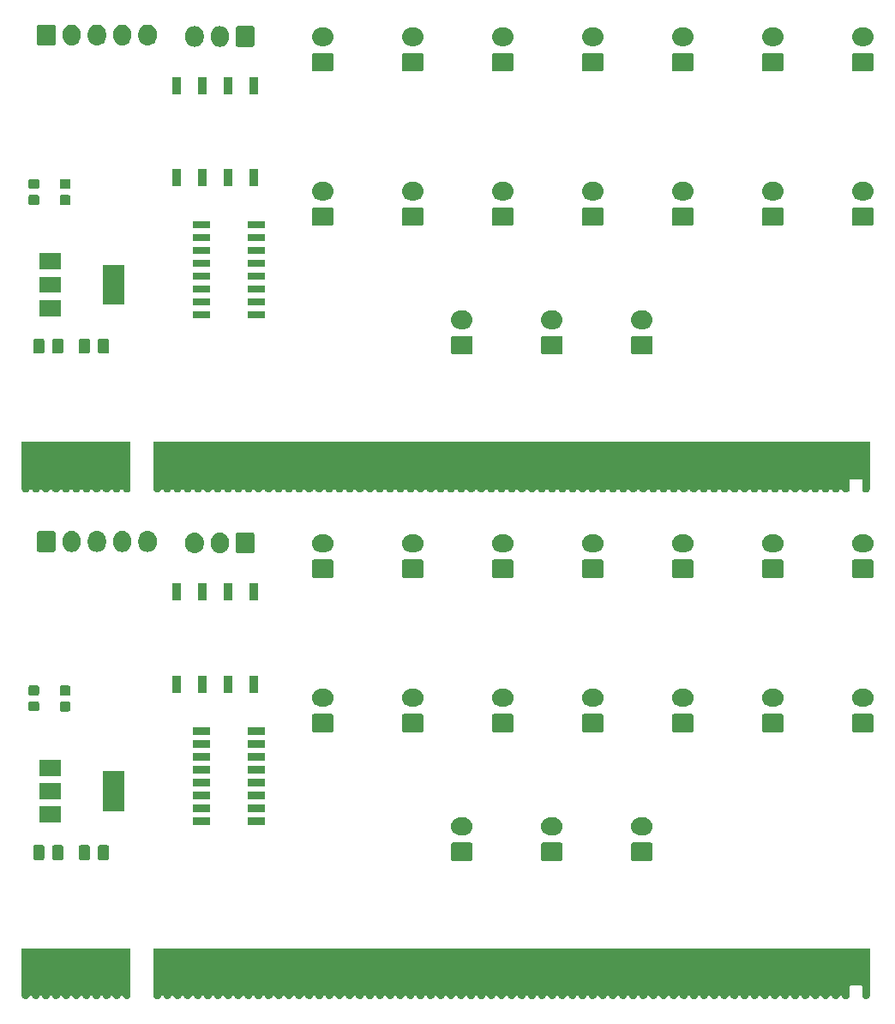
<source format=gts>
G04 #@! TF.GenerationSoftware,KiCad,Pcbnew,(5.1.5)-3*
G04 #@! TF.CreationDate,2019-12-27T07:21:43+09:00*
G04 #@! TF.ProjectId,Solenoid_Valve-fin,536f6c65-6e6f-4696-945f-56616c76652d,rev?*
G04 #@! TF.SameCoordinates,Original*
G04 #@! TF.FileFunction,Soldermask,Top*
G04 #@! TF.FilePolarity,Negative*
%FSLAX46Y46*%
G04 Gerber Fmt 4.6, Leading zero omitted, Abs format (unit mm)*
G04 Created by KiCad (PCBNEW (5.1.5)-3) date 2019-12-27 07:21:43*
%MOMM*%
%LPD*%
G04 APERTURE LIST*
%ADD10C,0.100000*%
G04 APERTURE END LIST*
D10*
G36*
X204376000Y-128893689D02*
G01*
X204365443Y-128906553D01*
X204353893Y-128928161D01*
X204333207Y-128978103D01*
X204292058Y-129039686D01*
X204239686Y-129092058D01*
X204178103Y-129133207D01*
X204109675Y-129161550D01*
X204109674Y-129161550D01*
X204109672Y-129161551D01*
X204037034Y-129176000D01*
X203962966Y-129176000D01*
X203890328Y-129161551D01*
X203890326Y-129161550D01*
X203890325Y-129161550D01*
X203821897Y-129133207D01*
X203760314Y-129092058D01*
X203707942Y-129039686D01*
X203666793Y-128978103D01*
X203646107Y-128928161D01*
X203634557Y-128906553D01*
X203624000Y-128893690D01*
X203624000Y-127975999D01*
X203621598Y-127951613D01*
X203614485Y-127928164D01*
X203602934Y-127906553D01*
X203587389Y-127887611D01*
X203568447Y-127872066D01*
X203546836Y-127860515D01*
X203523387Y-127853402D01*
X203499001Y-127851000D01*
X202500999Y-127851000D01*
X202476613Y-127853402D01*
X202453164Y-127860515D01*
X202431553Y-127872066D01*
X202412611Y-127887611D01*
X202397066Y-127906553D01*
X202385515Y-127928164D01*
X202378402Y-127951613D01*
X202376000Y-127975999D01*
X202376000Y-128893689D01*
X202365443Y-128906553D01*
X202353893Y-128928161D01*
X202333207Y-128978103D01*
X202292058Y-129039686D01*
X202239686Y-129092058D01*
X202178103Y-129133207D01*
X202109675Y-129161550D01*
X202109674Y-129161550D01*
X202109672Y-129161551D01*
X202037034Y-129176000D01*
X201962966Y-129176000D01*
X201890328Y-129161551D01*
X201890326Y-129161550D01*
X201890325Y-129161550D01*
X201821897Y-129133207D01*
X201760314Y-129092058D01*
X201707942Y-129039686D01*
X201666793Y-128978103D01*
X201646107Y-128928161D01*
X201634557Y-128906553D01*
X201619011Y-128887611D01*
X201600069Y-128872066D01*
X201578459Y-128860515D01*
X201555010Y-128853402D01*
X201530624Y-128851000D01*
X201469376Y-128851000D01*
X201444990Y-128853402D01*
X201421541Y-128860515D01*
X201399930Y-128872066D01*
X201380988Y-128887611D01*
X201365443Y-128906553D01*
X201353893Y-128928161D01*
X201333207Y-128978103D01*
X201292058Y-129039686D01*
X201239686Y-129092058D01*
X201178103Y-129133207D01*
X201109675Y-129161550D01*
X201109674Y-129161550D01*
X201109672Y-129161551D01*
X201037034Y-129176000D01*
X200962966Y-129176000D01*
X200890328Y-129161551D01*
X200890326Y-129161550D01*
X200890325Y-129161550D01*
X200821897Y-129133207D01*
X200760314Y-129092058D01*
X200707942Y-129039686D01*
X200666793Y-128978103D01*
X200646107Y-128928161D01*
X200634557Y-128906553D01*
X200619011Y-128887611D01*
X200600069Y-128872066D01*
X200578459Y-128860515D01*
X200555010Y-128853402D01*
X200530624Y-128851000D01*
X200469376Y-128851000D01*
X200444990Y-128853402D01*
X200421541Y-128860515D01*
X200399930Y-128872066D01*
X200380988Y-128887611D01*
X200365443Y-128906553D01*
X200353893Y-128928161D01*
X200333207Y-128978103D01*
X200292058Y-129039686D01*
X200239686Y-129092058D01*
X200178103Y-129133207D01*
X200109675Y-129161550D01*
X200109674Y-129161550D01*
X200109672Y-129161551D01*
X200037034Y-129176000D01*
X199962966Y-129176000D01*
X199890328Y-129161551D01*
X199890326Y-129161550D01*
X199890325Y-129161550D01*
X199821897Y-129133207D01*
X199760314Y-129092058D01*
X199707942Y-129039686D01*
X199666793Y-128978103D01*
X199646107Y-128928161D01*
X199634557Y-128906553D01*
X199619011Y-128887611D01*
X199600069Y-128872066D01*
X199578459Y-128860515D01*
X199555010Y-128853402D01*
X199530624Y-128851000D01*
X199469376Y-128851000D01*
X199444990Y-128853402D01*
X199421541Y-128860515D01*
X199399930Y-128872066D01*
X199380988Y-128887611D01*
X199365443Y-128906553D01*
X199353893Y-128928161D01*
X199333207Y-128978103D01*
X199292058Y-129039686D01*
X199239686Y-129092058D01*
X199178103Y-129133207D01*
X199109675Y-129161550D01*
X199109674Y-129161550D01*
X199109672Y-129161551D01*
X199037034Y-129176000D01*
X198962966Y-129176000D01*
X198890328Y-129161551D01*
X198890326Y-129161550D01*
X198890325Y-129161550D01*
X198821897Y-129133207D01*
X198760314Y-129092058D01*
X198707942Y-129039686D01*
X198666793Y-128978103D01*
X198646107Y-128928161D01*
X198634557Y-128906553D01*
X198619011Y-128887611D01*
X198600069Y-128872066D01*
X198578459Y-128860515D01*
X198555010Y-128853402D01*
X198530624Y-128851000D01*
X198469376Y-128851000D01*
X198444990Y-128853402D01*
X198421541Y-128860515D01*
X198399930Y-128872066D01*
X198380988Y-128887611D01*
X198365443Y-128906553D01*
X198353893Y-128928161D01*
X198333207Y-128978103D01*
X198292058Y-129039686D01*
X198239686Y-129092058D01*
X198178103Y-129133207D01*
X198109675Y-129161550D01*
X198109674Y-129161550D01*
X198109672Y-129161551D01*
X198037034Y-129176000D01*
X197962966Y-129176000D01*
X197890328Y-129161551D01*
X197890326Y-129161550D01*
X197890325Y-129161550D01*
X197821897Y-129133207D01*
X197760314Y-129092058D01*
X197707942Y-129039686D01*
X197666793Y-128978103D01*
X197646107Y-128928161D01*
X197634557Y-128906553D01*
X197619011Y-128887611D01*
X197600069Y-128872066D01*
X197578459Y-128860515D01*
X197555010Y-128853402D01*
X197530624Y-128851000D01*
X197469376Y-128851000D01*
X197444990Y-128853402D01*
X197421541Y-128860515D01*
X197399930Y-128872066D01*
X197380988Y-128887611D01*
X197365443Y-128906553D01*
X197353893Y-128928161D01*
X197333207Y-128978103D01*
X197292058Y-129039686D01*
X197239686Y-129092058D01*
X197178103Y-129133207D01*
X197109675Y-129161550D01*
X197109674Y-129161550D01*
X197109672Y-129161551D01*
X197037034Y-129176000D01*
X196962966Y-129176000D01*
X196890328Y-129161551D01*
X196890326Y-129161550D01*
X196890325Y-129161550D01*
X196821897Y-129133207D01*
X196760314Y-129092058D01*
X196707942Y-129039686D01*
X196666793Y-128978103D01*
X196646107Y-128928161D01*
X196634557Y-128906553D01*
X196619011Y-128887611D01*
X196600069Y-128872066D01*
X196578459Y-128860515D01*
X196555010Y-128853402D01*
X196530624Y-128851000D01*
X196469376Y-128851000D01*
X196444990Y-128853402D01*
X196421541Y-128860515D01*
X196399930Y-128872066D01*
X196380988Y-128887611D01*
X196365443Y-128906553D01*
X196353893Y-128928161D01*
X196333207Y-128978103D01*
X196292058Y-129039686D01*
X196239686Y-129092058D01*
X196178103Y-129133207D01*
X196109675Y-129161550D01*
X196109674Y-129161550D01*
X196109672Y-129161551D01*
X196037034Y-129176000D01*
X195962966Y-129176000D01*
X195890328Y-129161551D01*
X195890326Y-129161550D01*
X195890325Y-129161550D01*
X195821897Y-129133207D01*
X195760314Y-129092058D01*
X195707942Y-129039686D01*
X195666793Y-128978103D01*
X195646107Y-128928161D01*
X195634557Y-128906553D01*
X195619011Y-128887611D01*
X195600069Y-128872066D01*
X195578459Y-128860515D01*
X195555010Y-128853402D01*
X195530624Y-128851000D01*
X195469376Y-128851000D01*
X195444990Y-128853402D01*
X195421541Y-128860515D01*
X195399930Y-128872066D01*
X195380988Y-128887611D01*
X195365443Y-128906553D01*
X195353893Y-128928161D01*
X195333207Y-128978103D01*
X195292058Y-129039686D01*
X195239686Y-129092058D01*
X195178103Y-129133207D01*
X195109675Y-129161550D01*
X195109674Y-129161550D01*
X195109672Y-129161551D01*
X195037034Y-129176000D01*
X194962966Y-129176000D01*
X194890328Y-129161551D01*
X194890326Y-129161550D01*
X194890325Y-129161550D01*
X194821897Y-129133207D01*
X194760314Y-129092058D01*
X194707942Y-129039686D01*
X194666793Y-128978103D01*
X194646107Y-128928161D01*
X194634557Y-128906553D01*
X194619011Y-128887611D01*
X194600069Y-128872066D01*
X194578459Y-128860515D01*
X194555010Y-128853402D01*
X194530624Y-128851000D01*
X194469376Y-128851000D01*
X194444990Y-128853402D01*
X194421541Y-128860515D01*
X194399930Y-128872066D01*
X194380988Y-128887611D01*
X194365443Y-128906553D01*
X194353893Y-128928161D01*
X194333207Y-128978103D01*
X194292058Y-129039686D01*
X194239686Y-129092058D01*
X194178103Y-129133207D01*
X194109675Y-129161550D01*
X194109674Y-129161550D01*
X194109672Y-129161551D01*
X194037034Y-129176000D01*
X193962966Y-129176000D01*
X193890328Y-129161551D01*
X193890326Y-129161550D01*
X193890325Y-129161550D01*
X193821897Y-129133207D01*
X193760314Y-129092058D01*
X193707942Y-129039686D01*
X193666793Y-128978103D01*
X193646107Y-128928161D01*
X193634557Y-128906553D01*
X193619011Y-128887611D01*
X193600069Y-128872066D01*
X193578459Y-128860515D01*
X193555010Y-128853402D01*
X193530624Y-128851000D01*
X193469376Y-128851000D01*
X193444990Y-128853402D01*
X193421541Y-128860515D01*
X193399930Y-128872066D01*
X193380988Y-128887611D01*
X193365443Y-128906553D01*
X193353893Y-128928161D01*
X193333207Y-128978103D01*
X193292058Y-129039686D01*
X193239686Y-129092058D01*
X193178103Y-129133207D01*
X193109675Y-129161550D01*
X193109674Y-129161550D01*
X193109672Y-129161551D01*
X193037034Y-129176000D01*
X192962966Y-129176000D01*
X192890328Y-129161551D01*
X192890326Y-129161550D01*
X192890325Y-129161550D01*
X192821897Y-129133207D01*
X192760314Y-129092058D01*
X192707942Y-129039686D01*
X192666793Y-128978103D01*
X192646107Y-128928161D01*
X192634557Y-128906553D01*
X192619011Y-128887611D01*
X192600069Y-128872066D01*
X192578459Y-128860515D01*
X192555010Y-128853402D01*
X192530624Y-128851000D01*
X192469376Y-128851000D01*
X192444990Y-128853402D01*
X192421541Y-128860515D01*
X192399930Y-128872066D01*
X192380988Y-128887611D01*
X192365443Y-128906553D01*
X192353893Y-128928161D01*
X192333207Y-128978103D01*
X192292058Y-129039686D01*
X192239686Y-129092058D01*
X192178103Y-129133207D01*
X192109675Y-129161550D01*
X192109674Y-129161550D01*
X192109672Y-129161551D01*
X192037034Y-129176000D01*
X191962966Y-129176000D01*
X191890328Y-129161551D01*
X191890326Y-129161550D01*
X191890325Y-129161550D01*
X191821897Y-129133207D01*
X191760314Y-129092058D01*
X191707942Y-129039686D01*
X191666793Y-128978103D01*
X191646107Y-128928161D01*
X191634557Y-128906553D01*
X191619011Y-128887611D01*
X191600069Y-128872066D01*
X191578459Y-128860515D01*
X191555010Y-128853402D01*
X191530624Y-128851000D01*
X191469376Y-128851000D01*
X191444990Y-128853402D01*
X191421541Y-128860515D01*
X191399930Y-128872066D01*
X191380988Y-128887611D01*
X191365443Y-128906553D01*
X191353893Y-128928161D01*
X191333207Y-128978103D01*
X191292058Y-129039686D01*
X191239686Y-129092058D01*
X191178103Y-129133207D01*
X191109675Y-129161550D01*
X191109674Y-129161550D01*
X191109672Y-129161551D01*
X191037034Y-129176000D01*
X190962966Y-129176000D01*
X190890328Y-129161551D01*
X190890326Y-129161550D01*
X190890325Y-129161550D01*
X190821897Y-129133207D01*
X190760314Y-129092058D01*
X190707942Y-129039686D01*
X190666793Y-128978103D01*
X190646107Y-128928161D01*
X190634557Y-128906553D01*
X190619011Y-128887611D01*
X190600069Y-128872066D01*
X190578459Y-128860515D01*
X190555010Y-128853402D01*
X190530624Y-128851000D01*
X190469376Y-128851000D01*
X190444990Y-128853402D01*
X190421541Y-128860515D01*
X190399930Y-128872066D01*
X190380988Y-128887611D01*
X190365443Y-128906553D01*
X190353893Y-128928161D01*
X190333207Y-128978103D01*
X190292058Y-129039686D01*
X190239686Y-129092058D01*
X190178103Y-129133207D01*
X190109675Y-129161550D01*
X190109674Y-129161550D01*
X190109672Y-129161551D01*
X190037034Y-129176000D01*
X189962966Y-129176000D01*
X189890328Y-129161551D01*
X189890326Y-129161550D01*
X189890325Y-129161550D01*
X189821897Y-129133207D01*
X189760314Y-129092058D01*
X189707942Y-129039686D01*
X189666793Y-128978103D01*
X189646107Y-128928161D01*
X189634557Y-128906553D01*
X189619011Y-128887611D01*
X189600069Y-128872066D01*
X189578459Y-128860515D01*
X189555010Y-128853402D01*
X189530624Y-128851000D01*
X189469376Y-128851000D01*
X189444990Y-128853402D01*
X189421541Y-128860515D01*
X189399930Y-128872066D01*
X189380988Y-128887611D01*
X189365443Y-128906553D01*
X189353893Y-128928161D01*
X189333207Y-128978103D01*
X189292058Y-129039686D01*
X189239686Y-129092058D01*
X189178103Y-129133207D01*
X189109675Y-129161550D01*
X189109674Y-129161550D01*
X189109672Y-129161551D01*
X189037034Y-129176000D01*
X188962966Y-129176000D01*
X188890328Y-129161551D01*
X188890326Y-129161550D01*
X188890325Y-129161550D01*
X188821897Y-129133207D01*
X188760314Y-129092058D01*
X188707942Y-129039686D01*
X188666793Y-128978103D01*
X188646107Y-128928161D01*
X188634557Y-128906553D01*
X188619011Y-128887611D01*
X188600069Y-128872066D01*
X188578459Y-128860515D01*
X188555010Y-128853402D01*
X188530624Y-128851000D01*
X188469376Y-128851000D01*
X188444990Y-128853402D01*
X188421541Y-128860515D01*
X188399930Y-128872066D01*
X188380988Y-128887611D01*
X188365443Y-128906553D01*
X188353893Y-128928161D01*
X188333207Y-128978103D01*
X188292058Y-129039686D01*
X188239686Y-129092058D01*
X188178103Y-129133207D01*
X188109675Y-129161550D01*
X188109674Y-129161550D01*
X188109672Y-129161551D01*
X188037034Y-129176000D01*
X187962966Y-129176000D01*
X187890328Y-129161551D01*
X187890326Y-129161550D01*
X187890325Y-129161550D01*
X187821897Y-129133207D01*
X187760314Y-129092058D01*
X187707942Y-129039686D01*
X187666793Y-128978103D01*
X187646107Y-128928161D01*
X187634557Y-128906553D01*
X187619011Y-128887611D01*
X187600069Y-128872066D01*
X187578459Y-128860515D01*
X187555010Y-128853402D01*
X187530624Y-128851000D01*
X187469376Y-128851000D01*
X187444990Y-128853402D01*
X187421541Y-128860515D01*
X187399930Y-128872066D01*
X187380988Y-128887611D01*
X187365443Y-128906553D01*
X187353893Y-128928161D01*
X187333207Y-128978103D01*
X187292058Y-129039686D01*
X187239686Y-129092058D01*
X187178103Y-129133207D01*
X187109675Y-129161550D01*
X187109674Y-129161550D01*
X187109672Y-129161551D01*
X187037034Y-129176000D01*
X186962966Y-129176000D01*
X186890328Y-129161551D01*
X186890326Y-129161550D01*
X186890325Y-129161550D01*
X186821897Y-129133207D01*
X186760314Y-129092058D01*
X186707942Y-129039686D01*
X186666793Y-128978103D01*
X186646107Y-128928161D01*
X186634557Y-128906553D01*
X186619011Y-128887611D01*
X186600069Y-128872066D01*
X186578459Y-128860515D01*
X186555010Y-128853402D01*
X186530624Y-128851000D01*
X186469376Y-128851000D01*
X186444990Y-128853402D01*
X186421541Y-128860515D01*
X186399930Y-128872066D01*
X186380988Y-128887611D01*
X186365443Y-128906553D01*
X186353893Y-128928161D01*
X186333207Y-128978103D01*
X186292058Y-129039686D01*
X186239686Y-129092058D01*
X186178103Y-129133207D01*
X186109675Y-129161550D01*
X186109674Y-129161550D01*
X186109672Y-129161551D01*
X186037034Y-129176000D01*
X185962966Y-129176000D01*
X185890328Y-129161551D01*
X185890326Y-129161550D01*
X185890325Y-129161550D01*
X185821897Y-129133207D01*
X185760314Y-129092058D01*
X185707942Y-129039686D01*
X185666793Y-128978103D01*
X185646107Y-128928161D01*
X185634557Y-128906553D01*
X185619011Y-128887611D01*
X185600069Y-128872066D01*
X185578459Y-128860515D01*
X185555010Y-128853402D01*
X185530624Y-128851000D01*
X185469376Y-128851000D01*
X185444990Y-128853402D01*
X185421541Y-128860515D01*
X185399930Y-128872066D01*
X185380988Y-128887611D01*
X185365443Y-128906553D01*
X185353893Y-128928161D01*
X185333207Y-128978103D01*
X185292058Y-129039686D01*
X185239686Y-129092058D01*
X185178103Y-129133207D01*
X185109675Y-129161550D01*
X185109674Y-129161550D01*
X185109672Y-129161551D01*
X185037034Y-129176000D01*
X184962966Y-129176000D01*
X184890328Y-129161551D01*
X184890326Y-129161550D01*
X184890325Y-129161550D01*
X184821897Y-129133207D01*
X184760314Y-129092058D01*
X184707942Y-129039686D01*
X184666793Y-128978103D01*
X184646107Y-128928161D01*
X184634557Y-128906553D01*
X184619011Y-128887611D01*
X184600069Y-128872066D01*
X184578459Y-128860515D01*
X184555010Y-128853402D01*
X184530624Y-128851000D01*
X184469376Y-128851000D01*
X184444990Y-128853402D01*
X184421541Y-128860515D01*
X184399930Y-128872066D01*
X184380988Y-128887611D01*
X184365443Y-128906553D01*
X184353893Y-128928161D01*
X184333207Y-128978103D01*
X184292058Y-129039686D01*
X184239686Y-129092058D01*
X184178103Y-129133207D01*
X184109675Y-129161550D01*
X184109674Y-129161550D01*
X184109672Y-129161551D01*
X184037034Y-129176000D01*
X183962966Y-129176000D01*
X183890328Y-129161551D01*
X183890326Y-129161550D01*
X183890325Y-129161550D01*
X183821897Y-129133207D01*
X183760314Y-129092058D01*
X183707942Y-129039686D01*
X183666793Y-128978103D01*
X183646107Y-128928161D01*
X183634557Y-128906553D01*
X183619011Y-128887611D01*
X183600069Y-128872066D01*
X183578459Y-128860515D01*
X183555010Y-128853402D01*
X183530624Y-128851000D01*
X183469376Y-128851000D01*
X183444990Y-128853402D01*
X183421541Y-128860515D01*
X183399930Y-128872066D01*
X183380988Y-128887611D01*
X183365443Y-128906553D01*
X183353893Y-128928161D01*
X183333207Y-128978103D01*
X183292058Y-129039686D01*
X183239686Y-129092058D01*
X183178103Y-129133207D01*
X183109675Y-129161550D01*
X183109674Y-129161550D01*
X183109672Y-129161551D01*
X183037034Y-129176000D01*
X182962966Y-129176000D01*
X182890328Y-129161551D01*
X182890326Y-129161550D01*
X182890325Y-129161550D01*
X182821897Y-129133207D01*
X182760314Y-129092058D01*
X182707942Y-129039686D01*
X182666793Y-128978103D01*
X182646107Y-128928161D01*
X182634557Y-128906553D01*
X182619011Y-128887611D01*
X182600069Y-128872066D01*
X182578459Y-128860515D01*
X182555010Y-128853402D01*
X182530624Y-128851000D01*
X182469376Y-128851000D01*
X182444990Y-128853402D01*
X182421541Y-128860515D01*
X182399930Y-128872066D01*
X182380988Y-128887611D01*
X182365443Y-128906553D01*
X182353893Y-128928161D01*
X182333207Y-128978103D01*
X182292058Y-129039686D01*
X182239686Y-129092058D01*
X182178103Y-129133207D01*
X182109675Y-129161550D01*
X182109674Y-129161550D01*
X182109672Y-129161551D01*
X182037034Y-129176000D01*
X181962966Y-129176000D01*
X181890328Y-129161551D01*
X181890326Y-129161550D01*
X181890325Y-129161550D01*
X181821897Y-129133207D01*
X181760314Y-129092058D01*
X181707942Y-129039686D01*
X181666793Y-128978103D01*
X181646107Y-128928161D01*
X181634557Y-128906553D01*
X181619011Y-128887611D01*
X181600069Y-128872066D01*
X181578459Y-128860515D01*
X181555010Y-128853402D01*
X181530624Y-128851000D01*
X181469376Y-128851000D01*
X181444990Y-128853402D01*
X181421541Y-128860515D01*
X181399930Y-128872066D01*
X181380988Y-128887611D01*
X181365443Y-128906553D01*
X181353893Y-128928161D01*
X181333207Y-128978103D01*
X181292058Y-129039686D01*
X181239686Y-129092058D01*
X181178103Y-129133207D01*
X181109675Y-129161550D01*
X181109674Y-129161550D01*
X181109672Y-129161551D01*
X181037034Y-129176000D01*
X180962966Y-129176000D01*
X180890328Y-129161551D01*
X180890326Y-129161550D01*
X180890325Y-129161550D01*
X180821897Y-129133207D01*
X180760314Y-129092058D01*
X180707942Y-129039686D01*
X180666793Y-128978103D01*
X180646107Y-128928161D01*
X180634557Y-128906553D01*
X180619011Y-128887611D01*
X180600069Y-128872066D01*
X180578459Y-128860515D01*
X180555010Y-128853402D01*
X180530624Y-128851000D01*
X180469376Y-128851000D01*
X180444990Y-128853402D01*
X180421541Y-128860515D01*
X180399930Y-128872066D01*
X180380988Y-128887611D01*
X180365443Y-128906553D01*
X180353893Y-128928161D01*
X180333207Y-128978103D01*
X180292058Y-129039686D01*
X180239686Y-129092058D01*
X180178103Y-129133207D01*
X180109675Y-129161550D01*
X180109674Y-129161550D01*
X180109672Y-129161551D01*
X180037034Y-129176000D01*
X179962966Y-129176000D01*
X179890328Y-129161551D01*
X179890326Y-129161550D01*
X179890325Y-129161550D01*
X179821897Y-129133207D01*
X179760314Y-129092058D01*
X179707942Y-129039686D01*
X179666793Y-128978103D01*
X179646107Y-128928161D01*
X179634557Y-128906553D01*
X179619011Y-128887611D01*
X179600069Y-128872066D01*
X179578459Y-128860515D01*
X179555010Y-128853402D01*
X179530624Y-128851000D01*
X179469376Y-128851000D01*
X179444990Y-128853402D01*
X179421541Y-128860515D01*
X179399930Y-128872066D01*
X179380988Y-128887611D01*
X179365443Y-128906553D01*
X179353893Y-128928161D01*
X179333207Y-128978103D01*
X179292058Y-129039686D01*
X179239686Y-129092058D01*
X179178103Y-129133207D01*
X179109675Y-129161550D01*
X179109674Y-129161550D01*
X179109672Y-129161551D01*
X179037034Y-129176000D01*
X178962966Y-129176000D01*
X178890328Y-129161551D01*
X178890326Y-129161550D01*
X178890325Y-129161550D01*
X178821897Y-129133207D01*
X178760314Y-129092058D01*
X178707942Y-129039686D01*
X178666793Y-128978103D01*
X178646107Y-128928161D01*
X178634557Y-128906553D01*
X178619011Y-128887611D01*
X178600069Y-128872066D01*
X178578459Y-128860515D01*
X178555010Y-128853402D01*
X178530624Y-128851000D01*
X178469376Y-128851000D01*
X178444990Y-128853402D01*
X178421541Y-128860515D01*
X178399930Y-128872066D01*
X178380988Y-128887611D01*
X178365443Y-128906553D01*
X178353893Y-128928161D01*
X178333207Y-128978103D01*
X178292058Y-129039686D01*
X178239686Y-129092058D01*
X178178103Y-129133207D01*
X178109675Y-129161550D01*
X178109674Y-129161550D01*
X178109672Y-129161551D01*
X178037034Y-129176000D01*
X177962966Y-129176000D01*
X177890328Y-129161551D01*
X177890326Y-129161550D01*
X177890325Y-129161550D01*
X177821897Y-129133207D01*
X177760314Y-129092058D01*
X177707942Y-129039686D01*
X177666793Y-128978103D01*
X177646107Y-128928161D01*
X177634557Y-128906553D01*
X177619011Y-128887611D01*
X177600069Y-128872066D01*
X177578459Y-128860515D01*
X177555010Y-128853402D01*
X177530624Y-128851000D01*
X177469376Y-128851000D01*
X177444990Y-128853402D01*
X177421541Y-128860515D01*
X177399930Y-128872066D01*
X177380988Y-128887611D01*
X177365443Y-128906553D01*
X177353893Y-128928161D01*
X177333207Y-128978103D01*
X177292058Y-129039686D01*
X177239686Y-129092058D01*
X177178103Y-129133207D01*
X177109675Y-129161550D01*
X177109674Y-129161550D01*
X177109672Y-129161551D01*
X177037034Y-129176000D01*
X176962966Y-129176000D01*
X176890328Y-129161551D01*
X176890326Y-129161550D01*
X176890325Y-129161550D01*
X176821897Y-129133207D01*
X176760314Y-129092058D01*
X176707942Y-129039686D01*
X176666793Y-128978103D01*
X176646107Y-128928161D01*
X176634557Y-128906553D01*
X176619011Y-128887611D01*
X176600069Y-128872066D01*
X176578459Y-128860515D01*
X176555010Y-128853402D01*
X176530624Y-128851000D01*
X176469376Y-128851000D01*
X176444990Y-128853402D01*
X176421541Y-128860515D01*
X176399930Y-128872066D01*
X176380988Y-128887611D01*
X176365443Y-128906553D01*
X176353893Y-128928161D01*
X176333207Y-128978103D01*
X176292058Y-129039686D01*
X176239686Y-129092058D01*
X176178103Y-129133207D01*
X176109675Y-129161550D01*
X176109674Y-129161550D01*
X176109672Y-129161551D01*
X176037034Y-129176000D01*
X175962966Y-129176000D01*
X175890328Y-129161551D01*
X175890326Y-129161550D01*
X175890325Y-129161550D01*
X175821897Y-129133207D01*
X175760314Y-129092058D01*
X175707942Y-129039686D01*
X175666793Y-128978103D01*
X175646107Y-128928161D01*
X175634557Y-128906553D01*
X175619011Y-128887611D01*
X175600069Y-128872066D01*
X175578459Y-128860515D01*
X175555010Y-128853402D01*
X175530624Y-128851000D01*
X175469376Y-128851000D01*
X175444990Y-128853402D01*
X175421541Y-128860515D01*
X175399930Y-128872066D01*
X175380988Y-128887611D01*
X175365443Y-128906553D01*
X175353893Y-128928161D01*
X175333207Y-128978103D01*
X175292058Y-129039686D01*
X175239686Y-129092058D01*
X175178103Y-129133207D01*
X175109675Y-129161550D01*
X175109674Y-129161550D01*
X175109672Y-129161551D01*
X175037034Y-129176000D01*
X174962966Y-129176000D01*
X174890328Y-129161551D01*
X174890326Y-129161550D01*
X174890325Y-129161550D01*
X174821897Y-129133207D01*
X174760314Y-129092058D01*
X174707942Y-129039686D01*
X174666793Y-128978103D01*
X174646107Y-128928161D01*
X174634557Y-128906553D01*
X174619011Y-128887611D01*
X174600069Y-128872066D01*
X174578459Y-128860515D01*
X174555010Y-128853402D01*
X174530624Y-128851000D01*
X174469376Y-128851000D01*
X174444990Y-128853402D01*
X174421541Y-128860515D01*
X174399930Y-128872066D01*
X174380988Y-128887611D01*
X174365443Y-128906553D01*
X174353893Y-128928161D01*
X174333207Y-128978103D01*
X174292058Y-129039686D01*
X174239686Y-129092058D01*
X174178103Y-129133207D01*
X174109675Y-129161550D01*
X174109674Y-129161550D01*
X174109672Y-129161551D01*
X174037034Y-129176000D01*
X173962966Y-129176000D01*
X173890328Y-129161551D01*
X173890326Y-129161550D01*
X173890325Y-129161550D01*
X173821897Y-129133207D01*
X173760314Y-129092058D01*
X173707942Y-129039686D01*
X173666793Y-128978103D01*
X173646107Y-128928161D01*
X173634557Y-128906553D01*
X173619011Y-128887611D01*
X173600069Y-128872066D01*
X173578459Y-128860515D01*
X173555010Y-128853402D01*
X173530624Y-128851000D01*
X173469376Y-128851000D01*
X173444990Y-128853402D01*
X173421541Y-128860515D01*
X173399930Y-128872066D01*
X173380988Y-128887611D01*
X173365443Y-128906553D01*
X173353893Y-128928161D01*
X173333207Y-128978103D01*
X173292058Y-129039686D01*
X173239686Y-129092058D01*
X173178103Y-129133207D01*
X173109675Y-129161550D01*
X173109674Y-129161550D01*
X173109672Y-129161551D01*
X173037034Y-129176000D01*
X172962966Y-129176000D01*
X172890328Y-129161551D01*
X172890326Y-129161550D01*
X172890325Y-129161550D01*
X172821897Y-129133207D01*
X172760314Y-129092058D01*
X172707942Y-129039686D01*
X172666793Y-128978103D01*
X172646107Y-128928161D01*
X172634557Y-128906553D01*
X172619011Y-128887611D01*
X172600069Y-128872066D01*
X172578459Y-128860515D01*
X172555010Y-128853402D01*
X172530624Y-128851000D01*
X172469376Y-128851000D01*
X172444990Y-128853402D01*
X172421541Y-128860515D01*
X172399930Y-128872066D01*
X172380988Y-128887611D01*
X172365443Y-128906553D01*
X172353893Y-128928161D01*
X172333207Y-128978103D01*
X172292058Y-129039686D01*
X172239686Y-129092058D01*
X172178103Y-129133207D01*
X172109675Y-129161550D01*
X172109674Y-129161550D01*
X172109672Y-129161551D01*
X172037034Y-129176000D01*
X171962966Y-129176000D01*
X171890328Y-129161551D01*
X171890326Y-129161550D01*
X171890325Y-129161550D01*
X171821897Y-129133207D01*
X171760314Y-129092058D01*
X171707942Y-129039686D01*
X171666793Y-128978103D01*
X171646107Y-128928161D01*
X171634557Y-128906553D01*
X171619011Y-128887611D01*
X171600069Y-128872066D01*
X171578459Y-128860515D01*
X171555010Y-128853402D01*
X171530624Y-128851000D01*
X171469376Y-128851000D01*
X171444990Y-128853402D01*
X171421541Y-128860515D01*
X171399930Y-128872066D01*
X171380988Y-128887611D01*
X171365443Y-128906553D01*
X171353893Y-128928161D01*
X171333207Y-128978103D01*
X171292058Y-129039686D01*
X171239686Y-129092058D01*
X171178103Y-129133207D01*
X171109675Y-129161550D01*
X171109674Y-129161550D01*
X171109672Y-129161551D01*
X171037034Y-129176000D01*
X170962966Y-129176000D01*
X170890328Y-129161551D01*
X170890326Y-129161550D01*
X170890325Y-129161550D01*
X170821897Y-129133207D01*
X170760314Y-129092058D01*
X170707942Y-129039686D01*
X170666793Y-128978103D01*
X170646107Y-128928161D01*
X170634557Y-128906553D01*
X170619011Y-128887611D01*
X170600069Y-128872066D01*
X170578459Y-128860515D01*
X170555010Y-128853402D01*
X170530624Y-128851000D01*
X170469376Y-128851000D01*
X170444990Y-128853402D01*
X170421541Y-128860515D01*
X170399930Y-128872066D01*
X170380988Y-128887611D01*
X170365443Y-128906553D01*
X170353893Y-128928161D01*
X170333207Y-128978103D01*
X170292058Y-129039686D01*
X170239686Y-129092058D01*
X170178103Y-129133207D01*
X170109675Y-129161550D01*
X170109674Y-129161550D01*
X170109672Y-129161551D01*
X170037034Y-129176000D01*
X169962966Y-129176000D01*
X169890328Y-129161551D01*
X169890326Y-129161550D01*
X169890325Y-129161550D01*
X169821897Y-129133207D01*
X169760314Y-129092058D01*
X169707942Y-129039686D01*
X169666793Y-128978103D01*
X169646107Y-128928161D01*
X169634557Y-128906553D01*
X169619011Y-128887611D01*
X169600069Y-128872066D01*
X169578459Y-128860515D01*
X169555010Y-128853402D01*
X169530624Y-128851000D01*
X169469376Y-128851000D01*
X169444990Y-128853402D01*
X169421541Y-128860515D01*
X169399930Y-128872066D01*
X169380988Y-128887611D01*
X169365443Y-128906553D01*
X169353893Y-128928161D01*
X169333207Y-128978103D01*
X169292058Y-129039686D01*
X169239686Y-129092058D01*
X169178103Y-129133207D01*
X169109675Y-129161550D01*
X169109674Y-129161550D01*
X169109672Y-129161551D01*
X169037034Y-129176000D01*
X168962966Y-129176000D01*
X168890328Y-129161551D01*
X168890326Y-129161550D01*
X168890325Y-129161550D01*
X168821897Y-129133207D01*
X168760314Y-129092058D01*
X168707942Y-129039686D01*
X168666793Y-128978103D01*
X168646107Y-128928161D01*
X168634557Y-128906553D01*
X168619011Y-128887611D01*
X168600069Y-128872066D01*
X168578459Y-128860515D01*
X168555010Y-128853402D01*
X168530624Y-128851000D01*
X168469376Y-128851000D01*
X168444990Y-128853402D01*
X168421541Y-128860515D01*
X168399930Y-128872066D01*
X168380988Y-128887611D01*
X168365443Y-128906553D01*
X168353893Y-128928161D01*
X168333207Y-128978103D01*
X168292058Y-129039686D01*
X168239686Y-129092058D01*
X168178103Y-129133207D01*
X168109675Y-129161550D01*
X168109674Y-129161550D01*
X168109672Y-129161551D01*
X168037034Y-129176000D01*
X167962966Y-129176000D01*
X167890328Y-129161551D01*
X167890326Y-129161550D01*
X167890325Y-129161550D01*
X167821897Y-129133207D01*
X167760314Y-129092058D01*
X167707942Y-129039686D01*
X167666793Y-128978103D01*
X167646107Y-128928161D01*
X167634557Y-128906553D01*
X167619011Y-128887611D01*
X167600069Y-128872066D01*
X167578459Y-128860515D01*
X167555010Y-128853402D01*
X167530624Y-128851000D01*
X167469376Y-128851000D01*
X167444990Y-128853402D01*
X167421541Y-128860515D01*
X167399930Y-128872066D01*
X167380988Y-128887611D01*
X167365443Y-128906553D01*
X167353893Y-128928161D01*
X167333207Y-128978103D01*
X167292058Y-129039686D01*
X167239686Y-129092058D01*
X167178103Y-129133207D01*
X167109675Y-129161550D01*
X167109674Y-129161550D01*
X167109672Y-129161551D01*
X167037034Y-129176000D01*
X166962966Y-129176000D01*
X166890328Y-129161551D01*
X166890326Y-129161550D01*
X166890325Y-129161550D01*
X166821897Y-129133207D01*
X166760314Y-129092058D01*
X166707942Y-129039686D01*
X166666793Y-128978103D01*
X166646107Y-128928161D01*
X166634557Y-128906553D01*
X166619011Y-128887611D01*
X166600069Y-128872066D01*
X166578459Y-128860515D01*
X166555010Y-128853402D01*
X166530624Y-128851000D01*
X166469376Y-128851000D01*
X166444990Y-128853402D01*
X166421541Y-128860515D01*
X166399930Y-128872066D01*
X166380988Y-128887611D01*
X166365443Y-128906553D01*
X166353893Y-128928161D01*
X166333207Y-128978103D01*
X166292058Y-129039686D01*
X166239686Y-129092058D01*
X166178103Y-129133207D01*
X166109675Y-129161550D01*
X166109674Y-129161550D01*
X166109672Y-129161551D01*
X166037034Y-129176000D01*
X165962966Y-129176000D01*
X165890328Y-129161551D01*
X165890326Y-129161550D01*
X165890325Y-129161550D01*
X165821897Y-129133207D01*
X165760314Y-129092058D01*
X165707942Y-129039686D01*
X165666793Y-128978103D01*
X165646107Y-128928161D01*
X165634557Y-128906553D01*
X165619011Y-128887611D01*
X165600069Y-128872066D01*
X165578459Y-128860515D01*
X165555010Y-128853402D01*
X165530624Y-128851000D01*
X165469376Y-128851000D01*
X165444990Y-128853402D01*
X165421541Y-128860515D01*
X165399930Y-128872066D01*
X165380988Y-128887611D01*
X165365443Y-128906553D01*
X165353893Y-128928161D01*
X165333207Y-128978103D01*
X165292058Y-129039686D01*
X165239686Y-129092058D01*
X165178103Y-129133207D01*
X165109675Y-129161550D01*
X165109674Y-129161550D01*
X165109672Y-129161551D01*
X165037034Y-129176000D01*
X164962966Y-129176000D01*
X164890328Y-129161551D01*
X164890326Y-129161550D01*
X164890325Y-129161550D01*
X164821897Y-129133207D01*
X164760314Y-129092058D01*
X164707942Y-129039686D01*
X164666793Y-128978103D01*
X164646107Y-128928161D01*
X164634557Y-128906553D01*
X164619011Y-128887611D01*
X164600069Y-128872066D01*
X164578459Y-128860515D01*
X164555010Y-128853402D01*
X164530624Y-128851000D01*
X164469376Y-128851000D01*
X164444990Y-128853402D01*
X164421541Y-128860515D01*
X164399930Y-128872066D01*
X164380988Y-128887611D01*
X164365443Y-128906553D01*
X164353893Y-128928161D01*
X164333207Y-128978103D01*
X164292058Y-129039686D01*
X164239686Y-129092058D01*
X164178103Y-129133207D01*
X164109675Y-129161550D01*
X164109674Y-129161550D01*
X164109672Y-129161551D01*
X164037034Y-129176000D01*
X163962966Y-129176000D01*
X163890328Y-129161551D01*
X163890326Y-129161550D01*
X163890325Y-129161550D01*
X163821897Y-129133207D01*
X163760314Y-129092058D01*
X163707942Y-129039686D01*
X163666793Y-128978103D01*
X163646107Y-128928161D01*
X163634557Y-128906553D01*
X163619011Y-128887611D01*
X163600069Y-128872066D01*
X163578459Y-128860515D01*
X163555010Y-128853402D01*
X163530624Y-128851000D01*
X163469376Y-128851000D01*
X163444990Y-128853402D01*
X163421541Y-128860515D01*
X163399930Y-128872066D01*
X163380988Y-128887611D01*
X163365443Y-128906553D01*
X163353893Y-128928161D01*
X163333207Y-128978103D01*
X163292058Y-129039686D01*
X163239686Y-129092058D01*
X163178103Y-129133207D01*
X163109675Y-129161550D01*
X163109674Y-129161550D01*
X163109672Y-129161551D01*
X163037034Y-129176000D01*
X162962966Y-129176000D01*
X162890328Y-129161551D01*
X162890326Y-129161550D01*
X162890325Y-129161550D01*
X162821897Y-129133207D01*
X162760314Y-129092058D01*
X162707942Y-129039686D01*
X162666793Y-128978103D01*
X162646107Y-128928161D01*
X162634557Y-128906553D01*
X162619011Y-128887611D01*
X162600069Y-128872066D01*
X162578459Y-128860515D01*
X162555010Y-128853402D01*
X162530624Y-128851000D01*
X162469376Y-128851000D01*
X162444990Y-128853402D01*
X162421541Y-128860515D01*
X162399930Y-128872066D01*
X162380988Y-128887611D01*
X162365443Y-128906553D01*
X162353893Y-128928161D01*
X162333207Y-128978103D01*
X162292058Y-129039686D01*
X162239686Y-129092058D01*
X162178103Y-129133207D01*
X162109675Y-129161550D01*
X162109674Y-129161550D01*
X162109672Y-129161551D01*
X162037034Y-129176000D01*
X161962966Y-129176000D01*
X161890328Y-129161551D01*
X161890326Y-129161550D01*
X161890325Y-129161550D01*
X161821897Y-129133207D01*
X161760314Y-129092058D01*
X161707942Y-129039686D01*
X161666793Y-128978103D01*
X161646107Y-128928161D01*
X161634557Y-128906553D01*
X161619011Y-128887611D01*
X161600069Y-128872066D01*
X161578459Y-128860515D01*
X161555010Y-128853402D01*
X161530624Y-128851000D01*
X161469376Y-128851000D01*
X161444990Y-128853402D01*
X161421541Y-128860515D01*
X161399930Y-128872066D01*
X161380988Y-128887611D01*
X161365443Y-128906553D01*
X161353893Y-128928161D01*
X161333207Y-128978103D01*
X161292058Y-129039686D01*
X161239686Y-129092058D01*
X161178103Y-129133207D01*
X161109675Y-129161550D01*
X161109674Y-129161550D01*
X161109672Y-129161551D01*
X161037034Y-129176000D01*
X160962966Y-129176000D01*
X160890328Y-129161551D01*
X160890326Y-129161550D01*
X160890325Y-129161550D01*
X160821897Y-129133207D01*
X160760314Y-129092058D01*
X160707942Y-129039686D01*
X160666793Y-128978103D01*
X160646107Y-128928161D01*
X160634557Y-128906553D01*
X160619011Y-128887611D01*
X160600069Y-128872066D01*
X160578459Y-128860515D01*
X160555010Y-128853402D01*
X160530624Y-128851000D01*
X160469376Y-128851000D01*
X160444990Y-128853402D01*
X160421541Y-128860515D01*
X160399930Y-128872066D01*
X160380988Y-128887611D01*
X160365443Y-128906553D01*
X160353893Y-128928161D01*
X160333207Y-128978103D01*
X160292058Y-129039686D01*
X160239686Y-129092058D01*
X160178103Y-129133207D01*
X160109675Y-129161550D01*
X160109674Y-129161550D01*
X160109672Y-129161551D01*
X160037034Y-129176000D01*
X159962966Y-129176000D01*
X159890328Y-129161551D01*
X159890326Y-129161550D01*
X159890325Y-129161550D01*
X159821897Y-129133207D01*
X159760314Y-129092058D01*
X159707942Y-129039686D01*
X159666793Y-128978103D01*
X159646107Y-128928161D01*
X159634557Y-128906553D01*
X159619011Y-128887611D01*
X159600069Y-128872066D01*
X159578459Y-128860515D01*
X159555010Y-128853402D01*
X159530624Y-128851000D01*
X159469376Y-128851000D01*
X159444990Y-128853402D01*
X159421541Y-128860515D01*
X159399930Y-128872066D01*
X159380988Y-128887611D01*
X159365443Y-128906553D01*
X159353893Y-128928161D01*
X159333207Y-128978103D01*
X159292058Y-129039686D01*
X159239686Y-129092058D01*
X159178103Y-129133207D01*
X159109675Y-129161550D01*
X159109674Y-129161550D01*
X159109672Y-129161551D01*
X159037034Y-129176000D01*
X158962966Y-129176000D01*
X158890328Y-129161551D01*
X158890326Y-129161550D01*
X158890325Y-129161550D01*
X158821897Y-129133207D01*
X158760314Y-129092058D01*
X158707942Y-129039686D01*
X158666793Y-128978103D01*
X158646107Y-128928161D01*
X158634557Y-128906553D01*
X158619011Y-128887611D01*
X158600069Y-128872066D01*
X158578459Y-128860515D01*
X158555010Y-128853402D01*
X158530624Y-128851000D01*
X158469376Y-128851000D01*
X158444990Y-128853402D01*
X158421541Y-128860515D01*
X158399930Y-128872066D01*
X158380988Y-128887611D01*
X158365443Y-128906553D01*
X158353893Y-128928161D01*
X158333207Y-128978103D01*
X158292058Y-129039686D01*
X158239686Y-129092058D01*
X158178103Y-129133207D01*
X158109675Y-129161550D01*
X158109674Y-129161550D01*
X158109672Y-129161551D01*
X158037034Y-129176000D01*
X157962966Y-129176000D01*
X157890328Y-129161551D01*
X157890326Y-129161550D01*
X157890325Y-129161550D01*
X157821897Y-129133207D01*
X157760314Y-129092058D01*
X157707942Y-129039686D01*
X157666793Y-128978103D01*
X157646107Y-128928161D01*
X157634557Y-128906553D01*
X157619011Y-128887611D01*
X157600069Y-128872066D01*
X157578459Y-128860515D01*
X157555010Y-128853402D01*
X157530624Y-128851000D01*
X157469376Y-128851000D01*
X157444990Y-128853402D01*
X157421541Y-128860515D01*
X157399930Y-128872066D01*
X157380988Y-128887611D01*
X157365443Y-128906553D01*
X157353893Y-128928161D01*
X157333207Y-128978103D01*
X157292058Y-129039686D01*
X157239686Y-129092058D01*
X157178103Y-129133207D01*
X157109675Y-129161550D01*
X157109674Y-129161550D01*
X157109672Y-129161551D01*
X157037034Y-129176000D01*
X156962966Y-129176000D01*
X156890328Y-129161551D01*
X156890326Y-129161550D01*
X156890325Y-129161550D01*
X156821897Y-129133207D01*
X156760314Y-129092058D01*
X156707942Y-129039686D01*
X156666793Y-128978103D01*
X156646107Y-128928161D01*
X156634557Y-128906553D01*
X156619011Y-128887611D01*
X156600069Y-128872066D01*
X156578459Y-128860515D01*
X156555010Y-128853402D01*
X156530624Y-128851000D01*
X156469376Y-128851000D01*
X156444990Y-128853402D01*
X156421541Y-128860515D01*
X156399930Y-128872066D01*
X156380988Y-128887611D01*
X156365443Y-128906553D01*
X156353893Y-128928161D01*
X156333207Y-128978103D01*
X156292058Y-129039686D01*
X156239686Y-129092058D01*
X156178103Y-129133207D01*
X156109675Y-129161550D01*
X156109674Y-129161550D01*
X156109672Y-129161551D01*
X156037034Y-129176000D01*
X155962966Y-129176000D01*
X155890328Y-129161551D01*
X155890326Y-129161550D01*
X155890325Y-129161550D01*
X155821897Y-129133207D01*
X155760314Y-129092058D01*
X155707942Y-129039686D01*
X155666793Y-128978103D01*
X155646107Y-128928161D01*
X155634557Y-128906553D01*
X155619011Y-128887611D01*
X155600069Y-128872066D01*
X155578459Y-128860515D01*
X155555010Y-128853402D01*
X155530624Y-128851000D01*
X155469376Y-128851000D01*
X155444990Y-128853402D01*
X155421541Y-128860515D01*
X155399930Y-128872066D01*
X155380988Y-128887611D01*
X155365443Y-128906553D01*
X155353893Y-128928161D01*
X155333207Y-128978103D01*
X155292058Y-129039686D01*
X155239686Y-129092058D01*
X155178103Y-129133207D01*
X155109675Y-129161550D01*
X155109674Y-129161550D01*
X155109672Y-129161551D01*
X155037034Y-129176000D01*
X154962966Y-129176000D01*
X154890328Y-129161551D01*
X154890326Y-129161550D01*
X154890325Y-129161550D01*
X154821897Y-129133207D01*
X154760314Y-129092058D01*
X154707942Y-129039686D01*
X154666793Y-128978103D01*
X154646107Y-128928161D01*
X154634557Y-128906553D01*
X154619011Y-128887611D01*
X154600069Y-128872066D01*
X154578459Y-128860515D01*
X154555010Y-128853402D01*
X154530624Y-128851000D01*
X154469376Y-128851000D01*
X154444990Y-128853402D01*
X154421541Y-128860515D01*
X154399930Y-128872066D01*
X154380988Y-128887611D01*
X154365443Y-128906553D01*
X154353893Y-128928161D01*
X154333207Y-128978103D01*
X154292058Y-129039686D01*
X154239686Y-129092058D01*
X154178103Y-129133207D01*
X154109675Y-129161550D01*
X154109674Y-129161550D01*
X154109672Y-129161551D01*
X154037034Y-129176000D01*
X153962966Y-129176000D01*
X153890328Y-129161551D01*
X153890326Y-129161550D01*
X153890325Y-129161550D01*
X153821897Y-129133207D01*
X153760314Y-129092058D01*
X153707942Y-129039686D01*
X153666793Y-128978103D01*
X153646107Y-128928161D01*
X153634557Y-128906553D01*
X153619011Y-128887611D01*
X153600069Y-128872066D01*
X153578459Y-128860515D01*
X153555010Y-128853402D01*
X153530624Y-128851000D01*
X153469376Y-128851000D01*
X153444990Y-128853402D01*
X153421541Y-128860515D01*
X153399930Y-128872066D01*
X153380988Y-128887611D01*
X153365443Y-128906553D01*
X153353893Y-128928161D01*
X153333207Y-128978103D01*
X153292058Y-129039686D01*
X153239686Y-129092058D01*
X153178103Y-129133207D01*
X153109675Y-129161550D01*
X153109674Y-129161550D01*
X153109672Y-129161551D01*
X153037034Y-129176000D01*
X152962966Y-129176000D01*
X152890328Y-129161551D01*
X152890326Y-129161550D01*
X152890325Y-129161550D01*
X152821897Y-129133207D01*
X152760314Y-129092058D01*
X152707942Y-129039686D01*
X152666793Y-128978103D01*
X152646107Y-128928161D01*
X152634557Y-128906553D01*
X152619011Y-128887611D01*
X152600069Y-128872066D01*
X152578459Y-128860515D01*
X152555010Y-128853402D01*
X152530624Y-128851000D01*
X152469376Y-128851000D01*
X152444990Y-128853402D01*
X152421541Y-128860515D01*
X152399930Y-128872066D01*
X152380988Y-128887611D01*
X152365443Y-128906553D01*
X152353893Y-128928161D01*
X152333207Y-128978103D01*
X152292058Y-129039686D01*
X152239686Y-129092058D01*
X152178103Y-129133207D01*
X152109675Y-129161550D01*
X152109674Y-129161550D01*
X152109672Y-129161551D01*
X152037034Y-129176000D01*
X151962966Y-129176000D01*
X151890328Y-129161551D01*
X151890326Y-129161550D01*
X151890325Y-129161550D01*
X151821897Y-129133207D01*
X151760314Y-129092058D01*
X151707942Y-129039686D01*
X151666793Y-128978103D01*
X151646107Y-128928161D01*
X151634557Y-128906553D01*
X151619011Y-128887611D01*
X151600069Y-128872066D01*
X151578459Y-128860515D01*
X151555010Y-128853402D01*
X151530624Y-128851000D01*
X151469376Y-128851000D01*
X151444990Y-128853402D01*
X151421541Y-128860515D01*
X151399930Y-128872066D01*
X151380988Y-128887611D01*
X151365443Y-128906553D01*
X151353893Y-128928161D01*
X151333207Y-128978103D01*
X151292058Y-129039686D01*
X151239686Y-129092058D01*
X151178103Y-129133207D01*
X151109675Y-129161550D01*
X151109674Y-129161550D01*
X151109672Y-129161551D01*
X151037034Y-129176000D01*
X150962966Y-129176000D01*
X150890328Y-129161551D01*
X150890326Y-129161550D01*
X150890325Y-129161550D01*
X150821897Y-129133207D01*
X150760314Y-129092058D01*
X150707942Y-129039686D01*
X150666793Y-128978103D01*
X150646107Y-128928161D01*
X150634557Y-128906553D01*
X150619011Y-128887611D01*
X150600069Y-128872066D01*
X150578459Y-128860515D01*
X150555010Y-128853402D01*
X150530624Y-128851000D01*
X150469376Y-128851000D01*
X150444990Y-128853402D01*
X150421541Y-128860515D01*
X150399930Y-128872066D01*
X150380988Y-128887611D01*
X150365443Y-128906553D01*
X150353893Y-128928161D01*
X150333207Y-128978103D01*
X150292058Y-129039686D01*
X150239686Y-129092058D01*
X150178103Y-129133207D01*
X150109675Y-129161550D01*
X150109674Y-129161550D01*
X150109672Y-129161551D01*
X150037034Y-129176000D01*
X149962966Y-129176000D01*
X149890328Y-129161551D01*
X149890326Y-129161550D01*
X149890325Y-129161550D01*
X149821897Y-129133207D01*
X149760314Y-129092058D01*
X149707942Y-129039686D01*
X149666793Y-128978103D01*
X149646107Y-128928161D01*
X149634557Y-128906553D01*
X149619011Y-128887611D01*
X149600069Y-128872066D01*
X149578459Y-128860515D01*
X149555010Y-128853402D01*
X149530624Y-128851000D01*
X149469376Y-128851000D01*
X149444990Y-128853402D01*
X149421541Y-128860515D01*
X149399930Y-128872066D01*
X149380988Y-128887611D01*
X149365443Y-128906553D01*
X149353893Y-128928161D01*
X149333207Y-128978103D01*
X149292058Y-129039686D01*
X149239686Y-129092058D01*
X149178103Y-129133207D01*
X149109675Y-129161550D01*
X149109674Y-129161550D01*
X149109672Y-129161551D01*
X149037034Y-129176000D01*
X148962966Y-129176000D01*
X148890328Y-129161551D01*
X148890326Y-129161550D01*
X148890325Y-129161550D01*
X148821897Y-129133207D01*
X148760314Y-129092058D01*
X148707942Y-129039686D01*
X148666793Y-128978103D01*
X148646107Y-128928161D01*
X148634557Y-128906553D01*
X148619011Y-128887611D01*
X148600069Y-128872066D01*
X148578459Y-128860515D01*
X148555010Y-128853402D01*
X148530624Y-128851000D01*
X148469376Y-128851000D01*
X148444990Y-128853402D01*
X148421541Y-128860515D01*
X148399930Y-128872066D01*
X148380988Y-128887611D01*
X148365443Y-128906553D01*
X148353893Y-128928161D01*
X148333207Y-128978103D01*
X148292058Y-129039686D01*
X148239686Y-129092058D01*
X148178103Y-129133207D01*
X148109675Y-129161550D01*
X148109674Y-129161550D01*
X148109672Y-129161551D01*
X148037034Y-129176000D01*
X147962966Y-129176000D01*
X147890328Y-129161551D01*
X147890326Y-129161550D01*
X147890325Y-129161550D01*
X147821897Y-129133207D01*
X147760314Y-129092058D01*
X147707942Y-129039686D01*
X147666793Y-128978103D01*
X147646107Y-128928161D01*
X147634557Y-128906553D01*
X147619011Y-128887611D01*
X147600069Y-128872066D01*
X147578459Y-128860515D01*
X147555010Y-128853402D01*
X147530624Y-128851000D01*
X147469376Y-128851000D01*
X147444990Y-128853402D01*
X147421541Y-128860515D01*
X147399930Y-128872066D01*
X147380988Y-128887611D01*
X147365443Y-128906553D01*
X147353893Y-128928161D01*
X147333207Y-128978103D01*
X147292058Y-129039686D01*
X147239686Y-129092058D01*
X147178103Y-129133207D01*
X147109675Y-129161550D01*
X147109674Y-129161550D01*
X147109672Y-129161551D01*
X147037034Y-129176000D01*
X146962966Y-129176000D01*
X146890328Y-129161551D01*
X146890326Y-129161550D01*
X146890325Y-129161550D01*
X146821897Y-129133207D01*
X146760314Y-129092058D01*
X146707942Y-129039686D01*
X146666793Y-128978103D01*
X146646107Y-128928161D01*
X146634557Y-128906553D01*
X146619011Y-128887611D01*
X146600069Y-128872066D01*
X146578459Y-128860515D01*
X146555010Y-128853402D01*
X146530624Y-128851000D01*
X146469376Y-128851000D01*
X146444990Y-128853402D01*
X146421541Y-128860515D01*
X146399930Y-128872066D01*
X146380988Y-128887611D01*
X146365443Y-128906553D01*
X146353893Y-128928161D01*
X146333207Y-128978103D01*
X146292058Y-129039686D01*
X146239686Y-129092058D01*
X146178103Y-129133207D01*
X146109675Y-129161550D01*
X146109674Y-129161550D01*
X146109672Y-129161551D01*
X146037034Y-129176000D01*
X145962966Y-129176000D01*
X145890328Y-129161551D01*
X145890326Y-129161550D01*
X145890325Y-129161550D01*
X145821897Y-129133207D01*
X145760314Y-129092058D01*
X145707942Y-129039686D01*
X145666793Y-128978103D01*
X145646107Y-128928161D01*
X145634557Y-128906553D01*
X145619011Y-128887611D01*
X145600069Y-128872066D01*
X145578459Y-128860515D01*
X145555010Y-128853402D01*
X145530624Y-128851000D01*
X145469376Y-128851000D01*
X145444990Y-128853402D01*
X145421541Y-128860515D01*
X145399930Y-128872066D01*
X145380988Y-128887611D01*
X145365443Y-128906553D01*
X145353893Y-128928161D01*
X145333207Y-128978103D01*
X145292058Y-129039686D01*
X145239686Y-129092058D01*
X145178103Y-129133207D01*
X145109675Y-129161550D01*
X145109674Y-129161550D01*
X145109672Y-129161551D01*
X145037034Y-129176000D01*
X144962966Y-129176000D01*
X144890328Y-129161551D01*
X144890326Y-129161550D01*
X144890325Y-129161550D01*
X144821897Y-129133207D01*
X144760314Y-129092058D01*
X144707942Y-129039686D01*
X144666793Y-128978103D01*
X144646107Y-128928161D01*
X144634557Y-128906553D01*
X144619011Y-128887611D01*
X144600069Y-128872066D01*
X144578459Y-128860515D01*
X144555010Y-128853402D01*
X144530624Y-128851000D01*
X144469376Y-128851000D01*
X144444990Y-128853402D01*
X144421541Y-128860515D01*
X144399930Y-128872066D01*
X144380988Y-128887611D01*
X144365443Y-128906553D01*
X144353893Y-128928161D01*
X144333207Y-128978103D01*
X144292058Y-129039686D01*
X144239686Y-129092058D01*
X144178103Y-129133207D01*
X144109675Y-129161550D01*
X144109674Y-129161550D01*
X144109672Y-129161551D01*
X144037034Y-129176000D01*
X143962966Y-129176000D01*
X143890328Y-129161551D01*
X143890326Y-129161550D01*
X143890325Y-129161550D01*
X143821897Y-129133207D01*
X143760314Y-129092058D01*
X143707942Y-129039686D01*
X143666793Y-128978103D01*
X143646107Y-128928161D01*
X143634557Y-128906553D01*
X143619011Y-128887611D01*
X143600069Y-128872066D01*
X143578459Y-128860515D01*
X143555010Y-128853402D01*
X143530624Y-128851000D01*
X143469376Y-128851000D01*
X143444990Y-128853402D01*
X143421541Y-128860515D01*
X143399930Y-128872066D01*
X143380988Y-128887611D01*
X143365443Y-128906553D01*
X143353893Y-128928161D01*
X143333207Y-128978103D01*
X143292058Y-129039686D01*
X143239686Y-129092058D01*
X143178103Y-129133207D01*
X143109675Y-129161550D01*
X143109674Y-129161550D01*
X143109672Y-129161551D01*
X143037034Y-129176000D01*
X142962966Y-129176000D01*
X142890328Y-129161551D01*
X142890326Y-129161550D01*
X142890325Y-129161550D01*
X142821897Y-129133207D01*
X142760314Y-129092058D01*
X142707942Y-129039686D01*
X142666793Y-128978103D01*
X142646107Y-128928161D01*
X142634557Y-128906553D01*
X142619011Y-128887611D01*
X142600069Y-128872066D01*
X142578459Y-128860515D01*
X142555010Y-128853402D01*
X142530624Y-128851000D01*
X142469376Y-128851000D01*
X142444990Y-128853402D01*
X142421541Y-128860515D01*
X142399930Y-128872066D01*
X142380988Y-128887611D01*
X142365443Y-128906553D01*
X142353893Y-128928161D01*
X142333207Y-128978103D01*
X142292058Y-129039686D01*
X142239686Y-129092058D01*
X142178103Y-129133207D01*
X142109675Y-129161550D01*
X142109674Y-129161550D01*
X142109672Y-129161551D01*
X142037034Y-129176000D01*
X141962966Y-129176000D01*
X141890328Y-129161551D01*
X141890326Y-129161550D01*
X141890325Y-129161550D01*
X141821897Y-129133207D01*
X141760314Y-129092058D01*
X141707942Y-129039686D01*
X141666793Y-128978103D01*
X141646107Y-128928161D01*
X141634557Y-128906553D01*
X141619011Y-128887611D01*
X141600069Y-128872066D01*
X141578459Y-128860515D01*
X141555010Y-128853402D01*
X141530624Y-128851000D01*
X141469376Y-128851000D01*
X141444990Y-128853402D01*
X141421541Y-128860515D01*
X141399930Y-128872066D01*
X141380988Y-128887611D01*
X141365443Y-128906553D01*
X141353893Y-128928161D01*
X141333207Y-128978103D01*
X141292058Y-129039686D01*
X141239686Y-129092058D01*
X141178103Y-129133207D01*
X141109675Y-129161550D01*
X141109674Y-129161550D01*
X141109672Y-129161551D01*
X141037034Y-129176000D01*
X140962966Y-129176000D01*
X140890328Y-129161551D01*
X140890326Y-129161550D01*
X140890325Y-129161550D01*
X140821897Y-129133207D01*
X140760314Y-129092058D01*
X140707942Y-129039686D01*
X140666793Y-128978103D01*
X140646107Y-128928161D01*
X140634557Y-128906553D01*
X140619011Y-128887611D01*
X140600069Y-128872066D01*
X140578459Y-128860515D01*
X140555010Y-128853402D01*
X140530624Y-128851000D01*
X140469376Y-128851000D01*
X140444990Y-128853402D01*
X140421541Y-128860515D01*
X140399930Y-128872066D01*
X140380988Y-128887611D01*
X140365443Y-128906553D01*
X140353893Y-128928161D01*
X140333207Y-128978103D01*
X140292058Y-129039686D01*
X140239686Y-129092058D01*
X140178103Y-129133207D01*
X140109675Y-129161550D01*
X140109674Y-129161550D01*
X140109672Y-129161551D01*
X140037034Y-129176000D01*
X139962966Y-129176000D01*
X139890328Y-129161551D01*
X139890326Y-129161550D01*
X139890325Y-129161550D01*
X139821897Y-129133207D01*
X139760314Y-129092058D01*
X139707942Y-129039686D01*
X139666793Y-128978103D01*
X139646107Y-128928161D01*
X139634557Y-128906553D01*
X139619011Y-128887611D01*
X139600069Y-128872066D01*
X139578459Y-128860515D01*
X139555010Y-128853402D01*
X139530624Y-128851000D01*
X139469376Y-128851000D01*
X139444990Y-128853402D01*
X139421541Y-128860515D01*
X139399930Y-128872066D01*
X139380988Y-128887611D01*
X139365443Y-128906553D01*
X139353893Y-128928161D01*
X139333207Y-128978103D01*
X139292058Y-129039686D01*
X139239686Y-129092058D01*
X139178103Y-129133207D01*
X139109675Y-129161550D01*
X139109674Y-129161550D01*
X139109672Y-129161551D01*
X139037034Y-129176000D01*
X138962966Y-129176000D01*
X138890328Y-129161551D01*
X138890326Y-129161550D01*
X138890325Y-129161550D01*
X138821897Y-129133207D01*
X138760314Y-129092058D01*
X138707942Y-129039686D01*
X138666793Y-128978103D01*
X138646107Y-128928161D01*
X138634557Y-128906553D01*
X138619011Y-128887611D01*
X138600069Y-128872066D01*
X138578459Y-128860515D01*
X138555010Y-128853402D01*
X138530624Y-128851000D01*
X138469376Y-128851000D01*
X138444990Y-128853402D01*
X138421541Y-128860515D01*
X138399930Y-128872066D01*
X138380988Y-128887611D01*
X138365443Y-128906553D01*
X138353893Y-128928161D01*
X138333207Y-128978103D01*
X138292058Y-129039686D01*
X138239686Y-129092058D01*
X138178103Y-129133207D01*
X138109675Y-129161550D01*
X138109674Y-129161550D01*
X138109672Y-129161551D01*
X138037034Y-129176000D01*
X137962966Y-129176000D01*
X137890328Y-129161551D01*
X137890326Y-129161550D01*
X137890325Y-129161550D01*
X137821897Y-129133207D01*
X137760314Y-129092058D01*
X137707942Y-129039686D01*
X137666793Y-128978103D01*
X137646107Y-128928161D01*
X137634557Y-128906553D01*
X137619011Y-128887611D01*
X137600069Y-128872066D01*
X137578459Y-128860515D01*
X137555010Y-128853402D01*
X137530624Y-128851000D01*
X137469376Y-128851000D01*
X137444990Y-128853402D01*
X137421541Y-128860515D01*
X137399930Y-128872066D01*
X137380988Y-128887611D01*
X137365443Y-128906553D01*
X137353893Y-128928161D01*
X137333207Y-128978103D01*
X137292058Y-129039686D01*
X137239686Y-129092058D01*
X137178103Y-129133207D01*
X137109675Y-129161550D01*
X137109674Y-129161550D01*
X137109672Y-129161551D01*
X137037034Y-129176000D01*
X136962966Y-129176000D01*
X136890328Y-129161551D01*
X136890326Y-129161550D01*
X136890325Y-129161550D01*
X136821897Y-129133207D01*
X136760314Y-129092058D01*
X136707942Y-129039686D01*
X136666793Y-128978103D01*
X136646107Y-128928161D01*
X136634557Y-128906553D01*
X136619011Y-128887611D01*
X136600069Y-128872066D01*
X136578459Y-128860515D01*
X136555010Y-128853402D01*
X136530624Y-128851000D01*
X136469376Y-128851000D01*
X136444990Y-128853402D01*
X136421541Y-128860515D01*
X136399930Y-128872066D01*
X136380988Y-128887611D01*
X136365443Y-128906553D01*
X136353893Y-128928161D01*
X136333207Y-128978103D01*
X136292058Y-129039686D01*
X136239686Y-129092058D01*
X136178103Y-129133207D01*
X136109675Y-129161550D01*
X136109674Y-129161550D01*
X136109672Y-129161551D01*
X136037034Y-129176000D01*
X135962966Y-129176000D01*
X135890328Y-129161551D01*
X135890326Y-129161550D01*
X135890325Y-129161550D01*
X135821897Y-129133207D01*
X135760314Y-129092058D01*
X135707942Y-129039686D01*
X135666793Y-128978103D01*
X135646107Y-128928161D01*
X135634557Y-128906553D01*
X135619011Y-128887611D01*
X135600069Y-128872066D01*
X135578459Y-128860515D01*
X135555010Y-128853402D01*
X135530624Y-128851000D01*
X135469376Y-128851000D01*
X135444990Y-128853402D01*
X135421541Y-128860515D01*
X135399930Y-128872066D01*
X135380988Y-128887611D01*
X135365443Y-128906553D01*
X135353893Y-128928161D01*
X135333207Y-128978103D01*
X135292058Y-129039686D01*
X135239686Y-129092058D01*
X135178103Y-129133207D01*
X135109675Y-129161550D01*
X135109674Y-129161550D01*
X135109672Y-129161551D01*
X135037034Y-129176000D01*
X134962966Y-129176000D01*
X134890328Y-129161551D01*
X134890326Y-129161550D01*
X134890325Y-129161550D01*
X134821897Y-129133207D01*
X134760314Y-129092058D01*
X134707942Y-129039686D01*
X134666793Y-128978103D01*
X134646107Y-128928161D01*
X134634557Y-128906553D01*
X134619011Y-128887611D01*
X134600069Y-128872066D01*
X134578459Y-128860515D01*
X134555010Y-128853402D01*
X134530624Y-128851000D01*
X134469376Y-128851000D01*
X134444990Y-128853402D01*
X134421541Y-128860515D01*
X134399930Y-128872066D01*
X134380988Y-128887611D01*
X134365443Y-128906553D01*
X134353893Y-128928161D01*
X134333207Y-128978103D01*
X134292058Y-129039686D01*
X134239686Y-129092058D01*
X134178103Y-129133207D01*
X134109675Y-129161550D01*
X134109674Y-129161550D01*
X134109672Y-129161551D01*
X134037034Y-129176000D01*
X133962966Y-129176000D01*
X133890328Y-129161551D01*
X133890326Y-129161550D01*
X133890325Y-129161550D01*
X133821897Y-129133207D01*
X133760314Y-129092058D01*
X133707942Y-129039686D01*
X133666793Y-128978103D01*
X133646107Y-128928161D01*
X133634557Y-128906553D01*
X133624000Y-128893690D01*
X133624000Y-124149000D01*
X204376000Y-124149000D01*
X204376000Y-128893689D01*
G37*
G36*
X131376000Y-128893689D02*
G01*
X131365443Y-128906553D01*
X131353893Y-128928161D01*
X131333207Y-128978103D01*
X131292058Y-129039686D01*
X131239686Y-129092058D01*
X131178103Y-129133207D01*
X131109675Y-129161550D01*
X131109674Y-129161550D01*
X131109672Y-129161551D01*
X131037034Y-129176000D01*
X130962966Y-129176000D01*
X130890328Y-129161551D01*
X130890326Y-129161550D01*
X130890325Y-129161550D01*
X130821897Y-129133207D01*
X130760314Y-129092058D01*
X130707942Y-129039686D01*
X130666793Y-128978103D01*
X130646107Y-128928161D01*
X130634557Y-128906553D01*
X130619011Y-128887611D01*
X130600069Y-128872066D01*
X130578459Y-128860515D01*
X130555010Y-128853402D01*
X130530624Y-128851000D01*
X130469376Y-128851000D01*
X130444990Y-128853402D01*
X130421541Y-128860515D01*
X130399930Y-128872066D01*
X130380988Y-128887611D01*
X130365443Y-128906553D01*
X130353893Y-128928161D01*
X130333207Y-128978103D01*
X130292058Y-129039686D01*
X130239686Y-129092058D01*
X130178103Y-129133207D01*
X130109675Y-129161550D01*
X130109674Y-129161550D01*
X130109672Y-129161551D01*
X130037034Y-129176000D01*
X129962966Y-129176000D01*
X129890328Y-129161551D01*
X129890326Y-129161550D01*
X129890325Y-129161550D01*
X129821897Y-129133207D01*
X129760314Y-129092058D01*
X129707942Y-129039686D01*
X129666793Y-128978103D01*
X129646107Y-128928161D01*
X129634557Y-128906553D01*
X129619011Y-128887611D01*
X129600069Y-128872066D01*
X129578459Y-128860515D01*
X129555010Y-128853402D01*
X129530624Y-128851000D01*
X129469376Y-128851000D01*
X129444990Y-128853402D01*
X129421541Y-128860515D01*
X129399930Y-128872066D01*
X129380988Y-128887611D01*
X129365443Y-128906553D01*
X129353893Y-128928161D01*
X129333207Y-128978103D01*
X129292058Y-129039686D01*
X129239686Y-129092058D01*
X129178103Y-129133207D01*
X129109675Y-129161550D01*
X129109674Y-129161550D01*
X129109672Y-129161551D01*
X129037034Y-129176000D01*
X128962966Y-129176000D01*
X128890328Y-129161551D01*
X128890326Y-129161550D01*
X128890325Y-129161550D01*
X128821897Y-129133207D01*
X128760314Y-129092058D01*
X128707942Y-129039686D01*
X128666793Y-128978103D01*
X128646107Y-128928161D01*
X128634557Y-128906553D01*
X128619011Y-128887611D01*
X128600069Y-128872066D01*
X128578459Y-128860515D01*
X128555010Y-128853402D01*
X128530624Y-128851000D01*
X128469376Y-128851000D01*
X128444990Y-128853402D01*
X128421541Y-128860515D01*
X128399930Y-128872066D01*
X128380988Y-128887611D01*
X128365443Y-128906553D01*
X128353893Y-128928161D01*
X128333207Y-128978103D01*
X128292058Y-129039686D01*
X128239686Y-129092058D01*
X128178103Y-129133207D01*
X128109675Y-129161550D01*
X128109674Y-129161550D01*
X128109672Y-129161551D01*
X128037034Y-129176000D01*
X127962966Y-129176000D01*
X127890328Y-129161551D01*
X127890326Y-129161550D01*
X127890325Y-129161550D01*
X127821897Y-129133207D01*
X127760314Y-129092058D01*
X127707942Y-129039686D01*
X127666793Y-128978103D01*
X127646107Y-128928161D01*
X127634557Y-128906553D01*
X127619011Y-128887611D01*
X127600069Y-128872066D01*
X127578459Y-128860515D01*
X127555010Y-128853402D01*
X127530624Y-128851000D01*
X127469376Y-128851000D01*
X127444990Y-128853402D01*
X127421541Y-128860515D01*
X127399930Y-128872066D01*
X127380988Y-128887611D01*
X127365443Y-128906553D01*
X127353893Y-128928161D01*
X127333207Y-128978103D01*
X127292058Y-129039686D01*
X127239686Y-129092058D01*
X127178103Y-129133207D01*
X127109675Y-129161550D01*
X127109674Y-129161550D01*
X127109672Y-129161551D01*
X127037034Y-129176000D01*
X126962966Y-129176000D01*
X126890328Y-129161551D01*
X126890326Y-129161550D01*
X126890325Y-129161550D01*
X126821897Y-129133207D01*
X126760314Y-129092058D01*
X126707942Y-129039686D01*
X126666793Y-128978103D01*
X126646107Y-128928161D01*
X126634557Y-128906553D01*
X126619011Y-128887611D01*
X126600069Y-128872066D01*
X126578459Y-128860515D01*
X126555010Y-128853402D01*
X126530624Y-128851000D01*
X126469376Y-128851000D01*
X126444990Y-128853402D01*
X126421541Y-128860515D01*
X126399930Y-128872066D01*
X126380988Y-128887611D01*
X126365443Y-128906553D01*
X126353893Y-128928161D01*
X126333207Y-128978103D01*
X126292058Y-129039686D01*
X126239686Y-129092058D01*
X126178103Y-129133207D01*
X126109675Y-129161550D01*
X126109674Y-129161550D01*
X126109672Y-129161551D01*
X126037034Y-129176000D01*
X125962966Y-129176000D01*
X125890328Y-129161551D01*
X125890326Y-129161550D01*
X125890325Y-129161550D01*
X125821897Y-129133207D01*
X125760314Y-129092058D01*
X125707942Y-129039686D01*
X125666793Y-128978103D01*
X125646107Y-128928161D01*
X125634557Y-128906553D01*
X125619011Y-128887611D01*
X125600069Y-128872066D01*
X125578459Y-128860515D01*
X125555010Y-128853402D01*
X125530624Y-128851000D01*
X125469376Y-128851000D01*
X125444990Y-128853402D01*
X125421541Y-128860515D01*
X125399930Y-128872066D01*
X125380988Y-128887611D01*
X125365443Y-128906553D01*
X125353893Y-128928161D01*
X125333207Y-128978103D01*
X125292058Y-129039686D01*
X125239686Y-129092058D01*
X125178103Y-129133207D01*
X125109675Y-129161550D01*
X125109674Y-129161550D01*
X125109672Y-129161551D01*
X125037034Y-129176000D01*
X124962966Y-129176000D01*
X124890328Y-129161551D01*
X124890326Y-129161550D01*
X124890325Y-129161550D01*
X124821897Y-129133207D01*
X124760314Y-129092058D01*
X124707942Y-129039686D01*
X124666793Y-128978103D01*
X124646107Y-128928161D01*
X124634557Y-128906553D01*
X124619011Y-128887611D01*
X124600069Y-128872066D01*
X124578459Y-128860515D01*
X124555010Y-128853402D01*
X124530624Y-128851000D01*
X124469376Y-128851000D01*
X124444990Y-128853402D01*
X124421541Y-128860515D01*
X124399930Y-128872066D01*
X124380988Y-128887611D01*
X124365443Y-128906553D01*
X124353893Y-128928161D01*
X124333207Y-128978103D01*
X124292058Y-129039686D01*
X124239686Y-129092058D01*
X124178103Y-129133207D01*
X124109675Y-129161550D01*
X124109674Y-129161550D01*
X124109672Y-129161551D01*
X124037034Y-129176000D01*
X123962966Y-129176000D01*
X123890328Y-129161551D01*
X123890326Y-129161550D01*
X123890325Y-129161550D01*
X123821897Y-129133207D01*
X123760314Y-129092058D01*
X123707942Y-129039686D01*
X123666793Y-128978103D01*
X123646107Y-128928161D01*
X123634557Y-128906553D01*
X123619011Y-128887611D01*
X123600069Y-128872066D01*
X123578459Y-128860515D01*
X123555010Y-128853402D01*
X123530624Y-128851000D01*
X123469376Y-128851000D01*
X123444990Y-128853402D01*
X123421541Y-128860515D01*
X123399930Y-128872066D01*
X123380988Y-128887611D01*
X123365443Y-128906553D01*
X123353893Y-128928161D01*
X123333207Y-128978103D01*
X123292058Y-129039686D01*
X123239686Y-129092058D01*
X123178103Y-129133207D01*
X123109675Y-129161550D01*
X123109674Y-129161550D01*
X123109672Y-129161551D01*
X123037034Y-129176000D01*
X122962966Y-129176000D01*
X122890328Y-129161551D01*
X122890326Y-129161550D01*
X122890325Y-129161550D01*
X122821897Y-129133207D01*
X122760314Y-129092058D01*
X122707942Y-129039686D01*
X122666793Y-128978103D01*
X122646107Y-128928161D01*
X122634557Y-128906553D01*
X122619011Y-128887611D01*
X122600069Y-128872066D01*
X122578459Y-128860515D01*
X122555010Y-128853402D01*
X122530624Y-128851000D01*
X122469376Y-128851000D01*
X122444990Y-128853402D01*
X122421541Y-128860515D01*
X122399930Y-128872066D01*
X122380988Y-128887611D01*
X122365443Y-128906553D01*
X122353893Y-128928161D01*
X122333207Y-128978103D01*
X122292058Y-129039686D01*
X122239686Y-129092058D01*
X122178103Y-129133207D01*
X122109675Y-129161550D01*
X122109674Y-129161550D01*
X122109672Y-129161551D01*
X122037034Y-129176000D01*
X121962966Y-129176000D01*
X121890328Y-129161551D01*
X121890326Y-129161550D01*
X121890325Y-129161550D01*
X121821897Y-129133207D01*
X121760314Y-129092058D01*
X121707942Y-129039686D01*
X121666793Y-128978103D01*
X121646107Y-128928161D01*
X121634557Y-128906553D01*
X121619011Y-128887611D01*
X121600069Y-128872066D01*
X121578459Y-128860515D01*
X121555010Y-128853402D01*
X121530624Y-128851000D01*
X121469376Y-128851000D01*
X121444990Y-128853402D01*
X121421541Y-128860515D01*
X121399930Y-128872066D01*
X121380988Y-128887611D01*
X121365443Y-128906553D01*
X121353893Y-128928161D01*
X121333207Y-128978103D01*
X121292058Y-129039686D01*
X121239686Y-129092058D01*
X121178103Y-129133207D01*
X121109675Y-129161550D01*
X121109674Y-129161550D01*
X121109672Y-129161551D01*
X121037034Y-129176000D01*
X120962966Y-129176000D01*
X120890328Y-129161551D01*
X120890326Y-129161550D01*
X120890325Y-129161550D01*
X120821897Y-129133207D01*
X120760314Y-129092058D01*
X120707942Y-129039686D01*
X120666793Y-128978103D01*
X120646107Y-128928161D01*
X120634557Y-128906553D01*
X120624000Y-128893690D01*
X120624000Y-124149000D01*
X131376000Y-124149000D01*
X131376000Y-128893689D01*
G37*
G36*
X182768600Y-113722989D02*
G01*
X182801652Y-113733015D01*
X182832103Y-113749292D01*
X182858799Y-113771201D01*
X182880708Y-113797897D01*
X182896985Y-113828348D01*
X182907011Y-113861400D01*
X182911000Y-113901903D01*
X182911000Y-115338097D01*
X182907011Y-115378600D01*
X182896985Y-115411652D01*
X182880708Y-115442103D01*
X182858799Y-115468799D01*
X182832103Y-115490708D01*
X182801652Y-115506985D01*
X182768600Y-115517011D01*
X182728097Y-115521000D01*
X180991903Y-115521000D01*
X180951400Y-115517011D01*
X180918348Y-115506985D01*
X180887897Y-115490708D01*
X180861201Y-115468799D01*
X180839292Y-115442103D01*
X180823015Y-115411652D01*
X180812989Y-115378600D01*
X180809000Y-115338097D01*
X180809000Y-113901903D01*
X180812989Y-113861400D01*
X180823015Y-113828348D01*
X180839292Y-113797897D01*
X180861201Y-113771201D01*
X180887897Y-113749292D01*
X180918348Y-113733015D01*
X180951400Y-113722989D01*
X180991903Y-113719000D01*
X182728097Y-113719000D01*
X182768600Y-113722989D01*
G37*
G36*
X173878600Y-113722989D02*
G01*
X173911652Y-113733015D01*
X173942103Y-113749292D01*
X173968799Y-113771201D01*
X173990708Y-113797897D01*
X174006985Y-113828348D01*
X174017011Y-113861400D01*
X174021000Y-113901903D01*
X174021000Y-115338097D01*
X174017011Y-115378600D01*
X174006985Y-115411652D01*
X173990708Y-115442103D01*
X173968799Y-115468799D01*
X173942103Y-115490708D01*
X173911652Y-115506985D01*
X173878600Y-115517011D01*
X173838097Y-115521000D01*
X172101903Y-115521000D01*
X172061400Y-115517011D01*
X172028348Y-115506985D01*
X171997897Y-115490708D01*
X171971201Y-115468799D01*
X171949292Y-115442103D01*
X171933015Y-115411652D01*
X171922989Y-115378600D01*
X171919000Y-115338097D01*
X171919000Y-113901903D01*
X171922989Y-113861400D01*
X171933015Y-113828348D01*
X171949292Y-113797897D01*
X171971201Y-113771201D01*
X171997897Y-113749292D01*
X172028348Y-113733015D01*
X172061400Y-113722989D01*
X172101903Y-113719000D01*
X173838097Y-113719000D01*
X173878600Y-113722989D01*
G37*
G36*
X164988600Y-113722989D02*
G01*
X165021652Y-113733015D01*
X165052103Y-113749292D01*
X165078799Y-113771201D01*
X165100708Y-113797897D01*
X165116985Y-113828348D01*
X165127011Y-113861400D01*
X165131000Y-113901903D01*
X165131000Y-115338097D01*
X165127011Y-115378600D01*
X165116985Y-115411652D01*
X165100708Y-115442103D01*
X165078799Y-115468799D01*
X165052103Y-115490708D01*
X165021652Y-115506985D01*
X164988600Y-115517011D01*
X164948097Y-115521000D01*
X163211903Y-115521000D01*
X163171400Y-115517011D01*
X163138348Y-115506985D01*
X163107897Y-115490708D01*
X163081201Y-115468799D01*
X163059292Y-115442103D01*
X163043015Y-115411652D01*
X163032989Y-115378600D01*
X163029000Y-115338097D01*
X163029000Y-113901903D01*
X163032989Y-113861400D01*
X163043015Y-113828348D01*
X163059292Y-113797897D01*
X163081201Y-113771201D01*
X163107897Y-113749292D01*
X163138348Y-113733015D01*
X163171400Y-113722989D01*
X163211903Y-113719000D01*
X164948097Y-113719000D01*
X164988600Y-113722989D01*
G37*
G36*
X122672468Y-113953565D02*
G01*
X122711138Y-113965296D01*
X122746777Y-113984346D01*
X122778017Y-114009983D01*
X122803654Y-114041223D01*
X122822704Y-114076862D01*
X122834435Y-114115532D01*
X122839000Y-114161888D01*
X122839000Y-115238112D01*
X122834435Y-115284468D01*
X122822704Y-115323138D01*
X122803654Y-115358777D01*
X122778017Y-115390017D01*
X122746777Y-115415654D01*
X122711138Y-115434704D01*
X122672468Y-115446435D01*
X122626112Y-115451000D01*
X121974888Y-115451000D01*
X121928532Y-115446435D01*
X121889862Y-115434704D01*
X121854223Y-115415654D01*
X121822983Y-115390017D01*
X121797346Y-115358777D01*
X121778296Y-115323138D01*
X121766565Y-115284468D01*
X121762000Y-115238112D01*
X121762000Y-114161888D01*
X121766565Y-114115532D01*
X121778296Y-114076862D01*
X121797346Y-114041223D01*
X121822983Y-114009983D01*
X121854223Y-113984346D01*
X121889862Y-113965296D01*
X121928532Y-113953565D01*
X121974888Y-113949000D01*
X122626112Y-113949000D01*
X122672468Y-113953565D01*
G37*
G36*
X124547468Y-113953565D02*
G01*
X124586138Y-113965296D01*
X124621777Y-113984346D01*
X124653017Y-114009983D01*
X124678654Y-114041223D01*
X124697704Y-114076862D01*
X124709435Y-114115532D01*
X124714000Y-114161888D01*
X124714000Y-115238112D01*
X124709435Y-115284468D01*
X124697704Y-115323138D01*
X124678654Y-115358777D01*
X124653017Y-115390017D01*
X124621777Y-115415654D01*
X124586138Y-115434704D01*
X124547468Y-115446435D01*
X124501112Y-115451000D01*
X123849888Y-115451000D01*
X123803532Y-115446435D01*
X123764862Y-115434704D01*
X123729223Y-115415654D01*
X123697983Y-115390017D01*
X123672346Y-115358777D01*
X123653296Y-115323138D01*
X123641565Y-115284468D01*
X123637000Y-115238112D01*
X123637000Y-114161888D01*
X123641565Y-114115532D01*
X123653296Y-114076862D01*
X123672346Y-114041223D01*
X123697983Y-114009983D01*
X123729223Y-113984346D01*
X123764862Y-113965296D01*
X123803532Y-113953565D01*
X123849888Y-113949000D01*
X124501112Y-113949000D01*
X124547468Y-113953565D01*
G37*
G36*
X129047468Y-113953565D02*
G01*
X129086138Y-113965296D01*
X129121777Y-113984346D01*
X129153017Y-114009983D01*
X129178654Y-114041223D01*
X129197704Y-114076862D01*
X129209435Y-114115532D01*
X129214000Y-114161888D01*
X129214000Y-115238112D01*
X129209435Y-115284468D01*
X129197704Y-115323138D01*
X129178654Y-115358777D01*
X129153017Y-115390017D01*
X129121777Y-115415654D01*
X129086138Y-115434704D01*
X129047468Y-115446435D01*
X129001112Y-115451000D01*
X128349888Y-115451000D01*
X128303532Y-115446435D01*
X128264862Y-115434704D01*
X128229223Y-115415654D01*
X128197983Y-115390017D01*
X128172346Y-115358777D01*
X128153296Y-115323138D01*
X128141565Y-115284468D01*
X128137000Y-115238112D01*
X128137000Y-114161888D01*
X128141565Y-114115532D01*
X128153296Y-114076862D01*
X128172346Y-114041223D01*
X128197983Y-114009983D01*
X128229223Y-113984346D01*
X128264862Y-113965296D01*
X128303532Y-113953565D01*
X128349888Y-113949000D01*
X129001112Y-113949000D01*
X129047468Y-113953565D01*
G37*
G36*
X127172468Y-113953565D02*
G01*
X127211138Y-113965296D01*
X127246777Y-113984346D01*
X127278017Y-114009983D01*
X127303654Y-114041223D01*
X127322704Y-114076862D01*
X127334435Y-114115532D01*
X127339000Y-114161888D01*
X127339000Y-115238112D01*
X127334435Y-115284468D01*
X127322704Y-115323138D01*
X127303654Y-115358777D01*
X127278017Y-115390017D01*
X127246777Y-115415654D01*
X127211138Y-115434704D01*
X127172468Y-115446435D01*
X127126112Y-115451000D01*
X126474888Y-115451000D01*
X126428532Y-115446435D01*
X126389862Y-115434704D01*
X126354223Y-115415654D01*
X126322983Y-115390017D01*
X126297346Y-115358777D01*
X126278296Y-115323138D01*
X126266565Y-115284468D01*
X126262000Y-115238112D01*
X126262000Y-114161888D01*
X126266565Y-114115532D01*
X126278296Y-114076862D01*
X126297346Y-114041223D01*
X126322983Y-114009983D01*
X126354223Y-113984346D01*
X126389862Y-113965296D01*
X126428532Y-113953565D01*
X126474888Y-113949000D01*
X127126112Y-113949000D01*
X127172468Y-113953565D01*
G37*
G36*
X173230442Y-111225518D02*
G01*
X173296627Y-111232037D01*
X173466466Y-111283557D01*
X173622991Y-111367222D01*
X173658729Y-111396552D01*
X173760186Y-111479814D01*
X173843448Y-111581271D01*
X173872778Y-111617009D01*
X173956443Y-111773534D01*
X174007963Y-111943373D01*
X174025359Y-112120000D01*
X174007963Y-112296627D01*
X173956443Y-112466466D01*
X173872778Y-112622991D01*
X173843448Y-112658729D01*
X173760186Y-112760186D01*
X173658729Y-112843448D01*
X173622991Y-112872778D01*
X173466466Y-112956443D01*
X173296627Y-113007963D01*
X173230442Y-113014482D01*
X173164260Y-113021000D01*
X172775740Y-113021000D01*
X172709558Y-113014482D01*
X172643373Y-113007963D01*
X172473534Y-112956443D01*
X172317009Y-112872778D01*
X172281271Y-112843448D01*
X172179814Y-112760186D01*
X172096552Y-112658729D01*
X172067222Y-112622991D01*
X171983557Y-112466466D01*
X171932037Y-112296627D01*
X171914641Y-112120000D01*
X171932037Y-111943373D01*
X171983557Y-111773534D01*
X172067222Y-111617009D01*
X172096552Y-111581271D01*
X172179814Y-111479814D01*
X172281271Y-111396552D01*
X172317009Y-111367222D01*
X172473534Y-111283557D01*
X172643373Y-111232037D01*
X172709558Y-111225518D01*
X172775740Y-111219000D01*
X173164260Y-111219000D01*
X173230442Y-111225518D01*
G37*
G36*
X164340442Y-111225518D02*
G01*
X164406627Y-111232037D01*
X164576466Y-111283557D01*
X164732991Y-111367222D01*
X164768729Y-111396552D01*
X164870186Y-111479814D01*
X164953448Y-111581271D01*
X164982778Y-111617009D01*
X165066443Y-111773534D01*
X165117963Y-111943373D01*
X165135359Y-112120000D01*
X165117963Y-112296627D01*
X165066443Y-112466466D01*
X164982778Y-112622991D01*
X164953448Y-112658729D01*
X164870186Y-112760186D01*
X164768729Y-112843448D01*
X164732991Y-112872778D01*
X164576466Y-112956443D01*
X164406627Y-113007963D01*
X164340442Y-113014482D01*
X164274260Y-113021000D01*
X163885740Y-113021000D01*
X163819558Y-113014482D01*
X163753373Y-113007963D01*
X163583534Y-112956443D01*
X163427009Y-112872778D01*
X163391271Y-112843448D01*
X163289814Y-112760186D01*
X163206552Y-112658729D01*
X163177222Y-112622991D01*
X163093557Y-112466466D01*
X163042037Y-112296627D01*
X163024641Y-112120000D01*
X163042037Y-111943373D01*
X163093557Y-111773534D01*
X163177222Y-111617009D01*
X163206552Y-111581271D01*
X163289814Y-111479814D01*
X163391271Y-111396552D01*
X163427009Y-111367222D01*
X163583534Y-111283557D01*
X163753373Y-111232037D01*
X163819558Y-111225518D01*
X163885740Y-111219000D01*
X164274260Y-111219000D01*
X164340442Y-111225518D01*
G37*
G36*
X182120442Y-111225518D02*
G01*
X182186627Y-111232037D01*
X182356466Y-111283557D01*
X182512991Y-111367222D01*
X182548729Y-111396552D01*
X182650186Y-111479814D01*
X182733448Y-111581271D01*
X182762778Y-111617009D01*
X182846443Y-111773534D01*
X182897963Y-111943373D01*
X182915359Y-112120000D01*
X182897963Y-112296627D01*
X182846443Y-112466466D01*
X182762778Y-112622991D01*
X182733448Y-112658729D01*
X182650186Y-112760186D01*
X182548729Y-112843448D01*
X182512991Y-112872778D01*
X182356466Y-112956443D01*
X182186627Y-113007963D01*
X182120442Y-113014482D01*
X182054260Y-113021000D01*
X181665740Y-113021000D01*
X181599558Y-113014482D01*
X181533373Y-113007963D01*
X181363534Y-112956443D01*
X181207009Y-112872778D01*
X181171271Y-112843448D01*
X181069814Y-112760186D01*
X180986552Y-112658729D01*
X180957222Y-112622991D01*
X180873557Y-112466466D01*
X180822037Y-112296627D01*
X180804641Y-112120000D01*
X180822037Y-111943373D01*
X180873557Y-111773534D01*
X180957222Y-111617009D01*
X180986552Y-111581271D01*
X181069814Y-111479814D01*
X181171271Y-111396552D01*
X181207009Y-111367222D01*
X181363534Y-111283557D01*
X181533373Y-111232037D01*
X181599558Y-111225518D01*
X181665740Y-111219000D01*
X182054260Y-111219000D01*
X182120442Y-111225518D01*
G37*
G36*
X139245000Y-111990000D02*
G01*
X137555000Y-111990000D01*
X137555000Y-111250000D01*
X139245000Y-111250000D01*
X139245000Y-111990000D01*
G37*
G36*
X144645000Y-111990000D02*
G01*
X142955000Y-111990000D01*
X142955000Y-111250000D01*
X144645000Y-111250000D01*
X144645000Y-111990000D01*
G37*
G36*
X124451000Y-111751000D02*
G01*
X122349000Y-111751000D01*
X122349000Y-110149000D01*
X124451000Y-110149000D01*
X124451000Y-111751000D01*
G37*
G36*
X144645000Y-110720000D02*
G01*
X142955000Y-110720000D01*
X142955000Y-109980000D01*
X144645000Y-109980000D01*
X144645000Y-110720000D01*
G37*
G36*
X139245000Y-110720000D02*
G01*
X137555000Y-110720000D01*
X137555000Y-109980000D01*
X139245000Y-109980000D01*
X139245000Y-110720000D01*
G37*
G36*
X130751000Y-110601000D02*
G01*
X128649000Y-110601000D01*
X128649000Y-106699000D01*
X130751000Y-106699000D01*
X130751000Y-110601000D01*
G37*
G36*
X124451000Y-109451000D02*
G01*
X122349000Y-109451000D01*
X122349000Y-107849000D01*
X124451000Y-107849000D01*
X124451000Y-109451000D01*
G37*
G36*
X144645000Y-109450000D02*
G01*
X142955000Y-109450000D01*
X142955000Y-108710000D01*
X144645000Y-108710000D01*
X144645000Y-109450000D01*
G37*
G36*
X139245000Y-109450000D02*
G01*
X137555000Y-109450000D01*
X137555000Y-108710000D01*
X139245000Y-108710000D01*
X139245000Y-109450000D01*
G37*
G36*
X139245000Y-108180000D02*
G01*
X137555000Y-108180000D01*
X137555000Y-107440000D01*
X139245000Y-107440000D01*
X139245000Y-108180000D01*
G37*
G36*
X144645000Y-108180000D02*
G01*
X142955000Y-108180000D01*
X142955000Y-107440000D01*
X144645000Y-107440000D01*
X144645000Y-108180000D01*
G37*
G36*
X124451000Y-107151000D02*
G01*
X122349000Y-107151000D01*
X122349000Y-105549000D01*
X124451000Y-105549000D01*
X124451000Y-107151000D01*
G37*
G36*
X139245000Y-106910000D02*
G01*
X137555000Y-106910000D01*
X137555000Y-106170000D01*
X139245000Y-106170000D01*
X139245000Y-106910000D01*
G37*
G36*
X144645000Y-106910000D02*
G01*
X142955000Y-106910000D01*
X142955000Y-106170000D01*
X144645000Y-106170000D01*
X144645000Y-106910000D01*
G37*
G36*
X139245000Y-105640000D02*
G01*
X137555000Y-105640000D01*
X137555000Y-104900000D01*
X139245000Y-104900000D01*
X139245000Y-105640000D01*
G37*
G36*
X144645000Y-105640000D02*
G01*
X142955000Y-105640000D01*
X142955000Y-104900000D01*
X144645000Y-104900000D01*
X144645000Y-105640000D01*
G37*
G36*
X144645000Y-104370000D02*
G01*
X142955000Y-104370000D01*
X142955000Y-103630000D01*
X144645000Y-103630000D01*
X144645000Y-104370000D01*
G37*
G36*
X139245000Y-104370000D02*
G01*
X137555000Y-104370000D01*
X137555000Y-103630000D01*
X139245000Y-103630000D01*
X139245000Y-104370000D01*
G37*
G36*
X144645000Y-103100000D02*
G01*
X142955000Y-103100000D01*
X142955000Y-102360000D01*
X144645000Y-102360000D01*
X144645000Y-103100000D01*
G37*
G36*
X139245000Y-103100000D02*
G01*
X137555000Y-103100000D01*
X137555000Y-102360000D01*
X139245000Y-102360000D01*
X139245000Y-103100000D01*
G37*
G36*
X160138600Y-101022989D02*
G01*
X160171652Y-101033015D01*
X160202103Y-101049292D01*
X160228799Y-101071201D01*
X160250708Y-101097897D01*
X160266985Y-101128348D01*
X160277011Y-101161400D01*
X160281000Y-101201903D01*
X160281000Y-102638097D01*
X160277011Y-102678600D01*
X160266985Y-102711652D01*
X160250708Y-102742103D01*
X160228799Y-102768799D01*
X160202103Y-102790708D01*
X160171652Y-102806985D01*
X160138600Y-102817011D01*
X160098097Y-102821000D01*
X158361903Y-102821000D01*
X158321400Y-102817011D01*
X158288348Y-102806985D01*
X158257897Y-102790708D01*
X158231201Y-102768799D01*
X158209292Y-102742103D01*
X158193015Y-102711652D01*
X158182989Y-102678600D01*
X158179000Y-102638097D01*
X158179000Y-101201903D01*
X158182989Y-101161400D01*
X158193015Y-101128348D01*
X158209292Y-101097897D01*
X158231201Y-101071201D01*
X158257897Y-101049292D01*
X158288348Y-101033015D01*
X158321400Y-101022989D01*
X158361903Y-101019000D01*
X160098097Y-101019000D01*
X160138600Y-101022989D01*
G37*
G36*
X151248600Y-101022989D02*
G01*
X151281652Y-101033015D01*
X151312103Y-101049292D01*
X151338799Y-101071201D01*
X151360708Y-101097897D01*
X151376985Y-101128348D01*
X151387011Y-101161400D01*
X151391000Y-101201903D01*
X151391000Y-102638097D01*
X151387011Y-102678600D01*
X151376985Y-102711652D01*
X151360708Y-102742103D01*
X151338799Y-102768799D01*
X151312103Y-102790708D01*
X151281652Y-102806985D01*
X151248600Y-102817011D01*
X151208097Y-102821000D01*
X149471903Y-102821000D01*
X149431400Y-102817011D01*
X149398348Y-102806985D01*
X149367897Y-102790708D01*
X149341201Y-102768799D01*
X149319292Y-102742103D01*
X149303015Y-102711652D01*
X149292989Y-102678600D01*
X149289000Y-102638097D01*
X149289000Y-101201903D01*
X149292989Y-101161400D01*
X149303015Y-101128348D01*
X149319292Y-101097897D01*
X149341201Y-101071201D01*
X149367897Y-101049292D01*
X149398348Y-101033015D01*
X149431400Y-101022989D01*
X149471903Y-101019000D01*
X151208097Y-101019000D01*
X151248600Y-101022989D01*
G37*
G36*
X204588600Y-101022989D02*
G01*
X204621652Y-101033015D01*
X204652103Y-101049292D01*
X204678799Y-101071201D01*
X204700708Y-101097897D01*
X204716985Y-101128348D01*
X204727011Y-101161400D01*
X204731000Y-101201903D01*
X204731000Y-102638097D01*
X204727011Y-102678600D01*
X204716985Y-102711652D01*
X204700708Y-102742103D01*
X204678799Y-102768799D01*
X204652103Y-102790708D01*
X204621652Y-102806985D01*
X204588600Y-102817011D01*
X204548097Y-102821000D01*
X202811903Y-102821000D01*
X202771400Y-102817011D01*
X202738348Y-102806985D01*
X202707897Y-102790708D01*
X202681201Y-102768799D01*
X202659292Y-102742103D01*
X202643015Y-102711652D01*
X202632989Y-102678600D01*
X202629000Y-102638097D01*
X202629000Y-101201903D01*
X202632989Y-101161400D01*
X202643015Y-101128348D01*
X202659292Y-101097897D01*
X202681201Y-101071201D01*
X202707897Y-101049292D01*
X202738348Y-101033015D01*
X202771400Y-101022989D01*
X202811903Y-101019000D01*
X204548097Y-101019000D01*
X204588600Y-101022989D01*
G37*
G36*
X195698600Y-101022989D02*
G01*
X195731652Y-101033015D01*
X195762103Y-101049292D01*
X195788799Y-101071201D01*
X195810708Y-101097897D01*
X195826985Y-101128348D01*
X195837011Y-101161400D01*
X195841000Y-101201903D01*
X195841000Y-102638097D01*
X195837011Y-102678600D01*
X195826985Y-102711652D01*
X195810708Y-102742103D01*
X195788799Y-102768799D01*
X195762103Y-102790708D01*
X195731652Y-102806985D01*
X195698600Y-102817011D01*
X195658097Y-102821000D01*
X193921903Y-102821000D01*
X193881400Y-102817011D01*
X193848348Y-102806985D01*
X193817897Y-102790708D01*
X193791201Y-102768799D01*
X193769292Y-102742103D01*
X193753015Y-102711652D01*
X193742989Y-102678600D01*
X193739000Y-102638097D01*
X193739000Y-101201903D01*
X193742989Y-101161400D01*
X193753015Y-101128348D01*
X193769292Y-101097897D01*
X193791201Y-101071201D01*
X193817897Y-101049292D01*
X193848348Y-101033015D01*
X193881400Y-101022989D01*
X193921903Y-101019000D01*
X195658097Y-101019000D01*
X195698600Y-101022989D01*
G37*
G36*
X186808600Y-101022989D02*
G01*
X186841652Y-101033015D01*
X186872103Y-101049292D01*
X186898799Y-101071201D01*
X186920708Y-101097897D01*
X186936985Y-101128348D01*
X186947011Y-101161400D01*
X186951000Y-101201903D01*
X186951000Y-102638097D01*
X186947011Y-102678600D01*
X186936985Y-102711652D01*
X186920708Y-102742103D01*
X186898799Y-102768799D01*
X186872103Y-102790708D01*
X186841652Y-102806985D01*
X186808600Y-102817011D01*
X186768097Y-102821000D01*
X185031903Y-102821000D01*
X184991400Y-102817011D01*
X184958348Y-102806985D01*
X184927897Y-102790708D01*
X184901201Y-102768799D01*
X184879292Y-102742103D01*
X184863015Y-102711652D01*
X184852989Y-102678600D01*
X184849000Y-102638097D01*
X184849000Y-101201903D01*
X184852989Y-101161400D01*
X184863015Y-101128348D01*
X184879292Y-101097897D01*
X184901201Y-101071201D01*
X184927897Y-101049292D01*
X184958348Y-101033015D01*
X184991400Y-101022989D01*
X185031903Y-101019000D01*
X186768097Y-101019000D01*
X186808600Y-101022989D01*
G37*
G36*
X177918600Y-101022989D02*
G01*
X177951652Y-101033015D01*
X177982103Y-101049292D01*
X178008799Y-101071201D01*
X178030708Y-101097897D01*
X178046985Y-101128348D01*
X178057011Y-101161400D01*
X178061000Y-101201903D01*
X178061000Y-102638097D01*
X178057011Y-102678600D01*
X178046985Y-102711652D01*
X178030708Y-102742103D01*
X178008799Y-102768799D01*
X177982103Y-102790708D01*
X177951652Y-102806985D01*
X177918600Y-102817011D01*
X177878097Y-102821000D01*
X176141903Y-102821000D01*
X176101400Y-102817011D01*
X176068348Y-102806985D01*
X176037897Y-102790708D01*
X176011201Y-102768799D01*
X175989292Y-102742103D01*
X175973015Y-102711652D01*
X175962989Y-102678600D01*
X175959000Y-102638097D01*
X175959000Y-101201903D01*
X175962989Y-101161400D01*
X175973015Y-101128348D01*
X175989292Y-101097897D01*
X176011201Y-101071201D01*
X176037897Y-101049292D01*
X176068348Y-101033015D01*
X176101400Y-101022989D01*
X176141903Y-101019000D01*
X177878097Y-101019000D01*
X177918600Y-101022989D01*
G37*
G36*
X169028600Y-101022989D02*
G01*
X169061652Y-101033015D01*
X169092103Y-101049292D01*
X169118799Y-101071201D01*
X169140708Y-101097897D01*
X169156985Y-101128348D01*
X169167011Y-101161400D01*
X169171000Y-101201903D01*
X169171000Y-102638097D01*
X169167011Y-102678600D01*
X169156985Y-102711652D01*
X169140708Y-102742103D01*
X169118799Y-102768799D01*
X169092103Y-102790708D01*
X169061652Y-102806985D01*
X169028600Y-102817011D01*
X168988097Y-102821000D01*
X167251903Y-102821000D01*
X167211400Y-102817011D01*
X167178348Y-102806985D01*
X167147897Y-102790708D01*
X167121201Y-102768799D01*
X167099292Y-102742103D01*
X167083015Y-102711652D01*
X167072989Y-102678600D01*
X167069000Y-102638097D01*
X167069000Y-101201903D01*
X167072989Y-101161400D01*
X167083015Y-101128348D01*
X167099292Y-101097897D01*
X167121201Y-101071201D01*
X167147897Y-101049292D01*
X167178348Y-101033015D01*
X167211400Y-101022989D01*
X167251903Y-101019000D01*
X168988097Y-101019000D01*
X169028600Y-101022989D01*
G37*
G36*
X125279591Y-99803085D02*
G01*
X125313569Y-99813393D01*
X125344890Y-99830134D01*
X125372339Y-99852661D01*
X125394866Y-99880110D01*
X125411607Y-99911431D01*
X125421915Y-99945409D01*
X125426000Y-99986890D01*
X125426000Y-100588110D01*
X125421915Y-100629591D01*
X125411607Y-100663569D01*
X125394866Y-100694890D01*
X125372339Y-100722339D01*
X125344890Y-100744866D01*
X125313569Y-100761607D01*
X125279591Y-100771915D01*
X125238110Y-100776000D01*
X124561890Y-100776000D01*
X124520409Y-100771915D01*
X124486431Y-100761607D01*
X124455110Y-100744866D01*
X124427661Y-100722339D01*
X124405134Y-100694890D01*
X124388393Y-100663569D01*
X124378085Y-100629591D01*
X124374000Y-100588110D01*
X124374000Y-99986890D01*
X124378085Y-99945409D01*
X124388393Y-99911431D01*
X124405134Y-99880110D01*
X124427661Y-99852661D01*
X124455110Y-99830134D01*
X124486431Y-99813393D01*
X124520409Y-99803085D01*
X124561890Y-99799000D01*
X125238110Y-99799000D01*
X125279591Y-99803085D01*
G37*
G36*
X122179591Y-99791085D02*
G01*
X122213569Y-99801393D01*
X122244890Y-99818134D01*
X122272339Y-99840661D01*
X122294866Y-99868110D01*
X122311607Y-99899431D01*
X122321915Y-99933409D01*
X122326000Y-99974890D01*
X122326000Y-100576110D01*
X122321915Y-100617591D01*
X122311607Y-100651569D01*
X122294866Y-100682890D01*
X122272339Y-100710339D01*
X122244890Y-100732866D01*
X122213569Y-100749607D01*
X122179591Y-100759915D01*
X122138110Y-100764000D01*
X121461890Y-100764000D01*
X121420409Y-100759915D01*
X121386431Y-100749607D01*
X121355110Y-100732866D01*
X121327661Y-100710339D01*
X121305134Y-100682890D01*
X121288393Y-100651569D01*
X121278085Y-100617591D01*
X121274000Y-100576110D01*
X121274000Y-99974890D01*
X121278085Y-99933409D01*
X121288393Y-99899431D01*
X121305134Y-99868110D01*
X121327661Y-99840661D01*
X121355110Y-99818134D01*
X121386431Y-99801393D01*
X121420409Y-99791085D01*
X121461890Y-99787000D01*
X122138110Y-99787000D01*
X122179591Y-99791085D01*
G37*
G36*
X159490442Y-98525518D02*
G01*
X159556627Y-98532037D01*
X159726466Y-98583557D01*
X159882991Y-98667222D01*
X159918729Y-98696552D01*
X160020186Y-98779814D01*
X160103448Y-98881271D01*
X160132778Y-98917009D01*
X160132779Y-98917011D01*
X160199904Y-99042591D01*
X160216443Y-99073534D01*
X160267963Y-99243373D01*
X160285359Y-99420000D01*
X160267963Y-99596627D01*
X160216443Y-99766466D01*
X160132778Y-99922991D01*
X160124228Y-99933409D01*
X160020186Y-100060186D01*
X159918729Y-100143448D01*
X159882991Y-100172778D01*
X159726466Y-100256443D01*
X159556627Y-100307963D01*
X159490443Y-100314481D01*
X159424260Y-100321000D01*
X159035740Y-100321000D01*
X158969557Y-100314481D01*
X158903373Y-100307963D01*
X158733534Y-100256443D01*
X158577009Y-100172778D01*
X158541271Y-100143448D01*
X158439814Y-100060186D01*
X158335772Y-99933409D01*
X158327222Y-99922991D01*
X158243557Y-99766466D01*
X158192037Y-99596627D01*
X158174641Y-99420000D01*
X158192037Y-99243373D01*
X158243557Y-99073534D01*
X158260097Y-99042591D01*
X158327221Y-98917011D01*
X158327222Y-98917009D01*
X158356552Y-98881271D01*
X158439814Y-98779814D01*
X158541271Y-98696552D01*
X158577009Y-98667222D01*
X158733534Y-98583557D01*
X158903373Y-98532037D01*
X158969557Y-98525519D01*
X159035740Y-98519000D01*
X159424260Y-98519000D01*
X159490442Y-98525518D01*
G37*
G36*
X168380442Y-98525518D02*
G01*
X168446627Y-98532037D01*
X168616466Y-98583557D01*
X168772991Y-98667222D01*
X168808729Y-98696552D01*
X168910186Y-98779814D01*
X168993448Y-98881271D01*
X169022778Y-98917009D01*
X169022779Y-98917011D01*
X169089904Y-99042591D01*
X169106443Y-99073534D01*
X169157963Y-99243373D01*
X169175359Y-99420000D01*
X169157963Y-99596627D01*
X169106443Y-99766466D01*
X169022778Y-99922991D01*
X169014228Y-99933409D01*
X168910186Y-100060186D01*
X168808729Y-100143448D01*
X168772991Y-100172778D01*
X168616466Y-100256443D01*
X168446627Y-100307963D01*
X168380443Y-100314481D01*
X168314260Y-100321000D01*
X167925740Y-100321000D01*
X167859557Y-100314481D01*
X167793373Y-100307963D01*
X167623534Y-100256443D01*
X167467009Y-100172778D01*
X167431271Y-100143448D01*
X167329814Y-100060186D01*
X167225772Y-99933409D01*
X167217222Y-99922991D01*
X167133557Y-99766466D01*
X167082037Y-99596627D01*
X167064641Y-99420000D01*
X167082037Y-99243373D01*
X167133557Y-99073534D01*
X167150097Y-99042591D01*
X167217221Y-98917011D01*
X167217222Y-98917009D01*
X167246552Y-98881271D01*
X167329814Y-98779814D01*
X167431271Y-98696552D01*
X167467009Y-98667222D01*
X167623534Y-98583557D01*
X167793373Y-98532037D01*
X167859557Y-98525519D01*
X167925740Y-98519000D01*
X168314260Y-98519000D01*
X168380442Y-98525518D01*
G37*
G36*
X195050442Y-98525518D02*
G01*
X195116627Y-98532037D01*
X195286466Y-98583557D01*
X195442991Y-98667222D01*
X195478729Y-98696552D01*
X195580186Y-98779814D01*
X195663448Y-98881271D01*
X195692778Y-98917009D01*
X195692779Y-98917011D01*
X195759904Y-99042591D01*
X195776443Y-99073534D01*
X195827963Y-99243373D01*
X195845359Y-99420000D01*
X195827963Y-99596627D01*
X195776443Y-99766466D01*
X195692778Y-99922991D01*
X195684228Y-99933409D01*
X195580186Y-100060186D01*
X195478729Y-100143448D01*
X195442991Y-100172778D01*
X195286466Y-100256443D01*
X195116627Y-100307963D01*
X195050443Y-100314481D01*
X194984260Y-100321000D01*
X194595740Y-100321000D01*
X194529557Y-100314481D01*
X194463373Y-100307963D01*
X194293534Y-100256443D01*
X194137009Y-100172778D01*
X194101271Y-100143448D01*
X193999814Y-100060186D01*
X193895772Y-99933409D01*
X193887222Y-99922991D01*
X193803557Y-99766466D01*
X193752037Y-99596627D01*
X193734641Y-99420000D01*
X193752037Y-99243373D01*
X193803557Y-99073534D01*
X193820097Y-99042591D01*
X193887221Y-98917011D01*
X193887222Y-98917009D01*
X193916552Y-98881271D01*
X193999814Y-98779814D01*
X194101271Y-98696552D01*
X194137009Y-98667222D01*
X194293534Y-98583557D01*
X194463373Y-98532037D01*
X194529557Y-98525519D01*
X194595740Y-98519000D01*
X194984260Y-98519000D01*
X195050442Y-98525518D01*
G37*
G36*
X150600442Y-98525518D02*
G01*
X150666627Y-98532037D01*
X150836466Y-98583557D01*
X150992991Y-98667222D01*
X151028729Y-98696552D01*
X151130186Y-98779814D01*
X151213448Y-98881271D01*
X151242778Y-98917009D01*
X151242779Y-98917011D01*
X151309904Y-99042591D01*
X151326443Y-99073534D01*
X151377963Y-99243373D01*
X151395359Y-99420000D01*
X151377963Y-99596627D01*
X151326443Y-99766466D01*
X151242778Y-99922991D01*
X151234228Y-99933409D01*
X151130186Y-100060186D01*
X151028729Y-100143448D01*
X150992991Y-100172778D01*
X150836466Y-100256443D01*
X150666627Y-100307963D01*
X150600443Y-100314481D01*
X150534260Y-100321000D01*
X150145740Y-100321000D01*
X150079557Y-100314481D01*
X150013373Y-100307963D01*
X149843534Y-100256443D01*
X149687009Y-100172778D01*
X149651271Y-100143448D01*
X149549814Y-100060186D01*
X149445772Y-99933409D01*
X149437222Y-99922991D01*
X149353557Y-99766466D01*
X149302037Y-99596627D01*
X149284641Y-99420000D01*
X149302037Y-99243373D01*
X149353557Y-99073534D01*
X149370097Y-99042591D01*
X149437221Y-98917011D01*
X149437222Y-98917009D01*
X149466552Y-98881271D01*
X149549814Y-98779814D01*
X149651271Y-98696552D01*
X149687009Y-98667222D01*
X149843534Y-98583557D01*
X150013373Y-98532037D01*
X150079557Y-98525519D01*
X150145740Y-98519000D01*
X150534260Y-98519000D01*
X150600442Y-98525518D01*
G37*
G36*
X177270442Y-98525518D02*
G01*
X177336627Y-98532037D01*
X177506466Y-98583557D01*
X177662991Y-98667222D01*
X177698729Y-98696552D01*
X177800186Y-98779814D01*
X177883448Y-98881271D01*
X177912778Y-98917009D01*
X177912779Y-98917011D01*
X177979904Y-99042591D01*
X177996443Y-99073534D01*
X178047963Y-99243373D01*
X178065359Y-99420000D01*
X178047963Y-99596627D01*
X177996443Y-99766466D01*
X177912778Y-99922991D01*
X177904228Y-99933409D01*
X177800186Y-100060186D01*
X177698729Y-100143448D01*
X177662991Y-100172778D01*
X177506466Y-100256443D01*
X177336627Y-100307963D01*
X177270443Y-100314481D01*
X177204260Y-100321000D01*
X176815740Y-100321000D01*
X176749557Y-100314481D01*
X176683373Y-100307963D01*
X176513534Y-100256443D01*
X176357009Y-100172778D01*
X176321271Y-100143448D01*
X176219814Y-100060186D01*
X176115772Y-99933409D01*
X176107222Y-99922991D01*
X176023557Y-99766466D01*
X175972037Y-99596627D01*
X175954641Y-99420000D01*
X175972037Y-99243373D01*
X176023557Y-99073534D01*
X176040097Y-99042591D01*
X176107221Y-98917011D01*
X176107222Y-98917009D01*
X176136552Y-98881271D01*
X176219814Y-98779814D01*
X176321271Y-98696552D01*
X176357009Y-98667222D01*
X176513534Y-98583557D01*
X176683373Y-98532037D01*
X176749557Y-98525519D01*
X176815740Y-98519000D01*
X177204260Y-98519000D01*
X177270442Y-98525518D01*
G37*
G36*
X186160442Y-98525518D02*
G01*
X186226627Y-98532037D01*
X186396466Y-98583557D01*
X186552991Y-98667222D01*
X186588729Y-98696552D01*
X186690186Y-98779814D01*
X186773448Y-98881271D01*
X186802778Y-98917009D01*
X186802779Y-98917011D01*
X186869904Y-99042591D01*
X186886443Y-99073534D01*
X186937963Y-99243373D01*
X186955359Y-99420000D01*
X186937963Y-99596627D01*
X186886443Y-99766466D01*
X186802778Y-99922991D01*
X186794228Y-99933409D01*
X186690186Y-100060186D01*
X186588729Y-100143448D01*
X186552991Y-100172778D01*
X186396466Y-100256443D01*
X186226627Y-100307963D01*
X186160443Y-100314481D01*
X186094260Y-100321000D01*
X185705740Y-100321000D01*
X185639557Y-100314481D01*
X185573373Y-100307963D01*
X185403534Y-100256443D01*
X185247009Y-100172778D01*
X185211271Y-100143448D01*
X185109814Y-100060186D01*
X185005772Y-99933409D01*
X184997222Y-99922991D01*
X184913557Y-99766466D01*
X184862037Y-99596627D01*
X184844641Y-99420000D01*
X184862037Y-99243373D01*
X184913557Y-99073534D01*
X184930097Y-99042591D01*
X184997221Y-98917011D01*
X184997222Y-98917009D01*
X185026552Y-98881271D01*
X185109814Y-98779814D01*
X185211271Y-98696552D01*
X185247009Y-98667222D01*
X185403534Y-98583557D01*
X185573373Y-98532037D01*
X185639557Y-98525519D01*
X185705740Y-98519000D01*
X186094260Y-98519000D01*
X186160442Y-98525518D01*
G37*
G36*
X203940442Y-98525518D02*
G01*
X204006627Y-98532037D01*
X204176466Y-98583557D01*
X204332991Y-98667222D01*
X204368729Y-98696552D01*
X204470186Y-98779814D01*
X204553448Y-98881271D01*
X204582778Y-98917009D01*
X204582779Y-98917011D01*
X204649904Y-99042591D01*
X204666443Y-99073534D01*
X204717963Y-99243373D01*
X204735359Y-99420000D01*
X204717963Y-99596627D01*
X204666443Y-99766466D01*
X204582778Y-99922991D01*
X204574228Y-99933409D01*
X204470186Y-100060186D01*
X204368729Y-100143448D01*
X204332991Y-100172778D01*
X204176466Y-100256443D01*
X204006627Y-100307963D01*
X203940443Y-100314481D01*
X203874260Y-100321000D01*
X203485740Y-100321000D01*
X203419557Y-100314481D01*
X203353373Y-100307963D01*
X203183534Y-100256443D01*
X203027009Y-100172778D01*
X202991271Y-100143448D01*
X202889814Y-100060186D01*
X202785772Y-99933409D01*
X202777222Y-99922991D01*
X202693557Y-99766466D01*
X202642037Y-99596627D01*
X202624641Y-99420000D01*
X202642037Y-99243373D01*
X202693557Y-99073534D01*
X202710097Y-99042591D01*
X202777221Y-98917011D01*
X202777222Y-98917009D01*
X202806552Y-98881271D01*
X202889814Y-98779814D01*
X202991271Y-98696552D01*
X203027009Y-98667222D01*
X203183534Y-98583557D01*
X203353373Y-98532037D01*
X203419557Y-98525519D01*
X203485740Y-98519000D01*
X203874260Y-98519000D01*
X203940442Y-98525518D01*
G37*
G36*
X125279591Y-98228085D02*
G01*
X125313569Y-98238393D01*
X125344890Y-98255134D01*
X125372339Y-98277661D01*
X125394866Y-98305110D01*
X125411607Y-98336431D01*
X125421915Y-98370409D01*
X125426000Y-98411890D01*
X125426000Y-99013110D01*
X125421915Y-99054591D01*
X125411607Y-99088569D01*
X125394866Y-99119890D01*
X125372339Y-99147339D01*
X125344890Y-99169866D01*
X125313569Y-99186607D01*
X125279591Y-99196915D01*
X125238110Y-99201000D01*
X124561890Y-99201000D01*
X124520409Y-99196915D01*
X124486431Y-99186607D01*
X124455110Y-99169866D01*
X124427661Y-99147339D01*
X124405134Y-99119890D01*
X124388393Y-99088569D01*
X124378085Y-99054591D01*
X124374000Y-99013110D01*
X124374000Y-98411890D01*
X124378085Y-98370409D01*
X124388393Y-98336431D01*
X124405134Y-98305110D01*
X124427661Y-98277661D01*
X124455110Y-98255134D01*
X124486431Y-98238393D01*
X124520409Y-98228085D01*
X124561890Y-98224000D01*
X125238110Y-98224000D01*
X125279591Y-98228085D01*
G37*
G36*
X122179591Y-98216085D02*
G01*
X122213569Y-98226393D01*
X122244890Y-98243134D01*
X122272339Y-98265661D01*
X122294866Y-98293110D01*
X122311607Y-98324431D01*
X122321915Y-98358409D01*
X122326000Y-98399890D01*
X122326000Y-99001110D01*
X122321915Y-99042591D01*
X122311607Y-99076569D01*
X122294866Y-99107890D01*
X122272339Y-99135339D01*
X122244890Y-99157866D01*
X122213569Y-99174607D01*
X122179591Y-99184915D01*
X122138110Y-99189000D01*
X121461890Y-99189000D01*
X121420409Y-99184915D01*
X121386431Y-99174607D01*
X121355110Y-99157866D01*
X121327661Y-99135339D01*
X121305134Y-99107890D01*
X121288393Y-99076569D01*
X121278085Y-99042591D01*
X121274000Y-99001110D01*
X121274000Y-98399890D01*
X121278085Y-98358409D01*
X121288393Y-98324431D01*
X121305134Y-98293110D01*
X121327661Y-98265661D01*
X121355110Y-98243134D01*
X121386431Y-98226393D01*
X121420409Y-98216085D01*
X121461890Y-98212000D01*
X122138110Y-98212000D01*
X122179591Y-98216085D01*
G37*
G36*
X143991000Y-98951000D02*
G01*
X143089000Y-98951000D01*
X143089000Y-97249000D01*
X143991000Y-97249000D01*
X143991000Y-98951000D01*
G37*
G36*
X136371000Y-98951000D02*
G01*
X135469000Y-98951000D01*
X135469000Y-97249000D01*
X136371000Y-97249000D01*
X136371000Y-98951000D01*
G37*
G36*
X138911000Y-98951000D02*
G01*
X138009000Y-98951000D01*
X138009000Y-97249000D01*
X138911000Y-97249000D01*
X138911000Y-98951000D01*
G37*
G36*
X141451000Y-98951000D02*
G01*
X140549000Y-98951000D01*
X140549000Y-97249000D01*
X141451000Y-97249000D01*
X141451000Y-98951000D01*
G37*
G36*
X141451000Y-89851000D02*
G01*
X140549000Y-89851000D01*
X140549000Y-88149000D01*
X141451000Y-88149000D01*
X141451000Y-89851000D01*
G37*
G36*
X136371000Y-89851000D02*
G01*
X135469000Y-89851000D01*
X135469000Y-88149000D01*
X136371000Y-88149000D01*
X136371000Y-89851000D01*
G37*
G36*
X138911000Y-89851000D02*
G01*
X138009000Y-89851000D01*
X138009000Y-88149000D01*
X138911000Y-88149000D01*
X138911000Y-89851000D01*
G37*
G36*
X143991000Y-89851000D02*
G01*
X143089000Y-89851000D01*
X143089000Y-88149000D01*
X143991000Y-88149000D01*
X143991000Y-89851000D01*
G37*
G36*
X186808600Y-85782989D02*
G01*
X186841652Y-85793015D01*
X186872103Y-85809292D01*
X186898799Y-85831201D01*
X186920708Y-85857897D01*
X186936985Y-85888348D01*
X186947011Y-85921400D01*
X186951000Y-85961903D01*
X186951000Y-87398097D01*
X186947011Y-87438600D01*
X186936985Y-87471652D01*
X186920708Y-87502103D01*
X186898799Y-87528799D01*
X186872103Y-87550708D01*
X186841652Y-87566985D01*
X186808600Y-87577011D01*
X186768097Y-87581000D01*
X185031903Y-87581000D01*
X184991400Y-87577011D01*
X184958348Y-87566985D01*
X184927897Y-87550708D01*
X184901201Y-87528799D01*
X184879292Y-87502103D01*
X184863015Y-87471652D01*
X184852989Y-87438600D01*
X184849000Y-87398097D01*
X184849000Y-85961903D01*
X184852989Y-85921400D01*
X184863015Y-85888348D01*
X184879292Y-85857897D01*
X184901201Y-85831201D01*
X184927897Y-85809292D01*
X184958348Y-85793015D01*
X184991400Y-85782989D01*
X185031903Y-85779000D01*
X186768097Y-85779000D01*
X186808600Y-85782989D01*
G37*
G36*
X151248600Y-85782989D02*
G01*
X151281652Y-85793015D01*
X151312103Y-85809292D01*
X151338799Y-85831201D01*
X151360708Y-85857897D01*
X151376985Y-85888348D01*
X151387011Y-85921400D01*
X151391000Y-85961903D01*
X151391000Y-87398097D01*
X151387011Y-87438600D01*
X151376985Y-87471652D01*
X151360708Y-87502103D01*
X151338799Y-87528799D01*
X151312103Y-87550708D01*
X151281652Y-87566985D01*
X151248600Y-87577011D01*
X151208097Y-87581000D01*
X149471903Y-87581000D01*
X149431400Y-87577011D01*
X149398348Y-87566985D01*
X149367897Y-87550708D01*
X149341201Y-87528799D01*
X149319292Y-87502103D01*
X149303015Y-87471652D01*
X149292989Y-87438600D01*
X149289000Y-87398097D01*
X149289000Y-85961903D01*
X149292989Y-85921400D01*
X149303015Y-85888348D01*
X149319292Y-85857897D01*
X149341201Y-85831201D01*
X149367897Y-85809292D01*
X149398348Y-85793015D01*
X149431400Y-85782989D01*
X149471903Y-85779000D01*
X151208097Y-85779000D01*
X151248600Y-85782989D01*
G37*
G36*
X160138600Y-85782989D02*
G01*
X160171652Y-85793015D01*
X160202103Y-85809292D01*
X160228799Y-85831201D01*
X160250708Y-85857897D01*
X160266985Y-85888348D01*
X160277011Y-85921400D01*
X160281000Y-85961903D01*
X160281000Y-87398097D01*
X160277011Y-87438600D01*
X160266985Y-87471652D01*
X160250708Y-87502103D01*
X160228799Y-87528799D01*
X160202103Y-87550708D01*
X160171652Y-87566985D01*
X160138600Y-87577011D01*
X160098097Y-87581000D01*
X158361903Y-87581000D01*
X158321400Y-87577011D01*
X158288348Y-87566985D01*
X158257897Y-87550708D01*
X158231201Y-87528799D01*
X158209292Y-87502103D01*
X158193015Y-87471652D01*
X158182989Y-87438600D01*
X158179000Y-87398097D01*
X158179000Y-85961903D01*
X158182989Y-85921400D01*
X158193015Y-85888348D01*
X158209292Y-85857897D01*
X158231201Y-85831201D01*
X158257897Y-85809292D01*
X158288348Y-85793015D01*
X158321400Y-85782989D01*
X158361903Y-85779000D01*
X160098097Y-85779000D01*
X160138600Y-85782989D01*
G37*
G36*
X169028600Y-85782989D02*
G01*
X169061652Y-85793015D01*
X169092103Y-85809292D01*
X169118799Y-85831201D01*
X169140708Y-85857897D01*
X169156985Y-85888348D01*
X169167011Y-85921400D01*
X169171000Y-85961903D01*
X169171000Y-87398097D01*
X169167011Y-87438600D01*
X169156985Y-87471652D01*
X169140708Y-87502103D01*
X169118799Y-87528799D01*
X169092103Y-87550708D01*
X169061652Y-87566985D01*
X169028600Y-87577011D01*
X168988097Y-87581000D01*
X167251903Y-87581000D01*
X167211400Y-87577011D01*
X167178348Y-87566985D01*
X167147897Y-87550708D01*
X167121201Y-87528799D01*
X167099292Y-87502103D01*
X167083015Y-87471652D01*
X167072989Y-87438600D01*
X167069000Y-87398097D01*
X167069000Y-85961903D01*
X167072989Y-85921400D01*
X167083015Y-85888348D01*
X167099292Y-85857897D01*
X167121201Y-85831201D01*
X167147897Y-85809292D01*
X167178348Y-85793015D01*
X167211400Y-85782989D01*
X167251903Y-85779000D01*
X168988097Y-85779000D01*
X169028600Y-85782989D01*
G37*
G36*
X177918600Y-85782989D02*
G01*
X177951652Y-85793015D01*
X177982103Y-85809292D01*
X178008799Y-85831201D01*
X178030708Y-85857897D01*
X178046985Y-85888348D01*
X178057011Y-85921400D01*
X178061000Y-85961903D01*
X178061000Y-87398097D01*
X178057011Y-87438600D01*
X178046985Y-87471652D01*
X178030708Y-87502103D01*
X178008799Y-87528799D01*
X177982103Y-87550708D01*
X177951652Y-87566985D01*
X177918600Y-87577011D01*
X177878097Y-87581000D01*
X176141903Y-87581000D01*
X176101400Y-87577011D01*
X176068348Y-87566985D01*
X176037897Y-87550708D01*
X176011201Y-87528799D01*
X175989292Y-87502103D01*
X175973015Y-87471652D01*
X175962989Y-87438600D01*
X175959000Y-87398097D01*
X175959000Y-85961903D01*
X175962989Y-85921400D01*
X175973015Y-85888348D01*
X175989292Y-85857897D01*
X176011201Y-85831201D01*
X176037897Y-85809292D01*
X176068348Y-85793015D01*
X176101400Y-85782989D01*
X176141903Y-85779000D01*
X177878097Y-85779000D01*
X177918600Y-85782989D01*
G37*
G36*
X195698600Y-85782989D02*
G01*
X195731652Y-85793015D01*
X195762103Y-85809292D01*
X195788799Y-85831201D01*
X195810708Y-85857897D01*
X195826985Y-85888348D01*
X195837011Y-85921400D01*
X195841000Y-85961903D01*
X195841000Y-87398097D01*
X195837011Y-87438600D01*
X195826985Y-87471652D01*
X195810708Y-87502103D01*
X195788799Y-87528799D01*
X195762103Y-87550708D01*
X195731652Y-87566985D01*
X195698600Y-87577011D01*
X195658097Y-87581000D01*
X193921903Y-87581000D01*
X193881400Y-87577011D01*
X193848348Y-87566985D01*
X193817897Y-87550708D01*
X193791201Y-87528799D01*
X193769292Y-87502103D01*
X193753015Y-87471652D01*
X193742989Y-87438600D01*
X193739000Y-87398097D01*
X193739000Y-85961903D01*
X193742989Y-85921400D01*
X193753015Y-85888348D01*
X193769292Y-85857897D01*
X193791201Y-85831201D01*
X193817897Y-85809292D01*
X193848348Y-85793015D01*
X193881400Y-85782989D01*
X193921903Y-85779000D01*
X195658097Y-85779000D01*
X195698600Y-85782989D01*
G37*
G36*
X204588600Y-85782989D02*
G01*
X204621652Y-85793015D01*
X204652103Y-85809292D01*
X204678799Y-85831201D01*
X204700708Y-85857897D01*
X204716985Y-85888348D01*
X204727011Y-85921400D01*
X204731000Y-85961903D01*
X204731000Y-87398097D01*
X204727011Y-87438600D01*
X204716985Y-87471652D01*
X204700708Y-87502103D01*
X204678799Y-87528799D01*
X204652103Y-87550708D01*
X204621652Y-87566985D01*
X204588600Y-87577011D01*
X204548097Y-87581000D01*
X202811903Y-87581000D01*
X202771400Y-87577011D01*
X202738348Y-87566985D01*
X202707897Y-87550708D01*
X202681201Y-87528799D01*
X202659292Y-87502103D01*
X202643015Y-87471652D01*
X202632989Y-87438600D01*
X202629000Y-87398097D01*
X202629000Y-85961903D01*
X202632989Y-85921400D01*
X202643015Y-85888348D01*
X202659292Y-85857897D01*
X202681201Y-85831201D01*
X202707897Y-85809292D01*
X202738348Y-85793015D01*
X202771400Y-85782989D01*
X202811903Y-85779000D01*
X204548097Y-85779000D01*
X204588600Y-85782989D01*
G37*
G36*
X140356627Y-83127037D02*
G01*
X140526466Y-83178557D01*
X140682991Y-83262222D01*
X140703435Y-83279000D01*
X140820186Y-83374814D01*
X140863195Y-83427222D01*
X140932778Y-83512009D01*
X141016443Y-83668534D01*
X141067963Y-83838374D01*
X141081000Y-83970743D01*
X141081000Y-84309258D01*
X141067963Y-84441627D01*
X141016443Y-84611466D01*
X140932778Y-84767991D01*
X140903448Y-84803729D01*
X140820186Y-84905186D01*
X140682989Y-85017779D01*
X140526467Y-85101442D01*
X140526465Y-85101443D01*
X140356626Y-85152963D01*
X140180000Y-85170359D01*
X140003373Y-85152963D01*
X139833534Y-85101443D01*
X139677009Y-85017778D01*
X139632608Y-84981339D01*
X139539814Y-84905186D01*
X139427221Y-84767989D01*
X139343558Y-84611467D01*
X139343557Y-84611465D01*
X139292037Y-84441626D01*
X139279000Y-84309257D01*
X139279000Y-83970742D01*
X139292037Y-83838373D01*
X139343557Y-83668534D01*
X139427222Y-83512009D01*
X139539815Y-83374815D01*
X139677010Y-83262222D01*
X139833535Y-83178557D01*
X140003374Y-83127037D01*
X140180000Y-83109641D01*
X140356627Y-83127037D01*
G37*
G36*
X137856627Y-83127037D02*
G01*
X138026466Y-83178557D01*
X138182991Y-83262222D01*
X138203435Y-83279000D01*
X138320186Y-83374814D01*
X138363195Y-83427222D01*
X138432778Y-83512009D01*
X138516443Y-83668534D01*
X138567963Y-83838374D01*
X138581000Y-83970743D01*
X138581000Y-84309258D01*
X138567963Y-84441627D01*
X138516443Y-84611466D01*
X138432778Y-84767991D01*
X138403448Y-84803729D01*
X138320186Y-84905186D01*
X138182989Y-85017779D01*
X138026467Y-85101442D01*
X138026465Y-85101443D01*
X137856626Y-85152963D01*
X137680000Y-85170359D01*
X137503373Y-85152963D01*
X137333534Y-85101443D01*
X137177009Y-85017778D01*
X137132608Y-84981339D01*
X137039814Y-84905186D01*
X136927221Y-84767989D01*
X136843558Y-84611467D01*
X136843557Y-84611465D01*
X136792037Y-84441626D01*
X136779000Y-84309257D01*
X136779000Y-83970742D01*
X136792037Y-83838373D01*
X136843557Y-83668534D01*
X136927222Y-83512009D01*
X137039815Y-83374815D01*
X137177010Y-83262222D01*
X137333535Y-83178557D01*
X137503374Y-83127037D01*
X137680000Y-83109641D01*
X137856627Y-83127037D01*
G37*
G36*
X143438600Y-83117989D02*
G01*
X143471652Y-83128015D01*
X143502103Y-83144292D01*
X143528799Y-83166201D01*
X143550708Y-83192897D01*
X143566985Y-83223348D01*
X143577011Y-83256400D01*
X143581000Y-83296903D01*
X143581000Y-84983097D01*
X143577011Y-85023600D01*
X143566985Y-85056652D01*
X143550708Y-85087103D01*
X143528799Y-85113799D01*
X143502103Y-85135708D01*
X143471652Y-85151985D01*
X143438600Y-85162011D01*
X143398097Y-85166000D01*
X141961903Y-85166000D01*
X141921400Y-85162011D01*
X141888348Y-85151985D01*
X141857897Y-85135708D01*
X141831201Y-85113799D01*
X141809292Y-85087103D01*
X141793015Y-85056652D01*
X141782989Y-85023600D01*
X141779000Y-84983097D01*
X141779000Y-83296903D01*
X141782989Y-83256400D01*
X141793015Y-83223348D01*
X141809292Y-83192897D01*
X141831201Y-83166201D01*
X141857897Y-83144292D01*
X141888348Y-83128015D01*
X141921400Y-83117989D01*
X141961903Y-83114000D01*
X143398097Y-83114000D01*
X143438600Y-83117989D01*
G37*
G36*
X203940443Y-83285519D02*
G01*
X204006627Y-83292037D01*
X204176466Y-83343557D01*
X204332991Y-83427222D01*
X204368729Y-83456552D01*
X204470186Y-83539814D01*
X204553448Y-83641271D01*
X204582778Y-83677009D01*
X204666443Y-83833534D01*
X204717963Y-84003373D01*
X204735359Y-84180000D01*
X204717963Y-84356627D01*
X204666443Y-84526466D01*
X204582778Y-84682991D01*
X204553448Y-84718729D01*
X204470186Y-84820186D01*
X204371712Y-84901000D01*
X204332991Y-84932778D01*
X204332989Y-84932779D01*
X204238852Y-84983097D01*
X204176466Y-85016443D01*
X204006627Y-85067963D01*
X203940442Y-85074482D01*
X203874260Y-85081000D01*
X203485740Y-85081000D01*
X203419558Y-85074482D01*
X203353373Y-85067963D01*
X203183534Y-85016443D01*
X203121149Y-84983097D01*
X203027011Y-84932779D01*
X203027009Y-84932778D01*
X202988288Y-84901000D01*
X202889814Y-84820186D01*
X202806552Y-84718729D01*
X202777222Y-84682991D01*
X202693557Y-84526466D01*
X202642037Y-84356627D01*
X202624641Y-84180000D01*
X202642037Y-84003373D01*
X202693557Y-83833534D01*
X202777222Y-83677009D01*
X202806552Y-83641271D01*
X202889814Y-83539814D01*
X202991271Y-83456552D01*
X203027009Y-83427222D01*
X203183534Y-83343557D01*
X203353373Y-83292037D01*
X203419557Y-83285519D01*
X203485740Y-83279000D01*
X203874260Y-83279000D01*
X203940443Y-83285519D01*
G37*
G36*
X186160443Y-83285519D02*
G01*
X186226627Y-83292037D01*
X186396466Y-83343557D01*
X186552991Y-83427222D01*
X186588729Y-83456552D01*
X186690186Y-83539814D01*
X186773448Y-83641271D01*
X186802778Y-83677009D01*
X186886443Y-83833534D01*
X186937963Y-84003373D01*
X186955359Y-84180000D01*
X186937963Y-84356627D01*
X186886443Y-84526466D01*
X186802778Y-84682991D01*
X186773448Y-84718729D01*
X186690186Y-84820186D01*
X186591712Y-84901000D01*
X186552991Y-84932778D01*
X186552989Y-84932779D01*
X186458852Y-84983097D01*
X186396466Y-85016443D01*
X186226627Y-85067963D01*
X186160442Y-85074482D01*
X186094260Y-85081000D01*
X185705740Y-85081000D01*
X185639558Y-85074482D01*
X185573373Y-85067963D01*
X185403534Y-85016443D01*
X185341149Y-84983097D01*
X185247011Y-84932779D01*
X185247009Y-84932778D01*
X185208288Y-84901000D01*
X185109814Y-84820186D01*
X185026552Y-84718729D01*
X184997222Y-84682991D01*
X184913557Y-84526466D01*
X184862037Y-84356627D01*
X184844641Y-84180000D01*
X184862037Y-84003373D01*
X184913557Y-83833534D01*
X184997222Y-83677009D01*
X185026552Y-83641271D01*
X185109814Y-83539814D01*
X185211271Y-83456552D01*
X185247009Y-83427222D01*
X185403534Y-83343557D01*
X185573373Y-83292037D01*
X185639557Y-83285519D01*
X185705740Y-83279000D01*
X186094260Y-83279000D01*
X186160443Y-83285519D01*
G37*
G36*
X177270443Y-83285519D02*
G01*
X177336627Y-83292037D01*
X177506466Y-83343557D01*
X177662991Y-83427222D01*
X177698729Y-83456552D01*
X177800186Y-83539814D01*
X177883448Y-83641271D01*
X177912778Y-83677009D01*
X177996443Y-83833534D01*
X178047963Y-84003373D01*
X178065359Y-84180000D01*
X178047963Y-84356627D01*
X177996443Y-84526466D01*
X177912778Y-84682991D01*
X177883448Y-84718729D01*
X177800186Y-84820186D01*
X177701712Y-84901000D01*
X177662991Y-84932778D01*
X177662989Y-84932779D01*
X177568852Y-84983097D01*
X177506466Y-85016443D01*
X177336627Y-85067963D01*
X177270442Y-85074482D01*
X177204260Y-85081000D01*
X176815740Y-85081000D01*
X176749558Y-85074482D01*
X176683373Y-85067963D01*
X176513534Y-85016443D01*
X176451149Y-84983097D01*
X176357011Y-84932779D01*
X176357009Y-84932778D01*
X176318288Y-84901000D01*
X176219814Y-84820186D01*
X176136552Y-84718729D01*
X176107222Y-84682991D01*
X176023557Y-84526466D01*
X175972037Y-84356627D01*
X175954641Y-84180000D01*
X175972037Y-84003373D01*
X176023557Y-83833534D01*
X176107222Y-83677009D01*
X176136552Y-83641271D01*
X176219814Y-83539814D01*
X176321271Y-83456552D01*
X176357009Y-83427222D01*
X176513534Y-83343557D01*
X176683373Y-83292037D01*
X176749557Y-83285519D01*
X176815740Y-83279000D01*
X177204260Y-83279000D01*
X177270443Y-83285519D01*
G37*
G36*
X168380443Y-83285519D02*
G01*
X168446627Y-83292037D01*
X168616466Y-83343557D01*
X168772991Y-83427222D01*
X168808729Y-83456552D01*
X168910186Y-83539814D01*
X168993448Y-83641271D01*
X169022778Y-83677009D01*
X169106443Y-83833534D01*
X169157963Y-84003373D01*
X169175359Y-84180000D01*
X169157963Y-84356627D01*
X169106443Y-84526466D01*
X169022778Y-84682991D01*
X168993448Y-84718729D01*
X168910186Y-84820186D01*
X168811712Y-84901000D01*
X168772991Y-84932778D01*
X168772989Y-84932779D01*
X168678852Y-84983097D01*
X168616466Y-85016443D01*
X168446627Y-85067963D01*
X168380442Y-85074482D01*
X168314260Y-85081000D01*
X167925740Y-85081000D01*
X167859558Y-85074482D01*
X167793373Y-85067963D01*
X167623534Y-85016443D01*
X167561149Y-84983097D01*
X167467011Y-84932779D01*
X167467009Y-84932778D01*
X167428288Y-84901000D01*
X167329814Y-84820186D01*
X167246552Y-84718729D01*
X167217222Y-84682991D01*
X167133557Y-84526466D01*
X167082037Y-84356627D01*
X167064641Y-84180000D01*
X167082037Y-84003373D01*
X167133557Y-83833534D01*
X167217222Y-83677009D01*
X167246552Y-83641271D01*
X167329814Y-83539814D01*
X167431271Y-83456552D01*
X167467009Y-83427222D01*
X167623534Y-83343557D01*
X167793373Y-83292037D01*
X167859557Y-83285519D01*
X167925740Y-83279000D01*
X168314260Y-83279000D01*
X168380443Y-83285519D01*
G37*
G36*
X195050443Y-83285519D02*
G01*
X195116627Y-83292037D01*
X195286466Y-83343557D01*
X195442991Y-83427222D01*
X195478729Y-83456552D01*
X195580186Y-83539814D01*
X195663448Y-83641271D01*
X195692778Y-83677009D01*
X195776443Y-83833534D01*
X195827963Y-84003373D01*
X195845359Y-84180000D01*
X195827963Y-84356627D01*
X195776443Y-84526466D01*
X195692778Y-84682991D01*
X195663448Y-84718729D01*
X195580186Y-84820186D01*
X195481712Y-84901000D01*
X195442991Y-84932778D01*
X195442989Y-84932779D01*
X195348852Y-84983097D01*
X195286466Y-85016443D01*
X195116627Y-85067963D01*
X195050442Y-85074482D01*
X194984260Y-85081000D01*
X194595740Y-85081000D01*
X194529558Y-85074482D01*
X194463373Y-85067963D01*
X194293534Y-85016443D01*
X194231149Y-84983097D01*
X194137011Y-84932779D01*
X194137009Y-84932778D01*
X194098288Y-84901000D01*
X193999814Y-84820186D01*
X193916552Y-84718729D01*
X193887222Y-84682991D01*
X193803557Y-84526466D01*
X193752037Y-84356627D01*
X193734641Y-84180000D01*
X193752037Y-84003373D01*
X193803557Y-83833534D01*
X193887222Y-83677009D01*
X193916552Y-83641271D01*
X193999814Y-83539814D01*
X194101271Y-83456552D01*
X194137009Y-83427222D01*
X194293534Y-83343557D01*
X194463373Y-83292037D01*
X194529557Y-83285519D01*
X194595740Y-83279000D01*
X194984260Y-83279000D01*
X195050443Y-83285519D01*
G37*
G36*
X159490443Y-83285519D02*
G01*
X159556627Y-83292037D01*
X159726466Y-83343557D01*
X159882991Y-83427222D01*
X159918729Y-83456552D01*
X160020186Y-83539814D01*
X160103448Y-83641271D01*
X160132778Y-83677009D01*
X160216443Y-83833534D01*
X160267963Y-84003373D01*
X160285359Y-84180000D01*
X160267963Y-84356627D01*
X160216443Y-84526466D01*
X160132778Y-84682991D01*
X160103448Y-84718729D01*
X160020186Y-84820186D01*
X159921712Y-84901000D01*
X159882991Y-84932778D01*
X159882989Y-84932779D01*
X159788852Y-84983097D01*
X159726466Y-85016443D01*
X159556627Y-85067963D01*
X159490442Y-85074482D01*
X159424260Y-85081000D01*
X159035740Y-85081000D01*
X158969558Y-85074482D01*
X158903373Y-85067963D01*
X158733534Y-85016443D01*
X158671149Y-84983097D01*
X158577011Y-84932779D01*
X158577009Y-84932778D01*
X158538288Y-84901000D01*
X158439814Y-84820186D01*
X158356552Y-84718729D01*
X158327222Y-84682991D01*
X158243557Y-84526466D01*
X158192037Y-84356627D01*
X158174641Y-84180000D01*
X158192037Y-84003373D01*
X158243557Y-83833534D01*
X158327222Y-83677009D01*
X158356552Y-83641271D01*
X158439814Y-83539814D01*
X158541271Y-83456552D01*
X158577009Y-83427222D01*
X158733534Y-83343557D01*
X158903373Y-83292037D01*
X158969557Y-83285519D01*
X159035740Y-83279000D01*
X159424260Y-83279000D01*
X159490443Y-83285519D01*
G37*
G36*
X150600443Y-83285519D02*
G01*
X150666627Y-83292037D01*
X150836466Y-83343557D01*
X150992991Y-83427222D01*
X151028729Y-83456552D01*
X151130186Y-83539814D01*
X151213448Y-83641271D01*
X151242778Y-83677009D01*
X151326443Y-83833534D01*
X151377963Y-84003373D01*
X151395359Y-84180000D01*
X151377963Y-84356627D01*
X151326443Y-84526466D01*
X151242778Y-84682991D01*
X151213448Y-84718729D01*
X151130186Y-84820186D01*
X151031712Y-84901000D01*
X150992991Y-84932778D01*
X150992989Y-84932779D01*
X150898852Y-84983097D01*
X150836466Y-85016443D01*
X150666627Y-85067963D01*
X150600442Y-85074482D01*
X150534260Y-85081000D01*
X150145740Y-85081000D01*
X150079558Y-85074482D01*
X150013373Y-85067963D01*
X149843534Y-85016443D01*
X149781149Y-84983097D01*
X149687011Y-84932779D01*
X149687009Y-84932778D01*
X149648288Y-84901000D01*
X149549814Y-84820186D01*
X149466552Y-84718729D01*
X149437222Y-84682991D01*
X149353557Y-84526466D01*
X149302037Y-84356627D01*
X149284641Y-84180000D01*
X149302037Y-84003373D01*
X149353557Y-83833534D01*
X149437222Y-83677009D01*
X149466552Y-83641271D01*
X149549814Y-83539814D01*
X149651271Y-83456552D01*
X149687009Y-83427222D01*
X149843534Y-83343557D01*
X150013373Y-83292037D01*
X150079557Y-83285519D01*
X150145740Y-83279000D01*
X150534260Y-83279000D01*
X150600443Y-83285519D01*
G37*
G36*
X133211626Y-82987037D02*
G01*
X133381465Y-83038557D01*
X133381467Y-83038558D01*
X133537989Y-83122221D01*
X133675186Y-83234814D01*
X133726140Y-83296903D01*
X133787778Y-83372009D01*
X133871443Y-83528534D01*
X133922963Y-83698373D01*
X133936000Y-83830742D01*
X133936000Y-84169257D01*
X133922963Y-84301626D01*
X133871443Y-84471466D01*
X133787778Y-84627991D01*
X133758448Y-84663729D01*
X133675186Y-84765186D01*
X133608167Y-84820186D01*
X133537991Y-84877778D01*
X133381466Y-84961443D01*
X133211627Y-85012963D01*
X133035000Y-85030359D01*
X132858374Y-85012963D01*
X132688535Y-84961443D01*
X132532010Y-84877778D01*
X132394815Y-84765185D01*
X132282222Y-84627991D01*
X132198557Y-84471466D01*
X132147037Y-84301627D01*
X132134000Y-84169258D01*
X132134000Y-83830743D01*
X132147037Y-83698374D01*
X132198557Y-83528535D01*
X132252711Y-83427221D01*
X132282221Y-83372011D01*
X132394814Y-83234814D01*
X132505117Y-83144292D01*
X132532009Y-83122222D01*
X132688534Y-83038557D01*
X132858373Y-82987037D01*
X133035000Y-82969641D01*
X133211626Y-82987037D01*
G37*
G36*
X130711626Y-82987037D02*
G01*
X130881465Y-83038557D01*
X130881467Y-83038558D01*
X131037989Y-83122221D01*
X131175186Y-83234814D01*
X131226140Y-83296903D01*
X131287778Y-83372009D01*
X131371443Y-83528534D01*
X131422963Y-83698373D01*
X131436000Y-83830742D01*
X131436000Y-84169257D01*
X131422963Y-84301626D01*
X131371443Y-84471466D01*
X131287778Y-84627991D01*
X131258448Y-84663729D01*
X131175186Y-84765186D01*
X131108167Y-84820186D01*
X131037991Y-84877778D01*
X130881466Y-84961443D01*
X130711627Y-85012963D01*
X130535000Y-85030359D01*
X130358374Y-85012963D01*
X130188535Y-84961443D01*
X130032010Y-84877778D01*
X129894815Y-84765185D01*
X129782222Y-84627991D01*
X129698557Y-84471466D01*
X129647037Y-84301627D01*
X129634000Y-84169258D01*
X129634000Y-83830743D01*
X129647037Y-83698374D01*
X129698557Y-83528535D01*
X129752711Y-83427221D01*
X129782221Y-83372011D01*
X129894814Y-83234814D01*
X130005117Y-83144292D01*
X130032009Y-83122222D01*
X130188534Y-83038557D01*
X130358373Y-82987037D01*
X130535000Y-82969641D01*
X130711626Y-82987037D01*
G37*
G36*
X125711626Y-82987037D02*
G01*
X125881465Y-83038557D01*
X125881467Y-83038558D01*
X126037989Y-83122221D01*
X126175186Y-83234814D01*
X126226140Y-83296903D01*
X126287778Y-83372009D01*
X126371443Y-83528534D01*
X126422963Y-83698373D01*
X126436000Y-83830742D01*
X126436000Y-84169257D01*
X126422963Y-84301626D01*
X126371443Y-84471466D01*
X126287778Y-84627991D01*
X126258448Y-84663729D01*
X126175186Y-84765186D01*
X126108167Y-84820186D01*
X126037991Y-84877778D01*
X125881466Y-84961443D01*
X125711627Y-85012963D01*
X125535000Y-85030359D01*
X125358374Y-85012963D01*
X125188535Y-84961443D01*
X125032010Y-84877778D01*
X124894815Y-84765185D01*
X124782222Y-84627991D01*
X124698557Y-84471466D01*
X124647037Y-84301627D01*
X124634000Y-84169258D01*
X124634000Y-83830743D01*
X124647037Y-83698374D01*
X124698557Y-83528535D01*
X124752711Y-83427221D01*
X124782221Y-83372011D01*
X124894814Y-83234814D01*
X125005117Y-83144292D01*
X125032009Y-83122222D01*
X125188534Y-83038557D01*
X125358373Y-82987037D01*
X125535000Y-82969641D01*
X125711626Y-82987037D01*
G37*
G36*
X128211626Y-82987037D02*
G01*
X128381465Y-83038557D01*
X128381467Y-83038558D01*
X128537989Y-83122221D01*
X128675186Y-83234814D01*
X128726140Y-83296903D01*
X128787778Y-83372009D01*
X128871443Y-83528534D01*
X128922963Y-83698373D01*
X128936000Y-83830742D01*
X128936000Y-84169257D01*
X128922963Y-84301626D01*
X128871443Y-84471466D01*
X128787778Y-84627991D01*
X128758448Y-84663729D01*
X128675186Y-84765186D01*
X128608167Y-84820186D01*
X128537991Y-84877778D01*
X128381466Y-84961443D01*
X128211627Y-85012963D01*
X128035000Y-85030359D01*
X127858374Y-85012963D01*
X127688535Y-84961443D01*
X127532010Y-84877778D01*
X127394815Y-84765185D01*
X127282222Y-84627991D01*
X127198557Y-84471466D01*
X127147037Y-84301627D01*
X127134000Y-84169258D01*
X127134000Y-83830743D01*
X127147037Y-83698374D01*
X127198557Y-83528535D01*
X127252711Y-83427221D01*
X127282221Y-83372011D01*
X127394814Y-83234814D01*
X127505117Y-83144292D01*
X127532009Y-83122222D01*
X127688534Y-83038557D01*
X127858373Y-82987037D01*
X128035000Y-82969641D01*
X128211626Y-82987037D01*
G37*
G36*
X123793600Y-82977989D02*
G01*
X123826652Y-82988015D01*
X123857103Y-83004292D01*
X123883799Y-83026201D01*
X123905708Y-83052897D01*
X123921985Y-83083348D01*
X123932011Y-83116400D01*
X123936000Y-83156903D01*
X123936000Y-84843097D01*
X123932011Y-84883600D01*
X123921985Y-84916652D01*
X123905708Y-84947103D01*
X123883799Y-84973799D01*
X123857103Y-84995708D01*
X123826652Y-85011985D01*
X123793600Y-85022011D01*
X123753097Y-85026000D01*
X122316903Y-85026000D01*
X122276400Y-85022011D01*
X122243348Y-85011985D01*
X122212897Y-84995708D01*
X122186201Y-84973799D01*
X122164292Y-84947103D01*
X122148015Y-84916652D01*
X122137989Y-84883600D01*
X122134000Y-84843097D01*
X122134000Y-83156903D01*
X122137989Y-83116400D01*
X122148015Y-83083348D01*
X122164292Y-83052897D01*
X122186201Y-83026201D01*
X122212897Y-83004292D01*
X122243348Y-82988015D01*
X122276400Y-82977989D01*
X122316903Y-82974000D01*
X123753097Y-82974000D01*
X123793600Y-82977989D01*
G37*
G36*
X204376000Y-78893689D02*
G01*
X204365443Y-78906553D01*
X204353893Y-78928161D01*
X204333207Y-78978103D01*
X204292058Y-79039686D01*
X204239686Y-79092058D01*
X204178103Y-79133207D01*
X204109675Y-79161550D01*
X204109674Y-79161550D01*
X204109672Y-79161551D01*
X204037034Y-79176000D01*
X203962966Y-79176000D01*
X203890328Y-79161551D01*
X203890326Y-79161550D01*
X203890325Y-79161550D01*
X203821897Y-79133207D01*
X203760314Y-79092058D01*
X203707942Y-79039686D01*
X203666793Y-78978103D01*
X203646107Y-78928161D01*
X203634557Y-78906553D01*
X203624000Y-78893690D01*
X203624000Y-77975999D01*
X203621598Y-77951613D01*
X203614485Y-77928164D01*
X203602934Y-77906553D01*
X203587389Y-77887611D01*
X203568447Y-77872066D01*
X203546836Y-77860515D01*
X203523387Y-77853402D01*
X203499001Y-77851000D01*
X202500999Y-77851000D01*
X202476613Y-77853402D01*
X202453164Y-77860515D01*
X202431553Y-77872066D01*
X202412611Y-77887611D01*
X202397066Y-77906553D01*
X202385515Y-77928164D01*
X202378402Y-77951613D01*
X202376000Y-77975999D01*
X202376000Y-78893689D01*
X202365443Y-78906553D01*
X202353893Y-78928161D01*
X202333207Y-78978103D01*
X202292058Y-79039686D01*
X202239686Y-79092058D01*
X202178103Y-79133207D01*
X202109675Y-79161550D01*
X202109674Y-79161550D01*
X202109672Y-79161551D01*
X202037034Y-79176000D01*
X201962966Y-79176000D01*
X201890328Y-79161551D01*
X201890326Y-79161550D01*
X201890325Y-79161550D01*
X201821897Y-79133207D01*
X201760314Y-79092058D01*
X201707942Y-79039686D01*
X201666793Y-78978103D01*
X201646107Y-78928161D01*
X201634557Y-78906553D01*
X201619011Y-78887611D01*
X201600069Y-78872066D01*
X201578459Y-78860515D01*
X201555010Y-78853402D01*
X201530624Y-78851000D01*
X201469376Y-78851000D01*
X201444990Y-78853402D01*
X201421541Y-78860515D01*
X201399930Y-78872066D01*
X201380988Y-78887611D01*
X201365443Y-78906553D01*
X201353893Y-78928161D01*
X201333207Y-78978103D01*
X201292058Y-79039686D01*
X201239686Y-79092058D01*
X201178103Y-79133207D01*
X201109675Y-79161550D01*
X201109674Y-79161550D01*
X201109672Y-79161551D01*
X201037034Y-79176000D01*
X200962966Y-79176000D01*
X200890328Y-79161551D01*
X200890326Y-79161550D01*
X200890325Y-79161550D01*
X200821897Y-79133207D01*
X200760314Y-79092058D01*
X200707942Y-79039686D01*
X200666793Y-78978103D01*
X200646107Y-78928161D01*
X200634557Y-78906553D01*
X200619011Y-78887611D01*
X200600069Y-78872066D01*
X200578459Y-78860515D01*
X200555010Y-78853402D01*
X200530624Y-78851000D01*
X200469376Y-78851000D01*
X200444990Y-78853402D01*
X200421541Y-78860515D01*
X200399930Y-78872066D01*
X200380988Y-78887611D01*
X200365443Y-78906553D01*
X200353893Y-78928161D01*
X200333207Y-78978103D01*
X200292058Y-79039686D01*
X200239686Y-79092058D01*
X200178103Y-79133207D01*
X200109675Y-79161550D01*
X200109674Y-79161550D01*
X200109672Y-79161551D01*
X200037034Y-79176000D01*
X199962966Y-79176000D01*
X199890328Y-79161551D01*
X199890326Y-79161550D01*
X199890325Y-79161550D01*
X199821897Y-79133207D01*
X199760314Y-79092058D01*
X199707942Y-79039686D01*
X199666793Y-78978103D01*
X199646107Y-78928161D01*
X199634557Y-78906553D01*
X199619011Y-78887611D01*
X199600069Y-78872066D01*
X199578459Y-78860515D01*
X199555010Y-78853402D01*
X199530624Y-78851000D01*
X199469376Y-78851000D01*
X199444990Y-78853402D01*
X199421541Y-78860515D01*
X199399930Y-78872066D01*
X199380988Y-78887611D01*
X199365443Y-78906553D01*
X199353893Y-78928161D01*
X199333207Y-78978103D01*
X199292058Y-79039686D01*
X199239686Y-79092058D01*
X199178103Y-79133207D01*
X199109675Y-79161550D01*
X199109674Y-79161550D01*
X199109672Y-79161551D01*
X199037034Y-79176000D01*
X198962966Y-79176000D01*
X198890328Y-79161551D01*
X198890326Y-79161550D01*
X198890325Y-79161550D01*
X198821897Y-79133207D01*
X198760314Y-79092058D01*
X198707942Y-79039686D01*
X198666793Y-78978103D01*
X198646107Y-78928161D01*
X198634557Y-78906553D01*
X198619011Y-78887611D01*
X198600069Y-78872066D01*
X198578459Y-78860515D01*
X198555010Y-78853402D01*
X198530624Y-78851000D01*
X198469376Y-78851000D01*
X198444990Y-78853402D01*
X198421541Y-78860515D01*
X198399930Y-78872066D01*
X198380988Y-78887611D01*
X198365443Y-78906553D01*
X198353893Y-78928161D01*
X198333207Y-78978103D01*
X198292058Y-79039686D01*
X198239686Y-79092058D01*
X198178103Y-79133207D01*
X198109675Y-79161550D01*
X198109674Y-79161550D01*
X198109672Y-79161551D01*
X198037034Y-79176000D01*
X197962966Y-79176000D01*
X197890328Y-79161551D01*
X197890326Y-79161550D01*
X197890325Y-79161550D01*
X197821897Y-79133207D01*
X197760314Y-79092058D01*
X197707942Y-79039686D01*
X197666793Y-78978103D01*
X197646107Y-78928161D01*
X197634557Y-78906553D01*
X197619011Y-78887611D01*
X197600069Y-78872066D01*
X197578459Y-78860515D01*
X197555010Y-78853402D01*
X197530624Y-78851000D01*
X197469376Y-78851000D01*
X197444990Y-78853402D01*
X197421541Y-78860515D01*
X197399930Y-78872066D01*
X197380988Y-78887611D01*
X197365443Y-78906553D01*
X197353893Y-78928161D01*
X197333207Y-78978103D01*
X197292058Y-79039686D01*
X197239686Y-79092058D01*
X197178103Y-79133207D01*
X197109675Y-79161550D01*
X197109674Y-79161550D01*
X197109672Y-79161551D01*
X197037034Y-79176000D01*
X196962966Y-79176000D01*
X196890328Y-79161551D01*
X196890326Y-79161550D01*
X196890325Y-79161550D01*
X196821897Y-79133207D01*
X196760314Y-79092058D01*
X196707942Y-79039686D01*
X196666793Y-78978103D01*
X196646107Y-78928161D01*
X196634557Y-78906553D01*
X196619011Y-78887611D01*
X196600069Y-78872066D01*
X196578459Y-78860515D01*
X196555010Y-78853402D01*
X196530624Y-78851000D01*
X196469376Y-78851000D01*
X196444990Y-78853402D01*
X196421541Y-78860515D01*
X196399930Y-78872066D01*
X196380988Y-78887611D01*
X196365443Y-78906553D01*
X196353893Y-78928161D01*
X196333207Y-78978103D01*
X196292058Y-79039686D01*
X196239686Y-79092058D01*
X196178103Y-79133207D01*
X196109675Y-79161550D01*
X196109674Y-79161550D01*
X196109672Y-79161551D01*
X196037034Y-79176000D01*
X195962966Y-79176000D01*
X195890328Y-79161551D01*
X195890326Y-79161550D01*
X195890325Y-79161550D01*
X195821897Y-79133207D01*
X195760314Y-79092058D01*
X195707942Y-79039686D01*
X195666793Y-78978103D01*
X195646107Y-78928161D01*
X195634557Y-78906553D01*
X195619011Y-78887611D01*
X195600069Y-78872066D01*
X195578459Y-78860515D01*
X195555010Y-78853402D01*
X195530624Y-78851000D01*
X195469376Y-78851000D01*
X195444990Y-78853402D01*
X195421541Y-78860515D01*
X195399930Y-78872066D01*
X195380988Y-78887611D01*
X195365443Y-78906553D01*
X195353893Y-78928161D01*
X195333207Y-78978103D01*
X195292058Y-79039686D01*
X195239686Y-79092058D01*
X195178103Y-79133207D01*
X195109675Y-79161550D01*
X195109674Y-79161550D01*
X195109672Y-79161551D01*
X195037034Y-79176000D01*
X194962966Y-79176000D01*
X194890328Y-79161551D01*
X194890326Y-79161550D01*
X194890325Y-79161550D01*
X194821897Y-79133207D01*
X194760314Y-79092058D01*
X194707942Y-79039686D01*
X194666793Y-78978103D01*
X194646107Y-78928161D01*
X194634557Y-78906553D01*
X194619011Y-78887611D01*
X194600069Y-78872066D01*
X194578459Y-78860515D01*
X194555010Y-78853402D01*
X194530624Y-78851000D01*
X194469376Y-78851000D01*
X194444990Y-78853402D01*
X194421541Y-78860515D01*
X194399930Y-78872066D01*
X194380988Y-78887611D01*
X194365443Y-78906553D01*
X194353893Y-78928161D01*
X194333207Y-78978103D01*
X194292058Y-79039686D01*
X194239686Y-79092058D01*
X194178103Y-79133207D01*
X194109675Y-79161550D01*
X194109674Y-79161550D01*
X194109672Y-79161551D01*
X194037034Y-79176000D01*
X193962966Y-79176000D01*
X193890328Y-79161551D01*
X193890326Y-79161550D01*
X193890325Y-79161550D01*
X193821897Y-79133207D01*
X193760314Y-79092058D01*
X193707942Y-79039686D01*
X193666793Y-78978103D01*
X193646107Y-78928161D01*
X193634557Y-78906553D01*
X193619011Y-78887611D01*
X193600069Y-78872066D01*
X193578459Y-78860515D01*
X193555010Y-78853402D01*
X193530624Y-78851000D01*
X193469376Y-78851000D01*
X193444990Y-78853402D01*
X193421541Y-78860515D01*
X193399930Y-78872066D01*
X193380988Y-78887611D01*
X193365443Y-78906553D01*
X193353893Y-78928161D01*
X193333207Y-78978103D01*
X193292058Y-79039686D01*
X193239686Y-79092058D01*
X193178103Y-79133207D01*
X193109675Y-79161550D01*
X193109674Y-79161550D01*
X193109672Y-79161551D01*
X193037034Y-79176000D01*
X192962966Y-79176000D01*
X192890328Y-79161551D01*
X192890326Y-79161550D01*
X192890325Y-79161550D01*
X192821897Y-79133207D01*
X192760314Y-79092058D01*
X192707942Y-79039686D01*
X192666793Y-78978103D01*
X192646107Y-78928161D01*
X192634557Y-78906553D01*
X192619011Y-78887611D01*
X192600069Y-78872066D01*
X192578459Y-78860515D01*
X192555010Y-78853402D01*
X192530624Y-78851000D01*
X192469376Y-78851000D01*
X192444990Y-78853402D01*
X192421541Y-78860515D01*
X192399930Y-78872066D01*
X192380988Y-78887611D01*
X192365443Y-78906553D01*
X192353893Y-78928161D01*
X192333207Y-78978103D01*
X192292058Y-79039686D01*
X192239686Y-79092058D01*
X192178103Y-79133207D01*
X192109675Y-79161550D01*
X192109674Y-79161550D01*
X192109672Y-79161551D01*
X192037034Y-79176000D01*
X191962966Y-79176000D01*
X191890328Y-79161551D01*
X191890326Y-79161550D01*
X191890325Y-79161550D01*
X191821897Y-79133207D01*
X191760314Y-79092058D01*
X191707942Y-79039686D01*
X191666793Y-78978103D01*
X191646107Y-78928161D01*
X191634557Y-78906553D01*
X191619011Y-78887611D01*
X191600069Y-78872066D01*
X191578459Y-78860515D01*
X191555010Y-78853402D01*
X191530624Y-78851000D01*
X191469376Y-78851000D01*
X191444990Y-78853402D01*
X191421541Y-78860515D01*
X191399930Y-78872066D01*
X191380988Y-78887611D01*
X191365443Y-78906553D01*
X191353893Y-78928161D01*
X191333207Y-78978103D01*
X191292058Y-79039686D01*
X191239686Y-79092058D01*
X191178103Y-79133207D01*
X191109675Y-79161550D01*
X191109674Y-79161550D01*
X191109672Y-79161551D01*
X191037034Y-79176000D01*
X190962966Y-79176000D01*
X190890328Y-79161551D01*
X190890326Y-79161550D01*
X190890325Y-79161550D01*
X190821897Y-79133207D01*
X190760314Y-79092058D01*
X190707942Y-79039686D01*
X190666793Y-78978103D01*
X190646107Y-78928161D01*
X190634557Y-78906553D01*
X190619011Y-78887611D01*
X190600069Y-78872066D01*
X190578459Y-78860515D01*
X190555010Y-78853402D01*
X190530624Y-78851000D01*
X190469376Y-78851000D01*
X190444990Y-78853402D01*
X190421541Y-78860515D01*
X190399930Y-78872066D01*
X190380988Y-78887611D01*
X190365443Y-78906553D01*
X190353893Y-78928161D01*
X190333207Y-78978103D01*
X190292058Y-79039686D01*
X190239686Y-79092058D01*
X190178103Y-79133207D01*
X190109675Y-79161550D01*
X190109674Y-79161550D01*
X190109672Y-79161551D01*
X190037034Y-79176000D01*
X189962966Y-79176000D01*
X189890328Y-79161551D01*
X189890326Y-79161550D01*
X189890325Y-79161550D01*
X189821897Y-79133207D01*
X189760314Y-79092058D01*
X189707942Y-79039686D01*
X189666793Y-78978103D01*
X189646107Y-78928161D01*
X189634557Y-78906553D01*
X189619011Y-78887611D01*
X189600069Y-78872066D01*
X189578459Y-78860515D01*
X189555010Y-78853402D01*
X189530624Y-78851000D01*
X189469376Y-78851000D01*
X189444990Y-78853402D01*
X189421541Y-78860515D01*
X189399930Y-78872066D01*
X189380988Y-78887611D01*
X189365443Y-78906553D01*
X189353893Y-78928161D01*
X189333207Y-78978103D01*
X189292058Y-79039686D01*
X189239686Y-79092058D01*
X189178103Y-79133207D01*
X189109675Y-79161550D01*
X189109674Y-79161550D01*
X189109672Y-79161551D01*
X189037034Y-79176000D01*
X188962966Y-79176000D01*
X188890328Y-79161551D01*
X188890326Y-79161550D01*
X188890325Y-79161550D01*
X188821897Y-79133207D01*
X188760314Y-79092058D01*
X188707942Y-79039686D01*
X188666793Y-78978103D01*
X188646107Y-78928161D01*
X188634557Y-78906553D01*
X188619011Y-78887611D01*
X188600069Y-78872066D01*
X188578459Y-78860515D01*
X188555010Y-78853402D01*
X188530624Y-78851000D01*
X188469376Y-78851000D01*
X188444990Y-78853402D01*
X188421541Y-78860515D01*
X188399930Y-78872066D01*
X188380988Y-78887611D01*
X188365443Y-78906553D01*
X188353893Y-78928161D01*
X188333207Y-78978103D01*
X188292058Y-79039686D01*
X188239686Y-79092058D01*
X188178103Y-79133207D01*
X188109675Y-79161550D01*
X188109674Y-79161550D01*
X188109672Y-79161551D01*
X188037034Y-79176000D01*
X187962966Y-79176000D01*
X187890328Y-79161551D01*
X187890326Y-79161550D01*
X187890325Y-79161550D01*
X187821897Y-79133207D01*
X187760314Y-79092058D01*
X187707942Y-79039686D01*
X187666793Y-78978103D01*
X187646107Y-78928161D01*
X187634557Y-78906553D01*
X187619011Y-78887611D01*
X187600069Y-78872066D01*
X187578459Y-78860515D01*
X187555010Y-78853402D01*
X187530624Y-78851000D01*
X187469376Y-78851000D01*
X187444990Y-78853402D01*
X187421541Y-78860515D01*
X187399930Y-78872066D01*
X187380988Y-78887611D01*
X187365443Y-78906553D01*
X187353893Y-78928161D01*
X187333207Y-78978103D01*
X187292058Y-79039686D01*
X187239686Y-79092058D01*
X187178103Y-79133207D01*
X187109675Y-79161550D01*
X187109674Y-79161550D01*
X187109672Y-79161551D01*
X187037034Y-79176000D01*
X186962966Y-79176000D01*
X186890328Y-79161551D01*
X186890326Y-79161550D01*
X186890325Y-79161550D01*
X186821897Y-79133207D01*
X186760314Y-79092058D01*
X186707942Y-79039686D01*
X186666793Y-78978103D01*
X186646107Y-78928161D01*
X186634557Y-78906553D01*
X186619011Y-78887611D01*
X186600069Y-78872066D01*
X186578459Y-78860515D01*
X186555010Y-78853402D01*
X186530624Y-78851000D01*
X186469376Y-78851000D01*
X186444990Y-78853402D01*
X186421541Y-78860515D01*
X186399930Y-78872066D01*
X186380988Y-78887611D01*
X186365443Y-78906553D01*
X186353893Y-78928161D01*
X186333207Y-78978103D01*
X186292058Y-79039686D01*
X186239686Y-79092058D01*
X186178103Y-79133207D01*
X186109675Y-79161550D01*
X186109674Y-79161550D01*
X186109672Y-79161551D01*
X186037034Y-79176000D01*
X185962966Y-79176000D01*
X185890328Y-79161551D01*
X185890326Y-79161550D01*
X185890325Y-79161550D01*
X185821897Y-79133207D01*
X185760314Y-79092058D01*
X185707942Y-79039686D01*
X185666793Y-78978103D01*
X185646107Y-78928161D01*
X185634557Y-78906553D01*
X185619011Y-78887611D01*
X185600069Y-78872066D01*
X185578459Y-78860515D01*
X185555010Y-78853402D01*
X185530624Y-78851000D01*
X185469376Y-78851000D01*
X185444990Y-78853402D01*
X185421541Y-78860515D01*
X185399930Y-78872066D01*
X185380988Y-78887611D01*
X185365443Y-78906553D01*
X185353893Y-78928161D01*
X185333207Y-78978103D01*
X185292058Y-79039686D01*
X185239686Y-79092058D01*
X185178103Y-79133207D01*
X185109675Y-79161550D01*
X185109674Y-79161550D01*
X185109672Y-79161551D01*
X185037034Y-79176000D01*
X184962966Y-79176000D01*
X184890328Y-79161551D01*
X184890326Y-79161550D01*
X184890325Y-79161550D01*
X184821897Y-79133207D01*
X184760314Y-79092058D01*
X184707942Y-79039686D01*
X184666793Y-78978103D01*
X184646107Y-78928161D01*
X184634557Y-78906553D01*
X184619011Y-78887611D01*
X184600069Y-78872066D01*
X184578459Y-78860515D01*
X184555010Y-78853402D01*
X184530624Y-78851000D01*
X184469376Y-78851000D01*
X184444990Y-78853402D01*
X184421541Y-78860515D01*
X184399930Y-78872066D01*
X184380988Y-78887611D01*
X184365443Y-78906553D01*
X184353893Y-78928161D01*
X184333207Y-78978103D01*
X184292058Y-79039686D01*
X184239686Y-79092058D01*
X184178103Y-79133207D01*
X184109675Y-79161550D01*
X184109674Y-79161550D01*
X184109672Y-79161551D01*
X184037034Y-79176000D01*
X183962966Y-79176000D01*
X183890328Y-79161551D01*
X183890326Y-79161550D01*
X183890325Y-79161550D01*
X183821897Y-79133207D01*
X183760314Y-79092058D01*
X183707942Y-79039686D01*
X183666793Y-78978103D01*
X183646107Y-78928161D01*
X183634557Y-78906553D01*
X183619011Y-78887611D01*
X183600069Y-78872066D01*
X183578459Y-78860515D01*
X183555010Y-78853402D01*
X183530624Y-78851000D01*
X183469376Y-78851000D01*
X183444990Y-78853402D01*
X183421541Y-78860515D01*
X183399930Y-78872066D01*
X183380988Y-78887611D01*
X183365443Y-78906553D01*
X183353893Y-78928161D01*
X183333207Y-78978103D01*
X183292058Y-79039686D01*
X183239686Y-79092058D01*
X183178103Y-79133207D01*
X183109675Y-79161550D01*
X183109674Y-79161550D01*
X183109672Y-79161551D01*
X183037034Y-79176000D01*
X182962966Y-79176000D01*
X182890328Y-79161551D01*
X182890326Y-79161550D01*
X182890325Y-79161550D01*
X182821897Y-79133207D01*
X182760314Y-79092058D01*
X182707942Y-79039686D01*
X182666793Y-78978103D01*
X182646107Y-78928161D01*
X182634557Y-78906553D01*
X182619011Y-78887611D01*
X182600069Y-78872066D01*
X182578459Y-78860515D01*
X182555010Y-78853402D01*
X182530624Y-78851000D01*
X182469376Y-78851000D01*
X182444990Y-78853402D01*
X182421541Y-78860515D01*
X182399930Y-78872066D01*
X182380988Y-78887611D01*
X182365443Y-78906553D01*
X182353893Y-78928161D01*
X182333207Y-78978103D01*
X182292058Y-79039686D01*
X182239686Y-79092058D01*
X182178103Y-79133207D01*
X182109675Y-79161550D01*
X182109674Y-79161550D01*
X182109672Y-79161551D01*
X182037034Y-79176000D01*
X181962966Y-79176000D01*
X181890328Y-79161551D01*
X181890326Y-79161550D01*
X181890325Y-79161550D01*
X181821897Y-79133207D01*
X181760314Y-79092058D01*
X181707942Y-79039686D01*
X181666793Y-78978103D01*
X181646107Y-78928161D01*
X181634557Y-78906553D01*
X181619011Y-78887611D01*
X181600069Y-78872066D01*
X181578459Y-78860515D01*
X181555010Y-78853402D01*
X181530624Y-78851000D01*
X181469376Y-78851000D01*
X181444990Y-78853402D01*
X181421541Y-78860515D01*
X181399930Y-78872066D01*
X181380988Y-78887611D01*
X181365443Y-78906553D01*
X181353893Y-78928161D01*
X181333207Y-78978103D01*
X181292058Y-79039686D01*
X181239686Y-79092058D01*
X181178103Y-79133207D01*
X181109675Y-79161550D01*
X181109674Y-79161550D01*
X181109672Y-79161551D01*
X181037034Y-79176000D01*
X180962966Y-79176000D01*
X180890328Y-79161551D01*
X180890326Y-79161550D01*
X180890325Y-79161550D01*
X180821897Y-79133207D01*
X180760314Y-79092058D01*
X180707942Y-79039686D01*
X180666793Y-78978103D01*
X180646107Y-78928161D01*
X180634557Y-78906553D01*
X180619011Y-78887611D01*
X180600069Y-78872066D01*
X180578459Y-78860515D01*
X180555010Y-78853402D01*
X180530624Y-78851000D01*
X180469376Y-78851000D01*
X180444990Y-78853402D01*
X180421541Y-78860515D01*
X180399930Y-78872066D01*
X180380988Y-78887611D01*
X180365443Y-78906553D01*
X180353893Y-78928161D01*
X180333207Y-78978103D01*
X180292058Y-79039686D01*
X180239686Y-79092058D01*
X180178103Y-79133207D01*
X180109675Y-79161550D01*
X180109674Y-79161550D01*
X180109672Y-79161551D01*
X180037034Y-79176000D01*
X179962966Y-79176000D01*
X179890328Y-79161551D01*
X179890326Y-79161550D01*
X179890325Y-79161550D01*
X179821897Y-79133207D01*
X179760314Y-79092058D01*
X179707942Y-79039686D01*
X179666793Y-78978103D01*
X179646107Y-78928161D01*
X179634557Y-78906553D01*
X179619011Y-78887611D01*
X179600069Y-78872066D01*
X179578459Y-78860515D01*
X179555010Y-78853402D01*
X179530624Y-78851000D01*
X179469376Y-78851000D01*
X179444990Y-78853402D01*
X179421541Y-78860515D01*
X179399930Y-78872066D01*
X179380988Y-78887611D01*
X179365443Y-78906553D01*
X179353893Y-78928161D01*
X179333207Y-78978103D01*
X179292058Y-79039686D01*
X179239686Y-79092058D01*
X179178103Y-79133207D01*
X179109675Y-79161550D01*
X179109674Y-79161550D01*
X179109672Y-79161551D01*
X179037034Y-79176000D01*
X178962966Y-79176000D01*
X178890328Y-79161551D01*
X178890326Y-79161550D01*
X178890325Y-79161550D01*
X178821897Y-79133207D01*
X178760314Y-79092058D01*
X178707942Y-79039686D01*
X178666793Y-78978103D01*
X178646107Y-78928161D01*
X178634557Y-78906553D01*
X178619011Y-78887611D01*
X178600069Y-78872066D01*
X178578459Y-78860515D01*
X178555010Y-78853402D01*
X178530624Y-78851000D01*
X178469376Y-78851000D01*
X178444990Y-78853402D01*
X178421541Y-78860515D01*
X178399930Y-78872066D01*
X178380988Y-78887611D01*
X178365443Y-78906553D01*
X178353893Y-78928161D01*
X178333207Y-78978103D01*
X178292058Y-79039686D01*
X178239686Y-79092058D01*
X178178103Y-79133207D01*
X178109675Y-79161550D01*
X178109674Y-79161550D01*
X178109672Y-79161551D01*
X178037034Y-79176000D01*
X177962966Y-79176000D01*
X177890328Y-79161551D01*
X177890326Y-79161550D01*
X177890325Y-79161550D01*
X177821897Y-79133207D01*
X177760314Y-79092058D01*
X177707942Y-79039686D01*
X177666793Y-78978103D01*
X177646107Y-78928161D01*
X177634557Y-78906553D01*
X177619011Y-78887611D01*
X177600069Y-78872066D01*
X177578459Y-78860515D01*
X177555010Y-78853402D01*
X177530624Y-78851000D01*
X177469376Y-78851000D01*
X177444990Y-78853402D01*
X177421541Y-78860515D01*
X177399930Y-78872066D01*
X177380988Y-78887611D01*
X177365443Y-78906553D01*
X177353893Y-78928161D01*
X177333207Y-78978103D01*
X177292058Y-79039686D01*
X177239686Y-79092058D01*
X177178103Y-79133207D01*
X177109675Y-79161550D01*
X177109674Y-79161550D01*
X177109672Y-79161551D01*
X177037034Y-79176000D01*
X176962966Y-79176000D01*
X176890328Y-79161551D01*
X176890326Y-79161550D01*
X176890325Y-79161550D01*
X176821897Y-79133207D01*
X176760314Y-79092058D01*
X176707942Y-79039686D01*
X176666793Y-78978103D01*
X176646107Y-78928161D01*
X176634557Y-78906553D01*
X176619011Y-78887611D01*
X176600069Y-78872066D01*
X176578459Y-78860515D01*
X176555010Y-78853402D01*
X176530624Y-78851000D01*
X176469376Y-78851000D01*
X176444990Y-78853402D01*
X176421541Y-78860515D01*
X176399930Y-78872066D01*
X176380988Y-78887611D01*
X176365443Y-78906553D01*
X176353893Y-78928161D01*
X176333207Y-78978103D01*
X176292058Y-79039686D01*
X176239686Y-79092058D01*
X176178103Y-79133207D01*
X176109675Y-79161550D01*
X176109674Y-79161550D01*
X176109672Y-79161551D01*
X176037034Y-79176000D01*
X175962966Y-79176000D01*
X175890328Y-79161551D01*
X175890326Y-79161550D01*
X175890325Y-79161550D01*
X175821897Y-79133207D01*
X175760314Y-79092058D01*
X175707942Y-79039686D01*
X175666793Y-78978103D01*
X175646107Y-78928161D01*
X175634557Y-78906553D01*
X175619011Y-78887611D01*
X175600069Y-78872066D01*
X175578459Y-78860515D01*
X175555010Y-78853402D01*
X175530624Y-78851000D01*
X175469376Y-78851000D01*
X175444990Y-78853402D01*
X175421541Y-78860515D01*
X175399930Y-78872066D01*
X175380988Y-78887611D01*
X175365443Y-78906553D01*
X175353893Y-78928161D01*
X175333207Y-78978103D01*
X175292058Y-79039686D01*
X175239686Y-79092058D01*
X175178103Y-79133207D01*
X175109675Y-79161550D01*
X175109674Y-79161550D01*
X175109672Y-79161551D01*
X175037034Y-79176000D01*
X174962966Y-79176000D01*
X174890328Y-79161551D01*
X174890326Y-79161550D01*
X174890325Y-79161550D01*
X174821897Y-79133207D01*
X174760314Y-79092058D01*
X174707942Y-79039686D01*
X174666793Y-78978103D01*
X174646107Y-78928161D01*
X174634557Y-78906553D01*
X174619011Y-78887611D01*
X174600069Y-78872066D01*
X174578459Y-78860515D01*
X174555010Y-78853402D01*
X174530624Y-78851000D01*
X174469376Y-78851000D01*
X174444990Y-78853402D01*
X174421541Y-78860515D01*
X174399930Y-78872066D01*
X174380988Y-78887611D01*
X174365443Y-78906553D01*
X174353893Y-78928161D01*
X174333207Y-78978103D01*
X174292058Y-79039686D01*
X174239686Y-79092058D01*
X174178103Y-79133207D01*
X174109675Y-79161550D01*
X174109674Y-79161550D01*
X174109672Y-79161551D01*
X174037034Y-79176000D01*
X173962966Y-79176000D01*
X173890328Y-79161551D01*
X173890326Y-79161550D01*
X173890325Y-79161550D01*
X173821897Y-79133207D01*
X173760314Y-79092058D01*
X173707942Y-79039686D01*
X173666793Y-78978103D01*
X173646107Y-78928161D01*
X173634557Y-78906553D01*
X173619011Y-78887611D01*
X173600069Y-78872066D01*
X173578459Y-78860515D01*
X173555010Y-78853402D01*
X173530624Y-78851000D01*
X173469376Y-78851000D01*
X173444990Y-78853402D01*
X173421541Y-78860515D01*
X173399930Y-78872066D01*
X173380988Y-78887611D01*
X173365443Y-78906553D01*
X173353893Y-78928161D01*
X173333207Y-78978103D01*
X173292058Y-79039686D01*
X173239686Y-79092058D01*
X173178103Y-79133207D01*
X173109675Y-79161550D01*
X173109674Y-79161550D01*
X173109672Y-79161551D01*
X173037034Y-79176000D01*
X172962966Y-79176000D01*
X172890328Y-79161551D01*
X172890326Y-79161550D01*
X172890325Y-79161550D01*
X172821897Y-79133207D01*
X172760314Y-79092058D01*
X172707942Y-79039686D01*
X172666793Y-78978103D01*
X172646107Y-78928161D01*
X172634557Y-78906553D01*
X172619011Y-78887611D01*
X172600069Y-78872066D01*
X172578459Y-78860515D01*
X172555010Y-78853402D01*
X172530624Y-78851000D01*
X172469376Y-78851000D01*
X172444990Y-78853402D01*
X172421541Y-78860515D01*
X172399930Y-78872066D01*
X172380988Y-78887611D01*
X172365443Y-78906553D01*
X172353893Y-78928161D01*
X172333207Y-78978103D01*
X172292058Y-79039686D01*
X172239686Y-79092058D01*
X172178103Y-79133207D01*
X172109675Y-79161550D01*
X172109674Y-79161550D01*
X172109672Y-79161551D01*
X172037034Y-79176000D01*
X171962966Y-79176000D01*
X171890328Y-79161551D01*
X171890326Y-79161550D01*
X171890325Y-79161550D01*
X171821897Y-79133207D01*
X171760314Y-79092058D01*
X171707942Y-79039686D01*
X171666793Y-78978103D01*
X171646107Y-78928161D01*
X171634557Y-78906553D01*
X171619011Y-78887611D01*
X171600069Y-78872066D01*
X171578459Y-78860515D01*
X171555010Y-78853402D01*
X171530624Y-78851000D01*
X171469376Y-78851000D01*
X171444990Y-78853402D01*
X171421541Y-78860515D01*
X171399930Y-78872066D01*
X171380988Y-78887611D01*
X171365443Y-78906553D01*
X171353893Y-78928161D01*
X171333207Y-78978103D01*
X171292058Y-79039686D01*
X171239686Y-79092058D01*
X171178103Y-79133207D01*
X171109675Y-79161550D01*
X171109674Y-79161550D01*
X171109672Y-79161551D01*
X171037034Y-79176000D01*
X170962966Y-79176000D01*
X170890328Y-79161551D01*
X170890326Y-79161550D01*
X170890325Y-79161550D01*
X170821897Y-79133207D01*
X170760314Y-79092058D01*
X170707942Y-79039686D01*
X170666793Y-78978103D01*
X170646107Y-78928161D01*
X170634557Y-78906553D01*
X170619011Y-78887611D01*
X170600069Y-78872066D01*
X170578459Y-78860515D01*
X170555010Y-78853402D01*
X170530624Y-78851000D01*
X170469376Y-78851000D01*
X170444990Y-78853402D01*
X170421541Y-78860515D01*
X170399930Y-78872066D01*
X170380988Y-78887611D01*
X170365443Y-78906553D01*
X170353893Y-78928161D01*
X170333207Y-78978103D01*
X170292058Y-79039686D01*
X170239686Y-79092058D01*
X170178103Y-79133207D01*
X170109675Y-79161550D01*
X170109674Y-79161550D01*
X170109672Y-79161551D01*
X170037034Y-79176000D01*
X169962966Y-79176000D01*
X169890328Y-79161551D01*
X169890326Y-79161550D01*
X169890325Y-79161550D01*
X169821897Y-79133207D01*
X169760314Y-79092058D01*
X169707942Y-79039686D01*
X169666793Y-78978103D01*
X169646107Y-78928161D01*
X169634557Y-78906553D01*
X169619011Y-78887611D01*
X169600069Y-78872066D01*
X169578459Y-78860515D01*
X169555010Y-78853402D01*
X169530624Y-78851000D01*
X169469376Y-78851000D01*
X169444990Y-78853402D01*
X169421541Y-78860515D01*
X169399930Y-78872066D01*
X169380988Y-78887611D01*
X169365443Y-78906553D01*
X169353893Y-78928161D01*
X169333207Y-78978103D01*
X169292058Y-79039686D01*
X169239686Y-79092058D01*
X169178103Y-79133207D01*
X169109675Y-79161550D01*
X169109674Y-79161550D01*
X169109672Y-79161551D01*
X169037034Y-79176000D01*
X168962966Y-79176000D01*
X168890328Y-79161551D01*
X168890326Y-79161550D01*
X168890325Y-79161550D01*
X168821897Y-79133207D01*
X168760314Y-79092058D01*
X168707942Y-79039686D01*
X168666793Y-78978103D01*
X168646107Y-78928161D01*
X168634557Y-78906553D01*
X168619011Y-78887611D01*
X168600069Y-78872066D01*
X168578459Y-78860515D01*
X168555010Y-78853402D01*
X168530624Y-78851000D01*
X168469376Y-78851000D01*
X168444990Y-78853402D01*
X168421541Y-78860515D01*
X168399930Y-78872066D01*
X168380988Y-78887611D01*
X168365443Y-78906553D01*
X168353893Y-78928161D01*
X168333207Y-78978103D01*
X168292058Y-79039686D01*
X168239686Y-79092058D01*
X168178103Y-79133207D01*
X168109675Y-79161550D01*
X168109674Y-79161550D01*
X168109672Y-79161551D01*
X168037034Y-79176000D01*
X167962966Y-79176000D01*
X167890328Y-79161551D01*
X167890326Y-79161550D01*
X167890325Y-79161550D01*
X167821897Y-79133207D01*
X167760314Y-79092058D01*
X167707942Y-79039686D01*
X167666793Y-78978103D01*
X167646107Y-78928161D01*
X167634557Y-78906553D01*
X167619011Y-78887611D01*
X167600069Y-78872066D01*
X167578459Y-78860515D01*
X167555010Y-78853402D01*
X167530624Y-78851000D01*
X167469376Y-78851000D01*
X167444990Y-78853402D01*
X167421541Y-78860515D01*
X167399930Y-78872066D01*
X167380988Y-78887611D01*
X167365443Y-78906553D01*
X167353893Y-78928161D01*
X167333207Y-78978103D01*
X167292058Y-79039686D01*
X167239686Y-79092058D01*
X167178103Y-79133207D01*
X167109675Y-79161550D01*
X167109674Y-79161550D01*
X167109672Y-79161551D01*
X167037034Y-79176000D01*
X166962966Y-79176000D01*
X166890328Y-79161551D01*
X166890326Y-79161550D01*
X166890325Y-79161550D01*
X166821897Y-79133207D01*
X166760314Y-79092058D01*
X166707942Y-79039686D01*
X166666793Y-78978103D01*
X166646107Y-78928161D01*
X166634557Y-78906553D01*
X166619011Y-78887611D01*
X166600069Y-78872066D01*
X166578459Y-78860515D01*
X166555010Y-78853402D01*
X166530624Y-78851000D01*
X166469376Y-78851000D01*
X166444990Y-78853402D01*
X166421541Y-78860515D01*
X166399930Y-78872066D01*
X166380988Y-78887611D01*
X166365443Y-78906553D01*
X166353893Y-78928161D01*
X166333207Y-78978103D01*
X166292058Y-79039686D01*
X166239686Y-79092058D01*
X166178103Y-79133207D01*
X166109675Y-79161550D01*
X166109674Y-79161550D01*
X166109672Y-79161551D01*
X166037034Y-79176000D01*
X165962966Y-79176000D01*
X165890328Y-79161551D01*
X165890326Y-79161550D01*
X165890325Y-79161550D01*
X165821897Y-79133207D01*
X165760314Y-79092058D01*
X165707942Y-79039686D01*
X165666793Y-78978103D01*
X165646107Y-78928161D01*
X165634557Y-78906553D01*
X165619011Y-78887611D01*
X165600069Y-78872066D01*
X165578459Y-78860515D01*
X165555010Y-78853402D01*
X165530624Y-78851000D01*
X165469376Y-78851000D01*
X165444990Y-78853402D01*
X165421541Y-78860515D01*
X165399930Y-78872066D01*
X165380988Y-78887611D01*
X165365443Y-78906553D01*
X165353893Y-78928161D01*
X165333207Y-78978103D01*
X165292058Y-79039686D01*
X165239686Y-79092058D01*
X165178103Y-79133207D01*
X165109675Y-79161550D01*
X165109674Y-79161550D01*
X165109672Y-79161551D01*
X165037034Y-79176000D01*
X164962966Y-79176000D01*
X164890328Y-79161551D01*
X164890326Y-79161550D01*
X164890325Y-79161550D01*
X164821897Y-79133207D01*
X164760314Y-79092058D01*
X164707942Y-79039686D01*
X164666793Y-78978103D01*
X164646107Y-78928161D01*
X164634557Y-78906553D01*
X164619011Y-78887611D01*
X164600069Y-78872066D01*
X164578459Y-78860515D01*
X164555010Y-78853402D01*
X164530624Y-78851000D01*
X164469376Y-78851000D01*
X164444990Y-78853402D01*
X164421541Y-78860515D01*
X164399930Y-78872066D01*
X164380988Y-78887611D01*
X164365443Y-78906553D01*
X164353893Y-78928161D01*
X164333207Y-78978103D01*
X164292058Y-79039686D01*
X164239686Y-79092058D01*
X164178103Y-79133207D01*
X164109675Y-79161550D01*
X164109674Y-79161550D01*
X164109672Y-79161551D01*
X164037034Y-79176000D01*
X163962966Y-79176000D01*
X163890328Y-79161551D01*
X163890326Y-79161550D01*
X163890325Y-79161550D01*
X163821897Y-79133207D01*
X163760314Y-79092058D01*
X163707942Y-79039686D01*
X163666793Y-78978103D01*
X163646107Y-78928161D01*
X163634557Y-78906553D01*
X163619011Y-78887611D01*
X163600069Y-78872066D01*
X163578459Y-78860515D01*
X163555010Y-78853402D01*
X163530624Y-78851000D01*
X163469376Y-78851000D01*
X163444990Y-78853402D01*
X163421541Y-78860515D01*
X163399930Y-78872066D01*
X163380988Y-78887611D01*
X163365443Y-78906553D01*
X163353893Y-78928161D01*
X163333207Y-78978103D01*
X163292058Y-79039686D01*
X163239686Y-79092058D01*
X163178103Y-79133207D01*
X163109675Y-79161550D01*
X163109674Y-79161550D01*
X163109672Y-79161551D01*
X163037034Y-79176000D01*
X162962966Y-79176000D01*
X162890328Y-79161551D01*
X162890326Y-79161550D01*
X162890325Y-79161550D01*
X162821897Y-79133207D01*
X162760314Y-79092058D01*
X162707942Y-79039686D01*
X162666793Y-78978103D01*
X162646107Y-78928161D01*
X162634557Y-78906553D01*
X162619011Y-78887611D01*
X162600069Y-78872066D01*
X162578459Y-78860515D01*
X162555010Y-78853402D01*
X162530624Y-78851000D01*
X162469376Y-78851000D01*
X162444990Y-78853402D01*
X162421541Y-78860515D01*
X162399930Y-78872066D01*
X162380988Y-78887611D01*
X162365443Y-78906553D01*
X162353893Y-78928161D01*
X162333207Y-78978103D01*
X162292058Y-79039686D01*
X162239686Y-79092058D01*
X162178103Y-79133207D01*
X162109675Y-79161550D01*
X162109674Y-79161550D01*
X162109672Y-79161551D01*
X162037034Y-79176000D01*
X161962966Y-79176000D01*
X161890328Y-79161551D01*
X161890326Y-79161550D01*
X161890325Y-79161550D01*
X161821897Y-79133207D01*
X161760314Y-79092058D01*
X161707942Y-79039686D01*
X161666793Y-78978103D01*
X161646107Y-78928161D01*
X161634557Y-78906553D01*
X161619011Y-78887611D01*
X161600069Y-78872066D01*
X161578459Y-78860515D01*
X161555010Y-78853402D01*
X161530624Y-78851000D01*
X161469376Y-78851000D01*
X161444990Y-78853402D01*
X161421541Y-78860515D01*
X161399930Y-78872066D01*
X161380988Y-78887611D01*
X161365443Y-78906553D01*
X161353893Y-78928161D01*
X161333207Y-78978103D01*
X161292058Y-79039686D01*
X161239686Y-79092058D01*
X161178103Y-79133207D01*
X161109675Y-79161550D01*
X161109674Y-79161550D01*
X161109672Y-79161551D01*
X161037034Y-79176000D01*
X160962966Y-79176000D01*
X160890328Y-79161551D01*
X160890326Y-79161550D01*
X160890325Y-79161550D01*
X160821897Y-79133207D01*
X160760314Y-79092058D01*
X160707942Y-79039686D01*
X160666793Y-78978103D01*
X160646107Y-78928161D01*
X160634557Y-78906553D01*
X160619011Y-78887611D01*
X160600069Y-78872066D01*
X160578459Y-78860515D01*
X160555010Y-78853402D01*
X160530624Y-78851000D01*
X160469376Y-78851000D01*
X160444990Y-78853402D01*
X160421541Y-78860515D01*
X160399930Y-78872066D01*
X160380988Y-78887611D01*
X160365443Y-78906553D01*
X160353893Y-78928161D01*
X160333207Y-78978103D01*
X160292058Y-79039686D01*
X160239686Y-79092058D01*
X160178103Y-79133207D01*
X160109675Y-79161550D01*
X160109674Y-79161550D01*
X160109672Y-79161551D01*
X160037034Y-79176000D01*
X159962966Y-79176000D01*
X159890328Y-79161551D01*
X159890326Y-79161550D01*
X159890325Y-79161550D01*
X159821897Y-79133207D01*
X159760314Y-79092058D01*
X159707942Y-79039686D01*
X159666793Y-78978103D01*
X159646107Y-78928161D01*
X159634557Y-78906553D01*
X159619011Y-78887611D01*
X159600069Y-78872066D01*
X159578459Y-78860515D01*
X159555010Y-78853402D01*
X159530624Y-78851000D01*
X159469376Y-78851000D01*
X159444990Y-78853402D01*
X159421541Y-78860515D01*
X159399930Y-78872066D01*
X159380988Y-78887611D01*
X159365443Y-78906553D01*
X159353893Y-78928161D01*
X159333207Y-78978103D01*
X159292058Y-79039686D01*
X159239686Y-79092058D01*
X159178103Y-79133207D01*
X159109675Y-79161550D01*
X159109674Y-79161550D01*
X159109672Y-79161551D01*
X159037034Y-79176000D01*
X158962966Y-79176000D01*
X158890328Y-79161551D01*
X158890326Y-79161550D01*
X158890325Y-79161550D01*
X158821897Y-79133207D01*
X158760314Y-79092058D01*
X158707942Y-79039686D01*
X158666793Y-78978103D01*
X158646107Y-78928161D01*
X158634557Y-78906553D01*
X158619011Y-78887611D01*
X158600069Y-78872066D01*
X158578459Y-78860515D01*
X158555010Y-78853402D01*
X158530624Y-78851000D01*
X158469376Y-78851000D01*
X158444990Y-78853402D01*
X158421541Y-78860515D01*
X158399930Y-78872066D01*
X158380988Y-78887611D01*
X158365443Y-78906553D01*
X158353893Y-78928161D01*
X158333207Y-78978103D01*
X158292058Y-79039686D01*
X158239686Y-79092058D01*
X158178103Y-79133207D01*
X158109675Y-79161550D01*
X158109674Y-79161550D01*
X158109672Y-79161551D01*
X158037034Y-79176000D01*
X157962966Y-79176000D01*
X157890328Y-79161551D01*
X157890326Y-79161550D01*
X157890325Y-79161550D01*
X157821897Y-79133207D01*
X157760314Y-79092058D01*
X157707942Y-79039686D01*
X157666793Y-78978103D01*
X157646107Y-78928161D01*
X157634557Y-78906553D01*
X157619011Y-78887611D01*
X157600069Y-78872066D01*
X157578459Y-78860515D01*
X157555010Y-78853402D01*
X157530624Y-78851000D01*
X157469376Y-78851000D01*
X157444990Y-78853402D01*
X157421541Y-78860515D01*
X157399930Y-78872066D01*
X157380988Y-78887611D01*
X157365443Y-78906553D01*
X157353893Y-78928161D01*
X157333207Y-78978103D01*
X157292058Y-79039686D01*
X157239686Y-79092058D01*
X157178103Y-79133207D01*
X157109675Y-79161550D01*
X157109674Y-79161550D01*
X157109672Y-79161551D01*
X157037034Y-79176000D01*
X156962966Y-79176000D01*
X156890328Y-79161551D01*
X156890326Y-79161550D01*
X156890325Y-79161550D01*
X156821897Y-79133207D01*
X156760314Y-79092058D01*
X156707942Y-79039686D01*
X156666793Y-78978103D01*
X156646107Y-78928161D01*
X156634557Y-78906553D01*
X156619011Y-78887611D01*
X156600069Y-78872066D01*
X156578459Y-78860515D01*
X156555010Y-78853402D01*
X156530624Y-78851000D01*
X156469376Y-78851000D01*
X156444990Y-78853402D01*
X156421541Y-78860515D01*
X156399930Y-78872066D01*
X156380988Y-78887611D01*
X156365443Y-78906553D01*
X156353893Y-78928161D01*
X156333207Y-78978103D01*
X156292058Y-79039686D01*
X156239686Y-79092058D01*
X156178103Y-79133207D01*
X156109675Y-79161550D01*
X156109674Y-79161550D01*
X156109672Y-79161551D01*
X156037034Y-79176000D01*
X155962966Y-79176000D01*
X155890328Y-79161551D01*
X155890326Y-79161550D01*
X155890325Y-79161550D01*
X155821897Y-79133207D01*
X155760314Y-79092058D01*
X155707942Y-79039686D01*
X155666793Y-78978103D01*
X155646107Y-78928161D01*
X155634557Y-78906553D01*
X155619011Y-78887611D01*
X155600069Y-78872066D01*
X155578459Y-78860515D01*
X155555010Y-78853402D01*
X155530624Y-78851000D01*
X155469376Y-78851000D01*
X155444990Y-78853402D01*
X155421541Y-78860515D01*
X155399930Y-78872066D01*
X155380988Y-78887611D01*
X155365443Y-78906553D01*
X155353893Y-78928161D01*
X155333207Y-78978103D01*
X155292058Y-79039686D01*
X155239686Y-79092058D01*
X155178103Y-79133207D01*
X155109675Y-79161550D01*
X155109674Y-79161550D01*
X155109672Y-79161551D01*
X155037034Y-79176000D01*
X154962966Y-79176000D01*
X154890328Y-79161551D01*
X154890326Y-79161550D01*
X154890325Y-79161550D01*
X154821897Y-79133207D01*
X154760314Y-79092058D01*
X154707942Y-79039686D01*
X154666793Y-78978103D01*
X154646107Y-78928161D01*
X154634557Y-78906553D01*
X154619011Y-78887611D01*
X154600069Y-78872066D01*
X154578459Y-78860515D01*
X154555010Y-78853402D01*
X154530624Y-78851000D01*
X154469376Y-78851000D01*
X154444990Y-78853402D01*
X154421541Y-78860515D01*
X154399930Y-78872066D01*
X154380988Y-78887611D01*
X154365443Y-78906553D01*
X154353893Y-78928161D01*
X154333207Y-78978103D01*
X154292058Y-79039686D01*
X154239686Y-79092058D01*
X154178103Y-79133207D01*
X154109675Y-79161550D01*
X154109674Y-79161550D01*
X154109672Y-79161551D01*
X154037034Y-79176000D01*
X153962966Y-79176000D01*
X153890328Y-79161551D01*
X153890326Y-79161550D01*
X153890325Y-79161550D01*
X153821897Y-79133207D01*
X153760314Y-79092058D01*
X153707942Y-79039686D01*
X153666793Y-78978103D01*
X153646107Y-78928161D01*
X153634557Y-78906553D01*
X153619011Y-78887611D01*
X153600069Y-78872066D01*
X153578459Y-78860515D01*
X153555010Y-78853402D01*
X153530624Y-78851000D01*
X153469376Y-78851000D01*
X153444990Y-78853402D01*
X153421541Y-78860515D01*
X153399930Y-78872066D01*
X153380988Y-78887611D01*
X153365443Y-78906553D01*
X153353893Y-78928161D01*
X153333207Y-78978103D01*
X153292058Y-79039686D01*
X153239686Y-79092058D01*
X153178103Y-79133207D01*
X153109675Y-79161550D01*
X153109674Y-79161550D01*
X153109672Y-79161551D01*
X153037034Y-79176000D01*
X152962966Y-79176000D01*
X152890328Y-79161551D01*
X152890326Y-79161550D01*
X152890325Y-79161550D01*
X152821897Y-79133207D01*
X152760314Y-79092058D01*
X152707942Y-79039686D01*
X152666793Y-78978103D01*
X152646107Y-78928161D01*
X152634557Y-78906553D01*
X152619011Y-78887611D01*
X152600069Y-78872066D01*
X152578459Y-78860515D01*
X152555010Y-78853402D01*
X152530624Y-78851000D01*
X152469376Y-78851000D01*
X152444990Y-78853402D01*
X152421541Y-78860515D01*
X152399930Y-78872066D01*
X152380988Y-78887611D01*
X152365443Y-78906553D01*
X152353893Y-78928161D01*
X152333207Y-78978103D01*
X152292058Y-79039686D01*
X152239686Y-79092058D01*
X152178103Y-79133207D01*
X152109675Y-79161550D01*
X152109674Y-79161550D01*
X152109672Y-79161551D01*
X152037034Y-79176000D01*
X151962966Y-79176000D01*
X151890328Y-79161551D01*
X151890326Y-79161550D01*
X151890325Y-79161550D01*
X151821897Y-79133207D01*
X151760314Y-79092058D01*
X151707942Y-79039686D01*
X151666793Y-78978103D01*
X151646107Y-78928161D01*
X151634557Y-78906553D01*
X151619011Y-78887611D01*
X151600069Y-78872066D01*
X151578459Y-78860515D01*
X151555010Y-78853402D01*
X151530624Y-78851000D01*
X151469376Y-78851000D01*
X151444990Y-78853402D01*
X151421541Y-78860515D01*
X151399930Y-78872066D01*
X151380988Y-78887611D01*
X151365443Y-78906553D01*
X151353893Y-78928161D01*
X151333207Y-78978103D01*
X151292058Y-79039686D01*
X151239686Y-79092058D01*
X151178103Y-79133207D01*
X151109675Y-79161550D01*
X151109674Y-79161550D01*
X151109672Y-79161551D01*
X151037034Y-79176000D01*
X150962966Y-79176000D01*
X150890328Y-79161551D01*
X150890326Y-79161550D01*
X150890325Y-79161550D01*
X150821897Y-79133207D01*
X150760314Y-79092058D01*
X150707942Y-79039686D01*
X150666793Y-78978103D01*
X150646107Y-78928161D01*
X150634557Y-78906553D01*
X150619011Y-78887611D01*
X150600069Y-78872066D01*
X150578459Y-78860515D01*
X150555010Y-78853402D01*
X150530624Y-78851000D01*
X150469376Y-78851000D01*
X150444990Y-78853402D01*
X150421541Y-78860515D01*
X150399930Y-78872066D01*
X150380988Y-78887611D01*
X150365443Y-78906553D01*
X150353893Y-78928161D01*
X150333207Y-78978103D01*
X150292058Y-79039686D01*
X150239686Y-79092058D01*
X150178103Y-79133207D01*
X150109675Y-79161550D01*
X150109674Y-79161550D01*
X150109672Y-79161551D01*
X150037034Y-79176000D01*
X149962966Y-79176000D01*
X149890328Y-79161551D01*
X149890326Y-79161550D01*
X149890325Y-79161550D01*
X149821897Y-79133207D01*
X149760314Y-79092058D01*
X149707942Y-79039686D01*
X149666793Y-78978103D01*
X149646107Y-78928161D01*
X149634557Y-78906553D01*
X149619011Y-78887611D01*
X149600069Y-78872066D01*
X149578459Y-78860515D01*
X149555010Y-78853402D01*
X149530624Y-78851000D01*
X149469376Y-78851000D01*
X149444990Y-78853402D01*
X149421541Y-78860515D01*
X149399930Y-78872066D01*
X149380988Y-78887611D01*
X149365443Y-78906553D01*
X149353893Y-78928161D01*
X149333207Y-78978103D01*
X149292058Y-79039686D01*
X149239686Y-79092058D01*
X149178103Y-79133207D01*
X149109675Y-79161550D01*
X149109674Y-79161550D01*
X149109672Y-79161551D01*
X149037034Y-79176000D01*
X148962966Y-79176000D01*
X148890328Y-79161551D01*
X148890326Y-79161550D01*
X148890325Y-79161550D01*
X148821897Y-79133207D01*
X148760314Y-79092058D01*
X148707942Y-79039686D01*
X148666793Y-78978103D01*
X148646107Y-78928161D01*
X148634557Y-78906553D01*
X148619011Y-78887611D01*
X148600069Y-78872066D01*
X148578459Y-78860515D01*
X148555010Y-78853402D01*
X148530624Y-78851000D01*
X148469376Y-78851000D01*
X148444990Y-78853402D01*
X148421541Y-78860515D01*
X148399930Y-78872066D01*
X148380988Y-78887611D01*
X148365443Y-78906553D01*
X148353893Y-78928161D01*
X148333207Y-78978103D01*
X148292058Y-79039686D01*
X148239686Y-79092058D01*
X148178103Y-79133207D01*
X148109675Y-79161550D01*
X148109674Y-79161550D01*
X148109672Y-79161551D01*
X148037034Y-79176000D01*
X147962966Y-79176000D01*
X147890328Y-79161551D01*
X147890326Y-79161550D01*
X147890325Y-79161550D01*
X147821897Y-79133207D01*
X147760314Y-79092058D01*
X147707942Y-79039686D01*
X147666793Y-78978103D01*
X147646107Y-78928161D01*
X147634557Y-78906553D01*
X147619011Y-78887611D01*
X147600069Y-78872066D01*
X147578459Y-78860515D01*
X147555010Y-78853402D01*
X147530624Y-78851000D01*
X147469376Y-78851000D01*
X147444990Y-78853402D01*
X147421541Y-78860515D01*
X147399930Y-78872066D01*
X147380988Y-78887611D01*
X147365443Y-78906553D01*
X147353893Y-78928161D01*
X147333207Y-78978103D01*
X147292058Y-79039686D01*
X147239686Y-79092058D01*
X147178103Y-79133207D01*
X147109675Y-79161550D01*
X147109674Y-79161550D01*
X147109672Y-79161551D01*
X147037034Y-79176000D01*
X146962966Y-79176000D01*
X146890328Y-79161551D01*
X146890326Y-79161550D01*
X146890325Y-79161550D01*
X146821897Y-79133207D01*
X146760314Y-79092058D01*
X146707942Y-79039686D01*
X146666793Y-78978103D01*
X146646107Y-78928161D01*
X146634557Y-78906553D01*
X146619011Y-78887611D01*
X146600069Y-78872066D01*
X146578459Y-78860515D01*
X146555010Y-78853402D01*
X146530624Y-78851000D01*
X146469376Y-78851000D01*
X146444990Y-78853402D01*
X146421541Y-78860515D01*
X146399930Y-78872066D01*
X146380988Y-78887611D01*
X146365443Y-78906553D01*
X146353893Y-78928161D01*
X146333207Y-78978103D01*
X146292058Y-79039686D01*
X146239686Y-79092058D01*
X146178103Y-79133207D01*
X146109675Y-79161550D01*
X146109674Y-79161550D01*
X146109672Y-79161551D01*
X146037034Y-79176000D01*
X145962966Y-79176000D01*
X145890328Y-79161551D01*
X145890326Y-79161550D01*
X145890325Y-79161550D01*
X145821897Y-79133207D01*
X145760314Y-79092058D01*
X145707942Y-79039686D01*
X145666793Y-78978103D01*
X145646107Y-78928161D01*
X145634557Y-78906553D01*
X145619011Y-78887611D01*
X145600069Y-78872066D01*
X145578459Y-78860515D01*
X145555010Y-78853402D01*
X145530624Y-78851000D01*
X145469376Y-78851000D01*
X145444990Y-78853402D01*
X145421541Y-78860515D01*
X145399930Y-78872066D01*
X145380988Y-78887611D01*
X145365443Y-78906553D01*
X145353893Y-78928161D01*
X145333207Y-78978103D01*
X145292058Y-79039686D01*
X145239686Y-79092058D01*
X145178103Y-79133207D01*
X145109675Y-79161550D01*
X145109674Y-79161550D01*
X145109672Y-79161551D01*
X145037034Y-79176000D01*
X144962966Y-79176000D01*
X144890328Y-79161551D01*
X144890326Y-79161550D01*
X144890325Y-79161550D01*
X144821897Y-79133207D01*
X144760314Y-79092058D01*
X144707942Y-79039686D01*
X144666793Y-78978103D01*
X144646107Y-78928161D01*
X144634557Y-78906553D01*
X144619011Y-78887611D01*
X144600069Y-78872066D01*
X144578459Y-78860515D01*
X144555010Y-78853402D01*
X144530624Y-78851000D01*
X144469376Y-78851000D01*
X144444990Y-78853402D01*
X144421541Y-78860515D01*
X144399930Y-78872066D01*
X144380988Y-78887611D01*
X144365443Y-78906553D01*
X144353893Y-78928161D01*
X144333207Y-78978103D01*
X144292058Y-79039686D01*
X144239686Y-79092058D01*
X144178103Y-79133207D01*
X144109675Y-79161550D01*
X144109674Y-79161550D01*
X144109672Y-79161551D01*
X144037034Y-79176000D01*
X143962966Y-79176000D01*
X143890328Y-79161551D01*
X143890326Y-79161550D01*
X143890325Y-79161550D01*
X143821897Y-79133207D01*
X143760314Y-79092058D01*
X143707942Y-79039686D01*
X143666793Y-78978103D01*
X143646107Y-78928161D01*
X143634557Y-78906553D01*
X143619011Y-78887611D01*
X143600069Y-78872066D01*
X143578459Y-78860515D01*
X143555010Y-78853402D01*
X143530624Y-78851000D01*
X143469376Y-78851000D01*
X143444990Y-78853402D01*
X143421541Y-78860515D01*
X143399930Y-78872066D01*
X143380988Y-78887611D01*
X143365443Y-78906553D01*
X143353893Y-78928161D01*
X143333207Y-78978103D01*
X143292058Y-79039686D01*
X143239686Y-79092058D01*
X143178103Y-79133207D01*
X143109675Y-79161550D01*
X143109674Y-79161550D01*
X143109672Y-79161551D01*
X143037034Y-79176000D01*
X142962966Y-79176000D01*
X142890328Y-79161551D01*
X142890326Y-79161550D01*
X142890325Y-79161550D01*
X142821897Y-79133207D01*
X142760314Y-79092058D01*
X142707942Y-79039686D01*
X142666793Y-78978103D01*
X142646107Y-78928161D01*
X142634557Y-78906553D01*
X142619011Y-78887611D01*
X142600069Y-78872066D01*
X142578459Y-78860515D01*
X142555010Y-78853402D01*
X142530624Y-78851000D01*
X142469376Y-78851000D01*
X142444990Y-78853402D01*
X142421541Y-78860515D01*
X142399930Y-78872066D01*
X142380988Y-78887611D01*
X142365443Y-78906553D01*
X142353893Y-78928161D01*
X142333207Y-78978103D01*
X142292058Y-79039686D01*
X142239686Y-79092058D01*
X142178103Y-79133207D01*
X142109675Y-79161550D01*
X142109674Y-79161550D01*
X142109672Y-79161551D01*
X142037034Y-79176000D01*
X141962966Y-79176000D01*
X141890328Y-79161551D01*
X141890326Y-79161550D01*
X141890325Y-79161550D01*
X141821897Y-79133207D01*
X141760314Y-79092058D01*
X141707942Y-79039686D01*
X141666793Y-78978103D01*
X141646107Y-78928161D01*
X141634557Y-78906553D01*
X141619011Y-78887611D01*
X141600069Y-78872066D01*
X141578459Y-78860515D01*
X141555010Y-78853402D01*
X141530624Y-78851000D01*
X141469376Y-78851000D01*
X141444990Y-78853402D01*
X141421541Y-78860515D01*
X141399930Y-78872066D01*
X141380988Y-78887611D01*
X141365443Y-78906553D01*
X141353893Y-78928161D01*
X141333207Y-78978103D01*
X141292058Y-79039686D01*
X141239686Y-79092058D01*
X141178103Y-79133207D01*
X141109675Y-79161550D01*
X141109674Y-79161550D01*
X141109672Y-79161551D01*
X141037034Y-79176000D01*
X140962966Y-79176000D01*
X140890328Y-79161551D01*
X140890326Y-79161550D01*
X140890325Y-79161550D01*
X140821897Y-79133207D01*
X140760314Y-79092058D01*
X140707942Y-79039686D01*
X140666793Y-78978103D01*
X140646107Y-78928161D01*
X140634557Y-78906553D01*
X140619011Y-78887611D01*
X140600069Y-78872066D01*
X140578459Y-78860515D01*
X140555010Y-78853402D01*
X140530624Y-78851000D01*
X140469376Y-78851000D01*
X140444990Y-78853402D01*
X140421541Y-78860515D01*
X140399930Y-78872066D01*
X140380988Y-78887611D01*
X140365443Y-78906553D01*
X140353893Y-78928161D01*
X140333207Y-78978103D01*
X140292058Y-79039686D01*
X140239686Y-79092058D01*
X140178103Y-79133207D01*
X140109675Y-79161550D01*
X140109674Y-79161550D01*
X140109672Y-79161551D01*
X140037034Y-79176000D01*
X139962966Y-79176000D01*
X139890328Y-79161551D01*
X139890326Y-79161550D01*
X139890325Y-79161550D01*
X139821897Y-79133207D01*
X139760314Y-79092058D01*
X139707942Y-79039686D01*
X139666793Y-78978103D01*
X139646107Y-78928161D01*
X139634557Y-78906553D01*
X139619011Y-78887611D01*
X139600069Y-78872066D01*
X139578459Y-78860515D01*
X139555010Y-78853402D01*
X139530624Y-78851000D01*
X139469376Y-78851000D01*
X139444990Y-78853402D01*
X139421541Y-78860515D01*
X139399930Y-78872066D01*
X139380988Y-78887611D01*
X139365443Y-78906553D01*
X139353893Y-78928161D01*
X139333207Y-78978103D01*
X139292058Y-79039686D01*
X139239686Y-79092058D01*
X139178103Y-79133207D01*
X139109675Y-79161550D01*
X139109674Y-79161550D01*
X139109672Y-79161551D01*
X139037034Y-79176000D01*
X138962966Y-79176000D01*
X138890328Y-79161551D01*
X138890326Y-79161550D01*
X138890325Y-79161550D01*
X138821897Y-79133207D01*
X138760314Y-79092058D01*
X138707942Y-79039686D01*
X138666793Y-78978103D01*
X138646107Y-78928161D01*
X138634557Y-78906553D01*
X138619011Y-78887611D01*
X138600069Y-78872066D01*
X138578459Y-78860515D01*
X138555010Y-78853402D01*
X138530624Y-78851000D01*
X138469376Y-78851000D01*
X138444990Y-78853402D01*
X138421541Y-78860515D01*
X138399930Y-78872066D01*
X138380988Y-78887611D01*
X138365443Y-78906553D01*
X138353893Y-78928161D01*
X138333207Y-78978103D01*
X138292058Y-79039686D01*
X138239686Y-79092058D01*
X138178103Y-79133207D01*
X138109675Y-79161550D01*
X138109674Y-79161550D01*
X138109672Y-79161551D01*
X138037034Y-79176000D01*
X137962966Y-79176000D01*
X137890328Y-79161551D01*
X137890326Y-79161550D01*
X137890325Y-79161550D01*
X137821897Y-79133207D01*
X137760314Y-79092058D01*
X137707942Y-79039686D01*
X137666793Y-78978103D01*
X137646107Y-78928161D01*
X137634557Y-78906553D01*
X137619011Y-78887611D01*
X137600069Y-78872066D01*
X137578459Y-78860515D01*
X137555010Y-78853402D01*
X137530624Y-78851000D01*
X137469376Y-78851000D01*
X137444990Y-78853402D01*
X137421541Y-78860515D01*
X137399930Y-78872066D01*
X137380988Y-78887611D01*
X137365443Y-78906553D01*
X137353893Y-78928161D01*
X137333207Y-78978103D01*
X137292058Y-79039686D01*
X137239686Y-79092058D01*
X137178103Y-79133207D01*
X137109675Y-79161550D01*
X137109674Y-79161550D01*
X137109672Y-79161551D01*
X137037034Y-79176000D01*
X136962966Y-79176000D01*
X136890328Y-79161551D01*
X136890326Y-79161550D01*
X136890325Y-79161550D01*
X136821897Y-79133207D01*
X136760314Y-79092058D01*
X136707942Y-79039686D01*
X136666793Y-78978103D01*
X136646107Y-78928161D01*
X136634557Y-78906553D01*
X136619011Y-78887611D01*
X136600069Y-78872066D01*
X136578459Y-78860515D01*
X136555010Y-78853402D01*
X136530624Y-78851000D01*
X136469376Y-78851000D01*
X136444990Y-78853402D01*
X136421541Y-78860515D01*
X136399930Y-78872066D01*
X136380988Y-78887611D01*
X136365443Y-78906553D01*
X136353893Y-78928161D01*
X136333207Y-78978103D01*
X136292058Y-79039686D01*
X136239686Y-79092058D01*
X136178103Y-79133207D01*
X136109675Y-79161550D01*
X136109674Y-79161550D01*
X136109672Y-79161551D01*
X136037034Y-79176000D01*
X135962966Y-79176000D01*
X135890328Y-79161551D01*
X135890326Y-79161550D01*
X135890325Y-79161550D01*
X135821897Y-79133207D01*
X135760314Y-79092058D01*
X135707942Y-79039686D01*
X135666793Y-78978103D01*
X135646107Y-78928161D01*
X135634557Y-78906553D01*
X135619011Y-78887611D01*
X135600069Y-78872066D01*
X135578459Y-78860515D01*
X135555010Y-78853402D01*
X135530624Y-78851000D01*
X135469376Y-78851000D01*
X135444990Y-78853402D01*
X135421541Y-78860515D01*
X135399930Y-78872066D01*
X135380988Y-78887611D01*
X135365443Y-78906553D01*
X135353893Y-78928161D01*
X135333207Y-78978103D01*
X135292058Y-79039686D01*
X135239686Y-79092058D01*
X135178103Y-79133207D01*
X135109675Y-79161550D01*
X135109674Y-79161550D01*
X135109672Y-79161551D01*
X135037034Y-79176000D01*
X134962966Y-79176000D01*
X134890328Y-79161551D01*
X134890326Y-79161550D01*
X134890325Y-79161550D01*
X134821897Y-79133207D01*
X134760314Y-79092058D01*
X134707942Y-79039686D01*
X134666793Y-78978103D01*
X134646107Y-78928161D01*
X134634557Y-78906553D01*
X134619011Y-78887611D01*
X134600069Y-78872066D01*
X134578459Y-78860515D01*
X134555010Y-78853402D01*
X134530624Y-78851000D01*
X134469376Y-78851000D01*
X134444990Y-78853402D01*
X134421541Y-78860515D01*
X134399930Y-78872066D01*
X134380988Y-78887611D01*
X134365443Y-78906553D01*
X134353893Y-78928161D01*
X134333207Y-78978103D01*
X134292058Y-79039686D01*
X134239686Y-79092058D01*
X134178103Y-79133207D01*
X134109675Y-79161550D01*
X134109674Y-79161550D01*
X134109672Y-79161551D01*
X134037034Y-79176000D01*
X133962966Y-79176000D01*
X133890328Y-79161551D01*
X133890326Y-79161550D01*
X133890325Y-79161550D01*
X133821897Y-79133207D01*
X133760314Y-79092058D01*
X133707942Y-79039686D01*
X133666793Y-78978103D01*
X133646107Y-78928161D01*
X133634557Y-78906553D01*
X133624000Y-78893690D01*
X133624000Y-74149000D01*
X204376000Y-74149000D01*
X204376000Y-78893689D01*
G37*
G36*
X131376000Y-78893689D02*
G01*
X131365443Y-78906553D01*
X131353893Y-78928161D01*
X131333207Y-78978103D01*
X131292058Y-79039686D01*
X131239686Y-79092058D01*
X131178103Y-79133207D01*
X131109675Y-79161550D01*
X131109674Y-79161550D01*
X131109672Y-79161551D01*
X131037034Y-79176000D01*
X130962966Y-79176000D01*
X130890328Y-79161551D01*
X130890326Y-79161550D01*
X130890325Y-79161550D01*
X130821897Y-79133207D01*
X130760314Y-79092058D01*
X130707942Y-79039686D01*
X130666793Y-78978103D01*
X130646107Y-78928161D01*
X130634557Y-78906553D01*
X130619011Y-78887611D01*
X130600069Y-78872066D01*
X130578459Y-78860515D01*
X130555010Y-78853402D01*
X130530624Y-78851000D01*
X130469376Y-78851000D01*
X130444990Y-78853402D01*
X130421541Y-78860515D01*
X130399930Y-78872066D01*
X130380988Y-78887611D01*
X130365443Y-78906553D01*
X130353893Y-78928161D01*
X130333207Y-78978103D01*
X130292058Y-79039686D01*
X130239686Y-79092058D01*
X130178103Y-79133207D01*
X130109675Y-79161550D01*
X130109674Y-79161550D01*
X130109672Y-79161551D01*
X130037034Y-79176000D01*
X129962966Y-79176000D01*
X129890328Y-79161551D01*
X129890326Y-79161550D01*
X129890325Y-79161550D01*
X129821897Y-79133207D01*
X129760314Y-79092058D01*
X129707942Y-79039686D01*
X129666793Y-78978103D01*
X129646107Y-78928161D01*
X129634557Y-78906553D01*
X129619011Y-78887611D01*
X129600069Y-78872066D01*
X129578459Y-78860515D01*
X129555010Y-78853402D01*
X129530624Y-78851000D01*
X129469376Y-78851000D01*
X129444990Y-78853402D01*
X129421541Y-78860515D01*
X129399930Y-78872066D01*
X129380988Y-78887611D01*
X129365443Y-78906553D01*
X129353893Y-78928161D01*
X129333207Y-78978103D01*
X129292058Y-79039686D01*
X129239686Y-79092058D01*
X129178103Y-79133207D01*
X129109675Y-79161550D01*
X129109674Y-79161550D01*
X129109672Y-79161551D01*
X129037034Y-79176000D01*
X128962966Y-79176000D01*
X128890328Y-79161551D01*
X128890326Y-79161550D01*
X128890325Y-79161550D01*
X128821897Y-79133207D01*
X128760314Y-79092058D01*
X128707942Y-79039686D01*
X128666793Y-78978103D01*
X128646107Y-78928161D01*
X128634557Y-78906553D01*
X128619011Y-78887611D01*
X128600069Y-78872066D01*
X128578459Y-78860515D01*
X128555010Y-78853402D01*
X128530624Y-78851000D01*
X128469376Y-78851000D01*
X128444990Y-78853402D01*
X128421541Y-78860515D01*
X128399930Y-78872066D01*
X128380988Y-78887611D01*
X128365443Y-78906553D01*
X128353893Y-78928161D01*
X128333207Y-78978103D01*
X128292058Y-79039686D01*
X128239686Y-79092058D01*
X128178103Y-79133207D01*
X128109675Y-79161550D01*
X128109674Y-79161550D01*
X128109672Y-79161551D01*
X128037034Y-79176000D01*
X127962966Y-79176000D01*
X127890328Y-79161551D01*
X127890326Y-79161550D01*
X127890325Y-79161550D01*
X127821897Y-79133207D01*
X127760314Y-79092058D01*
X127707942Y-79039686D01*
X127666793Y-78978103D01*
X127646107Y-78928161D01*
X127634557Y-78906553D01*
X127619011Y-78887611D01*
X127600069Y-78872066D01*
X127578459Y-78860515D01*
X127555010Y-78853402D01*
X127530624Y-78851000D01*
X127469376Y-78851000D01*
X127444990Y-78853402D01*
X127421541Y-78860515D01*
X127399930Y-78872066D01*
X127380988Y-78887611D01*
X127365443Y-78906553D01*
X127353893Y-78928161D01*
X127333207Y-78978103D01*
X127292058Y-79039686D01*
X127239686Y-79092058D01*
X127178103Y-79133207D01*
X127109675Y-79161550D01*
X127109674Y-79161550D01*
X127109672Y-79161551D01*
X127037034Y-79176000D01*
X126962966Y-79176000D01*
X126890328Y-79161551D01*
X126890326Y-79161550D01*
X126890325Y-79161550D01*
X126821897Y-79133207D01*
X126760314Y-79092058D01*
X126707942Y-79039686D01*
X126666793Y-78978103D01*
X126646107Y-78928161D01*
X126634557Y-78906553D01*
X126619011Y-78887611D01*
X126600069Y-78872066D01*
X126578459Y-78860515D01*
X126555010Y-78853402D01*
X126530624Y-78851000D01*
X126469376Y-78851000D01*
X126444990Y-78853402D01*
X126421541Y-78860515D01*
X126399930Y-78872066D01*
X126380988Y-78887611D01*
X126365443Y-78906553D01*
X126353893Y-78928161D01*
X126333207Y-78978103D01*
X126292058Y-79039686D01*
X126239686Y-79092058D01*
X126178103Y-79133207D01*
X126109675Y-79161550D01*
X126109674Y-79161550D01*
X126109672Y-79161551D01*
X126037034Y-79176000D01*
X125962966Y-79176000D01*
X125890328Y-79161551D01*
X125890326Y-79161550D01*
X125890325Y-79161550D01*
X125821897Y-79133207D01*
X125760314Y-79092058D01*
X125707942Y-79039686D01*
X125666793Y-78978103D01*
X125646107Y-78928161D01*
X125634557Y-78906553D01*
X125619011Y-78887611D01*
X125600069Y-78872066D01*
X125578459Y-78860515D01*
X125555010Y-78853402D01*
X125530624Y-78851000D01*
X125469376Y-78851000D01*
X125444990Y-78853402D01*
X125421541Y-78860515D01*
X125399930Y-78872066D01*
X125380988Y-78887611D01*
X125365443Y-78906553D01*
X125353893Y-78928161D01*
X125333207Y-78978103D01*
X125292058Y-79039686D01*
X125239686Y-79092058D01*
X125178103Y-79133207D01*
X125109675Y-79161550D01*
X125109674Y-79161550D01*
X125109672Y-79161551D01*
X125037034Y-79176000D01*
X124962966Y-79176000D01*
X124890328Y-79161551D01*
X124890326Y-79161550D01*
X124890325Y-79161550D01*
X124821897Y-79133207D01*
X124760314Y-79092058D01*
X124707942Y-79039686D01*
X124666793Y-78978103D01*
X124646107Y-78928161D01*
X124634557Y-78906553D01*
X124619011Y-78887611D01*
X124600069Y-78872066D01*
X124578459Y-78860515D01*
X124555010Y-78853402D01*
X124530624Y-78851000D01*
X124469376Y-78851000D01*
X124444990Y-78853402D01*
X124421541Y-78860515D01*
X124399930Y-78872066D01*
X124380988Y-78887611D01*
X124365443Y-78906553D01*
X124353893Y-78928161D01*
X124333207Y-78978103D01*
X124292058Y-79039686D01*
X124239686Y-79092058D01*
X124178103Y-79133207D01*
X124109675Y-79161550D01*
X124109674Y-79161550D01*
X124109672Y-79161551D01*
X124037034Y-79176000D01*
X123962966Y-79176000D01*
X123890328Y-79161551D01*
X123890326Y-79161550D01*
X123890325Y-79161550D01*
X123821897Y-79133207D01*
X123760314Y-79092058D01*
X123707942Y-79039686D01*
X123666793Y-78978103D01*
X123646107Y-78928161D01*
X123634557Y-78906553D01*
X123619011Y-78887611D01*
X123600069Y-78872066D01*
X123578459Y-78860515D01*
X123555010Y-78853402D01*
X123530624Y-78851000D01*
X123469376Y-78851000D01*
X123444990Y-78853402D01*
X123421541Y-78860515D01*
X123399930Y-78872066D01*
X123380988Y-78887611D01*
X123365443Y-78906553D01*
X123353893Y-78928161D01*
X123333207Y-78978103D01*
X123292058Y-79039686D01*
X123239686Y-79092058D01*
X123178103Y-79133207D01*
X123109675Y-79161550D01*
X123109674Y-79161550D01*
X123109672Y-79161551D01*
X123037034Y-79176000D01*
X122962966Y-79176000D01*
X122890328Y-79161551D01*
X122890326Y-79161550D01*
X122890325Y-79161550D01*
X122821897Y-79133207D01*
X122760314Y-79092058D01*
X122707942Y-79039686D01*
X122666793Y-78978103D01*
X122646107Y-78928161D01*
X122634557Y-78906553D01*
X122619011Y-78887611D01*
X122600069Y-78872066D01*
X122578459Y-78860515D01*
X122555010Y-78853402D01*
X122530624Y-78851000D01*
X122469376Y-78851000D01*
X122444990Y-78853402D01*
X122421541Y-78860515D01*
X122399930Y-78872066D01*
X122380988Y-78887611D01*
X122365443Y-78906553D01*
X122353893Y-78928161D01*
X122333207Y-78978103D01*
X122292058Y-79039686D01*
X122239686Y-79092058D01*
X122178103Y-79133207D01*
X122109675Y-79161550D01*
X122109674Y-79161550D01*
X122109672Y-79161551D01*
X122037034Y-79176000D01*
X121962966Y-79176000D01*
X121890328Y-79161551D01*
X121890326Y-79161550D01*
X121890325Y-79161550D01*
X121821897Y-79133207D01*
X121760314Y-79092058D01*
X121707942Y-79039686D01*
X121666793Y-78978103D01*
X121646107Y-78928161D01*
X121634557Y-78906553D01*
X121619011Y-78887611D01*
X121600069Y-78872066D01*
X121578459Y-78860515D01*
X121555010Y-78853402D01*
X121530624Y-78851000D01*
X121469376Y-78851000D01*
X121444990Y-78853402D01*
X121421541Y-78860515D01*
X121399930Y-78872066D01*
X121380988Y-78887611D01*
X121365443Y-78906553D01*
X121353893Y-78928161D01*
X121333207Y-78978103D01*
X121292058Y-79039686D01*
X121239686Y-79092058D01*
X121178103Y-79133207D01*
X121109675Y-79161550D01*
X121109674Y-79161550D01*
X121109672Y-79161551D01*
X121037034Y-79176000D01*
X120962966Y-79176000D01*
X120890328Y-79161551D01*
X120890326Y-79161550D01*
X120890325Y-79161550D01*
X120821897Y-79133207D01*
X120760314Y-79092058D01*
X120707942Y-79039686D01*
X120666793Y-78978103D01*
X120646107Y-78928161D01*
X120634557Y-78906553D01*
X120624000Y-78893690D01*
X120624000Y-74149000D01*
X131376000Y-74149000D01*
X131376000Y-78893689D01*
G37*
G36*
X164988600Y-63722989D02*
G01*
X165021652Y-63733015D01*
X165052103Y-63749292D01*
X165078799Y-63771201D01*
X165100708Y-63797897D01*
X165116985Y-63828348D01*
X165127011Y-63861400D01*
X165131000Y-63901903D01*
X165131000Y-65338097D01*
X165127011Y-65378600D01*
X165116985Y-65411652D01*
X165100708Y-65442103D01*
X165078799Y-65468799D01*
X165052103Y-65490708D01*
X165021652Y-65506985D01*
X164988600Y-65517011D01*
X164948097Y-65521000D01*
X163211903Y-65521000D01*
X163171400Y-65517011D01*
X163138348Y-65506985D01*
X163107897Y-65490708D01*
X163081201Y-65468799D01*
X163059292Y-65442103D01*
X163043015Y-65411652D01*
X163032989Y-65378600D01*
X163029000Y-65338097D01*
X163029000Y-63901903D01*
X163032989Y-63861400D01*
X163043015Y-63828348D01*
X163059292Y-63797897D01*
X163081201Y-63771201D01*
X163107897Y-63749292D01*
X163138348Y-63733015D01*
X163171400Y-63722989D01*
X163211903Y-63719000D01*
X164948097Y-63719000D01*
X164988600Y-63722989D01*
G37*
G36*
X182768600Y-63722989D02*
G01*
X182801652Y-63733015D01*
X182832103Y-63749292D01*
X182858799Y-63771201D01*
X182880708Y-63797897D01*
X182896985Y-63828348D01*
X182907011Y-63861400D01*
X182911000Y-63901903D01*
X182911000Y-65338097D01*
X182907011Y-65378600D01*
X182896985Y-65411652D01*
X182880708Y-65442103D01*
X182858799Y-65468799D01*
X182832103Y-65490708D01*
X182801652Y-65506985D01*
X182768600Y-65517011D01*
X182728097Y-65521000D01*
X180991903Y-65521000D01*
X180951400Y-65517011D01*
X180918348Y-65506985D01*
X180887897Y-65490708D01*
X180861201Y-65468799D01*
X180839292Y-65442103D01*
X180823015Y-65411652D01*
X180812989Y-65378600D01*
X180809000Y-65338097D01*
X180809000Y-63901903D01*
X180812989Y-63861400D01*
X180823015Y-63828348D01*
X180839292Y-63797897D01*
X180861201Y-63771201D01*
X180887897Y-63749292D01*
X180918348Y-63733015D01*
X180951400Y-63722989D01*
X180991903Y-63719000D01*
X182728097Y-63719000D01*
X182768600Y-63722989D01*
G37*
G36*
X173878600Y-63722989D02*
G01*
X173911652Y-63733015D01*
X173942103Y-63749292D01*
X173968799Y-63771201D01*
X173990708Y-63797897D01*
X174006985Y-63828348D01*
X174017011Y-63861400D01*
X174021000Y-63901903D01*
X174021000Y-65338097D01*
X174017011Y-65378600D01*
X174006985Y-65411652D01*
X173990708Y-65442103D01*
X173968799Y-65468799D01*
X173942103Y-65490708D01*
X173911652Y-65506985D01*
X173878600Y-65517011D01*
X173838097Y-65521000D01*
X172101903Y-65521000D01*
X172061400Y-65517011D01*
X172028348Y-65506985D01*
X171997897Y-65490708D01*
X171971201Y-65468799D01*
X171949292Y-65442103D01*
X171933015Y-65411652D01*
X171922989Y-65378600D01*
X171919000Y-65338097D01*
X171919000Y-63901903D01*
X171922989Y-63861400D01*
X171933015Y-63828348D01*
X171949292Y-63797897D01*
X171971201Y-63771201D01*
X171997897Y-63749292D01*
X172028348Y-63733015D01*
X172061400Y-63722989D01*
X172101903Y-63719000D01*
X173838097Y-63719000D01*
X173878600Y-63722989D01*
G37*
G36*
X129047468Y-63953565D02*
G01*
X129086138Y-63965296D01*
X129121777Y-63984346D01*
X129153017Y-64009983D01*
X129178654Y-64041223D01*
X129197704Y-64076862D01*
X129209435Y-64115532D01*
X129214000Y-64161888D01*
X129214000Y-65238112D01*
X129209435Y-65284468D01*
X129197704Y-65323138D01*
X129178654Y-65358777D01*
X129153017Y-65390017D01*
X129121777Y-65415654D01*
X129086138Y-65434704D01*
X129047468Y-65446435D01*
X129001112Y-65451000D01*
X128349888Y-65451000D01*
X128303532Y-65446435D01*
X128264862Y-65434704D01*
X128229223Y-65415654D01*
X128197983Y-65390017D01*
X128172346Y-65358777D01*
X128153296Y-65323138D01*
X128141565Y-65284468D01*
X128137000Y-65238112D01*
X128137000Y-64161888D01*
X128141565Y-64115532D01*
X128153296Y-64076862D01*
X128172346Y-64041223D01*
X128197983Y-64009983D01*
X128229223Y-63984346D01*
X128264862Y-63965296D01*
X128303532Y-63953565D01*
X128349888Y-63949000D01*
X129001112Y-63949000D01*
X129047468Y-63953565D01*
G37*
G36*
X124547468Y-63953565D02*
G01*
X124586138Y-63965296D01*
X124621777Y-63984346D01*
X124653017Y-64009983D01*
X124678654Y-64041223D01*
X124697704Y-64076862D01*
X124709435Y-64115532D01*
X124714000Y-64161888D01*
X124714000Y-65238112D01*
X124709435Y-65284468D01*
X124697704Y-65323138D01*
X124678654Y-65358777D01*
X124653017Y-65390017D01*
X124621777Y-65415654D01*
X124586138Y-65434704D01*
X124547468Y-65446435D01*
X124501112Y-65451000D01*
X123849888Y-65451000D01*
X123803532Y-65446435D01*
X123764862Y-65434704D01*
X123729223Y-65415654D01*
X123697983Y-65390017D01*
X123672346Y-65358777D01*
X123653296Y-65323138D01*
X123641565Y-65284468D01*
X123637000Y-65238112D01*
X123637000Y-64161888D01*
X123641565Y-64115532D01*
X123653296Y-64076862D01*
X123672346Y-64041223D01*
X123697983Y-64009983D01*
X123729223Y-63984346D01*
X123764862Y-63965296D01*
X123803532Y-63953565D01*
X123849888Y-63949000D01*
X124501112Y-63949000D01*
X124547468Y-63953565D01*
G37*
G36*
X122672468Y-63953565D02*
G01*
X122711138Y-63965296D01*
X122746777Y-63984346D01*
X122778017Y-64009983D01*
X122803654Y-64041223D01*
X122822704Y-64076862D01*
X122834435Y-64115532D01*
X122839000Y-64161888D01*
X122839000Y-65238112D01*
X122834435Y-65284468D01*
X122822704Y-65323138D01*
X122803654Y-65358777D01*
X122778017Y-65390017D01*
X122746777Y-65415654D01*
X122711138Y-65434704D01*
X122672468Y-65446435D01*
X122626112Y-65451000D01*
X121974888Y-65451000D01*
X121928532Y-65446435D01*
X121889862Y-65434704D01*
X121854223Y-65415654D01*
X121822983Y-65390017D01*
X121797346Y-65358777D01*
X121778296Y-65323138D01*
X121766565Y-65284468D01*
X121762000Y-65238112D01*
X121762000Y-64161888D01*
X121766565Y-64115532D01*
X121778296Y-64076862D01*
X121797346Y-64041223D01*
X121822983Y-64009983D01*
X121854223Y-63984346D01*
X121889862Y-63965296D01*
X121928532Y-63953565D01*
X121974888Y-63949000D01*
X122626112Y-63949000D01*
X122672468Y-63953565D01*
G37*
G36*
X127172468Y-63953565D02*
G01*
X127211138Y-63965296D01*
X127246777Y-63984346D01*
X127278017Y-64009983D01*
X127303654Y-64041223D01*
X127322704Y-64076862D01*
X127334435Y-64115532D01*
X127339000Y-64161888D01*
X127339000Y-65238112D01*
X127334435Y-65284468D01*
X127322704Y-65323138D01*
X127303654Y-65358777D01*
X127278017Y-65390017D01*
X127246777Y-65415654D01*
X127211138Y-65434704D01*
X127172468Y-65446435D01*
X127126112Y-65451000D01*
X126474888Y-65451000D01*
X126428532Y-65446435D01*
X126389862Y-65434704D01*
X126354223Y-65415654D01*
X126322983Y-65390017D01*
X126297346Y-65358777D01*
X126278296Y-65323138D01*
X126266565Y-65284468D01*
X126262000Y-65238112D01*
X126262000Y-64161888D01*
X126266565Y-64115532D01*
X126278296Y-64076862D01*
X126297346Y-64041223D01*
X126322983Y-64009983D01*
X126354223Y-63984346D01*
X126389862Y-63965296D01*
X126428532Y-63953565D01*
X126474888Y-63949000D01*
X127126112Y-63949000D01*
X127172468Y-63953565D01*
G37*
G36*
X173230443Y-61225519D02*
G01*
X173296627Y-61232037D01*
X173466466Y-61283557D01*
X173622991Y-61367222D01*
X173658729Y-61396552D01*
X173760186Y-61479814D01*
X173843448Y-61581271D01*
X173872778Y-61617009D01*
X173956443Y-61773534D01*
X174007963Y-61943373D01*
X174025359Y-62120000D01*
X174007963Y-62296627D01*
X173956443Y-62466466D01*
X173872778Y-62622991D01*
X173843448Y-62658729D01*
X173760186Y-62760186D01*
X173658729Y-62843448D01*
X173622991Y-62872778D01*
X173466466Y-62956443D01*
X173296627Y-63007963D01*
X173230442Y-63014482D01*
X173164260Y-63021000D01*
X172775740Y-63021000D01*
X172709558Y-63014482D01*
X172643373Y-63007963D01*
X172473534Y-62956443D01*
X172317009Y-62872778D01*
X172281271Y-62843448D01*
X172179814Y-62760186D01*
X172096552Y-62658729D01*
X172067222Y-62622991D01*
X171983557Y-62466466D01*
X171932037Y-62296627D01*
X171914641Y-62120000D01*
X171932037Y-61943373D01*
X171983557Y-61773534D01*
X172067222Y-61617009D01*
X172096552Y-61581271D01*
X172179814Y-61479814D01*
X172281271Y-61396552D01*
X172317009Y-61367222D01*
X172473534Y-61283557D01*
X172643373Y-61232037D01*
X172709557Y-61225519D01*
X172775740Y-61219000D01*
X173164260Y-61219000D01*
X173230443Y-61225519D01*
G37*
G36*
X164340443Y-61225519D02*
G01*
X164406627Y-61232037D01*
X164576466Y-61283557D01*
X164732991Y-61367222D01*
X164768729Y-61396552D01*
X164870186Y-61479814D01*
X164953448Y-61581271D01*
X164982778Y-61617009D01*
X165066443Y-61773534D01*
X165117963Y-61943373D01*
X165135359Y-62120000D01*
X165117963Y-62296627D01*
X165066443Y-62466466D01*
X164982778Y-62622991D01*
X164953448Y-62658729D01*
X164870186Y-62760186D01*
X164768729Y-62843448D01*
X164732991Y-62872778D01*
X164576466Y-62956443D01*
X164406627Y-63007963D01*
X164340442Y-63014482D01*
X164274260Y-63021000D01*
X163885740Y-63021000D01*
X163819558Y-63014482D01*
X163753373Y-63007963D01*
X163583534Y-62956443D01*
X163427009Y-62872778D01*
X163391271Y-62843448D01*
X163289814Y-62760186D01*
X163206552Y-62658729D01*
X163177222Y-62622991D01*
X163093557Y-62466466D01*
X163042037Y-62296627D01*
X163024641Y-62120000D01*
X163042037Y-61943373D01*
X163093557Y-61773534D01*
X163177222Y-61617009D01*
X163206552Y-61581271D01*
X163289814Y-61479814D01*
X163391271Y-61396552D01*
X163427009Y-61367222D01*
X163583534Y-61283557D01*
X163753373Y-61232037D01*
X163819557Y-61225519D01*
X163885740Y-61219000D01*
X164274260Y-61219000D01*
X164340443Y-61225519D01*
G37*
G36*
X182120443Y-61225519D02*
G01*
X182186627Y-61232037D01*
X182356466Y-61283557D01*
X182512991Y-61367222D01*
X182548729Y-61396552D01*
X182650186Y-61479814D01*
X182733448Y-61581271D01*
X182762778Y-61617009D01*
X182846443Y-61773534D01*
X182897963Y-61943373D01*
X182915359Y-62120000D01*
X182897963Y-62296627D01*
X182846443Y-62466466D01*
X182762778Y-62622991D01*
X182733448Y-62658729D01*
X182650186Y-62760186D01*
X182548729Y-62843448D01*
X182512991Y-62872778D01*
X182356466Y-62956443D01*
X182186627Y-63007963D01*
X182120442Y-63014482D01*
X182054260Y-63021000D01*
X181665740Y-63021000D01*
X181599558Y-63014482D01*
X181533373Y-63007963D01*
X181363534Y-62956443D01*
X181207009Y-62872778D01*
X181171271Y-62843448D01*
X181069814Y-62760186D01*
X180986552Y-62658729D01*
X180957222Y-62622991D01*
X180873557Y-62466466D01*
X180822037Y-62296627D01*
X180804641Y-62120000D01*
X180822037Y-61943373D01*
X180873557Y-61773534D01*
X180957222Y-61617009D01*
X180986552Y-61581271D01*
X181069814Y-61479814D01*
X181171271Y-61396552D01*
X181207009Y-61367222D01*
X181363534Y-61283557D01*
X181533373Y-61232037D01*
X181599557Y-61225519D01*
X181665740Y-61219000D01*
X182054260Y-61219000D01*
X182120443Y-61225519D01*
G37*
G36*
X144645000Y-61990000D02*
G01*
X142955000Y-61990000D01*
X142955000Y-61250000D01*
X144645000Y-61250000D01*
X144645000Y-61990000D01*
G37*
G36*
X139245000Y-61990000D02*
G01*
X137555000Y-61990000D01*
X137555000Y-61250000D01*
X139245000Y-61250000D01*
X139245000Y-61990000D01*
G37*
G36*
X124451000Y-61751000D02*
G01*
X122349000Y-61751000D01*
X122349000Y-60149000D01*
X124451000Y-60149000D01*
X124451000Y-61751000D01*
G37*
G36*
X139245000Y-60720000D02*
G01*
X137555000Y-60720000D01*
X137555000Y-59980000D01*
X139245000Y-59980000D01*
X139245000Y-60720000D01*
G37*
G36*
X144645000Y-60720000D02*
G01*
X142955000Y-60720000D01*
X142955000Y-59980000D01*
X144645000Y-59980000D01*
X144645000Y-60720000D01*
G37*
G36*
X130751000Y-60601000D02*
G01*
X128649000Y-60601000D01*
X128649000Y-56699000D01*
X130751000Y-56699000D01*
X130751000Y-60601000D01*
G37*
G36*
X124451000Y-59451000D02*
G01*
X122349000Y-59451000D01*
X122349000Y-57849000D01*
X124451000Y-57849000D01*
X124451000Y-59451000D01*
G37*
G36*
X144645000Y-59450000D02*
G01*
X142955000Y-59450000D01*
X142955000Y-58710000D01*
X144645000Y-58710000D01*
X144645000Y-59450000D01*
G37*
G36*
X139245000Y-59450000D02*
G01*
X137555000Y-59450000D01*
X137555000Y-58710000D01*
X139245000Y-58710000D01*
X139245000Y-59450000D01*
G37*
G36*
X144645000Y-58180000D02*
G01*
X142955000Y-58180000D01*
X142955000Y-57440000D01*
X144645000Y-57440000D01*
X144645000Y-58180000D01*
G37*
G36*
X139245000Y-58180000D02*
G01*
X137555000Y-58180000D01*
X137555000Y-57440000D01*
X139245000Y-57440000D01*
X139245000Y-58180000D01*
G37*
G36*
X124451000Y-57151000D02*
G01*
X122349000Y-57151000D01*
X122349000Y-55549000D01*
X124451000Y-55549000D01*
X124451000Y-57151000D01*
G37*
G36*
X139245000Y-56910000D02*
G01*
X137555000Y-56910000D01*
X137555000Y-56170000D01*
X139245000Y-56170000D01*
X139245000Y-56910000D01*
G37*
G36*
X144645000Y-56910000D02*
G01*
X142955000Y-56910000D01*
X142955000Y-56170000D01*
X144645000Y-56170000D01*
X144645000Y-56910000D01*
G37*
G36*
X144645000Y-55640000D02*
G01*
X142955000Y-55640000D01*
X142955000Y-54900000D01*
X144645000Y-54900000D01*
X144645000Y-55640000D01*
G37*
G36*
X139245000Y-55640000D02*
G01*
X137555000Y-55640000D01*
X137555000Y-54900000D01*
X139245000Y-54900000D01*
X139245000Y-55640000D01*
G37*
G36*
X139245000Y-54370000D02*
G01*
X137555000Y-54370000D01*
X137555000Y-53630000D01*
X139245000Y-53630000D01*
X139245000Y-54370000D01*
G37*
G36*
X144645000Y-54370000D02*
G01*
X142955000Y-54370000D01*
X142955000Y-53630000D01*
X144645000Y-53630000D01*
X144645000Y-54370000D01*
G37*
G36*
X139245000Y-53100000D02*
G01*
X137555000Y-53100000D01*
X137555000Y-52360000D01*
X139245000Y-52360000D01*
X139245000Y-53100000D01*
G37*
G36*
X144645000Y-53100000D02*
G01*
X142955000Y-53100000D01*
X142955000Y-52360000D01*
X144645000Y-52360000D01*
X144645000Y-53100000D01*
G37*
G36*
X151248600Y-51022989D02*
G01*
X151281652Y-51033015D01*
X151312103Y-51049292D01*
X151338799Y-51071201D01*
X151360708Y-51097897D01*
X151376985Y-51128348D01*
X151387011Y-51161400D01*
X151391000Y-51201903D01*
X151391000Y-52638097D01*
X151387011Y-52678600D01*
X151376985Y-52711652D01*
X151360708Y-52742103D01*
X151338799Y-52768799D01*
X151312103Y-52790708D01*
X151281652Y-52806985D01*
X151248600Y-52817011D01*
X151208097Y-52821000D01*
X149471903Y-52821000D01*
X149431400Y-52817011D01*
X149398348Y-52806985D01*
X149367897Y-52790708D01*
X149341201Y-52768799D01*
X149319292Y-52742103D01*
X149303015Y-52711652D01*
X149292989Y-52678600D01*
X149289000Y-52638097D01*
X149289000Y-51201903D01*
X149292989Y-51161400D01*
X149303015Y-51128348D01*
X149319292Y-51097897D01*
X149341201Y-51071201D01*
X149367897Y-51049292D01*
X149398348Y-51033015D01*
X149431400Y-51022989D01*
X149471903Y-51019000D01*
X151208097Y-51019000D01*
X151248600Y-51022989D01*
G37*
G36*
X169028600Y-51022989D02*
G01*
X169061652Y-51033015D01*
X169092103Y-51049292D01*
X169118799Y-51071201D01*
X169140708Y-51097897D01*
X169156985Y-51128348D01*
X169167011Y-51161400D01*
X169171000Y-51201903D01*
X169171000Y-52638097D01*
X169167011Y-52678600D01*
X169156985Y-52711652D01*
X169140708Y-52742103D01*
X169118799Y-52768799D01*
X169092103Y-52790708D01*
X169061652Y-52806985D01*
X169028600Y-52817011D01*
X168988097Y-52821000D01*
X167251903Y-52821000D01*
X167211400Y-52817011D01*
X167178348Y-52806985D01*
X167147897Y-52790708D01*
X167121201Y-52768799D01*
X167099292Y-52742103D01*
X167083015Y-52711652D01*
X167072989Y-52678600D01*
X167069000Y-52638097D01*
X167069000Y-51201903D01*
X167072989Y-51161400D01*
X167083015Y-51128348D01*
X167099292Y-51097897D01*
X167121201Y-51071201D01*
X167147897Y-51049292D01*
X167178348Y-51033015D01*
X167211400Y-51022989D01*
X167251903Y-51019000D01*
X168988097Y-51019000D01*
X169028600Y-51022989D01*
G37*
G36*
X177918600Y-51022989D02*
G01*
X177951652Y-51033015D01*
X177982103Y-51049292D01*
X178008799Y-51071201D01*
X178030708Y-51097897D01*
X178046985Y-51128348D01*
X178057011Y-51161400D01*
X178061000Y-51201903D01*
X178061000Y-52638097D01*
X178057011Y-52678600D01*
X178046985Y-52711652D01*
X178030708Y-52742103D01*
X178008799Y-52768799D01*
X177982103Y-52790708D01*
X177951652Y-52806985D01*
X177918600Y-52817011D01*
X177878097Y-52821000D01*
X176141903Y-52821000D01*
X176101400Y-52817011D01*
X176068348Y-52806985D01*
X176037897Y-52790708D01*
X176011201Y-52768799D01*
X175989292Y-52742103D01*
X175973015Y-52711652D01*
X175962989Y-52678600D01*
X175959000Y-52638097D01*
X175959000Y-51201903D01*
X175962989Y-51161400D01*
X175973015Y-51128348D01*
X175989292Y-51097897D01*
X176011201Y-51071201D01*
X176037897Y-51049292D01*
X176068348Y-51033015D01*
X176101400Y-51022989D01*
X176141903Y-51019000D01*
X177878097Y-51019000D01*
X177918600Y-51022989D01*
G37*
G36*
X160138600Y-51022989D02*
G01*
X160171652Y-51033015D01*
X160202103Y-51049292D01*
X160228799Y-51071201D01*
X160250708Y-51097897D01*
X160266985Y-51128348D01*
X160277011Y-51161400D01*
X160281000Y-51201903D01*
X160281000Y-52638097D01*
X160277011Y-52678600D01*
X160266985Y-52711652D01*
X160250708Y-52742103D01*
X160228799Y-52768799D01*
X160202103Y-52790708D01*
X160171652Y-52806985D01*
X160138600Y-52817011D01*
X160098097Y-52821000D01*
X158361903Y-52821000D01*
X158321400Y-52817011D01*
X158288348Y-52806985D01*
X158257897Y-52790708D01*
X158231201Y-52768799D01*
X158209292Y-52742103D01*
X158193015Y-52711652D01*
X158182989Y-52678600D01*
X158179000Y-52638097D01*
X158179000Y-51201903D01*
X158182989Y-51161400D01*
X158193015Y-51128348D01*
X158209292Y-51097897D01*
X158231201Y-51071201D01*
X158257897Y-51049292D01*
X158288348Y-51033015D01*
X158321400Y-51022989D01*
X158361903Y-51019000D01*
X160098097Y-51019000D01*
X160138600Y-51022989D01*
G37*
G36*
X204588600Y-51022989D02*
G01*
X204621652Y-51033015D01*
X204652103Y-51049292D01*
X204678799Y-51071201D01*
X204700708Y-51097897D01*
X204716985Y-51128348D01*
X204727011Y-51161400D01*
X204731000Y-51201903D01*
X204731000Y-52638097D01*
X204727011Y-52678600D01*
X204716985Y-52711652D01*
X204700708Y-52742103D01*
X204678799Y-52768799D01*
X204652103Y-52790708D01*
X204621652Y-52806985D01*
X204588600Y-52817011D01*
X204548097Y-52821000D01*
X202811903Y-52821000D01*
X202771400Y-52817011D01*
X202738348Y-52806985D01*
X202707897Y-52790708D01*
X202681201Y-52768799D01*
X202659292Y-52742103D01*
X202643015Y-52711652D01*
X202632989Y-52678600D01*
X202629000Y-52638097D01*
X202629000Y-51201903D01*
X202632989Y-51161400D01*
X20
... [39752 chars truncated]
</source>
